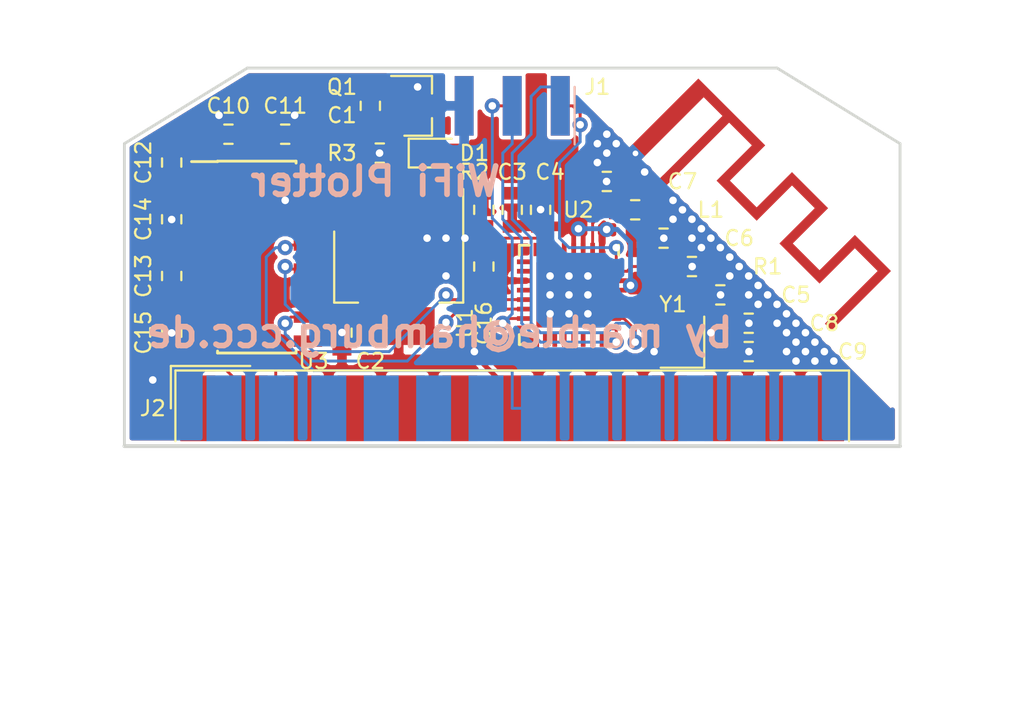
<source format=kicad_pcb>
(kicad_pcb (version 20171130) (host pcbnew "(5.0.0-rc2-dev-231-ge0e0687cd)")

  (general
    (thickness 1.6)
    (drawings 9)
    (tracks 302)
    (zones 0)
    (modules 29)
    (nets 64)
  )

  (page A4)
  (layers
    (0 F.Cu signal)
    (31 B.Cu signal)
    (32 B.Adhes user)
    (33 F.Adhes user)
    (34 B.Paste user)
    (35 F.Paste user)
    (36 B.SilkS user)
    (37 F.SilkS user)
    (38 B.Mask user)
    (39 F.Mask user)
    (40 Dwgs.User user)
    (41 Cmts.User user)
    (42 Eco1.User user)
    (43 Eco2.User user)
    (44 Edge.Cuts user)
    (45 Margin user)
    (46 B.CrtYd user)
    (47 F.CrtYd user)
    (48 B.Fab user hide)
    (49 F.Fab user hide)
  )

  (setup
    (last_trace_width 0.1524)
    (trace_clearance 0.1524)
    (zone_clearance 0.2)
    (zone_45_only no)
    (trace_min 0.1524)
    (segment_width 0.2)
    (edge_width 0.15)
    (via_size 0.8)
    (via_drill 0.4)
    (via_min_size 0.4)
    (via_min_drill 0.3)
    (uvia_size 0.3)
    (uvia_drill 0.1)
    (uvias_allowed no)
    (uvia_min_size 0.2)
    (uvia_min_drill 0.1)
    (pcb_text_width 0.3)
    (pcb_text_size 1.5 1.5)
    (mod_edge_width 0.15)
    (mod_text_size 0.8 0.8)
    (mod_text_width 0.12)
    (pad_size 1.524 1.524)
    (pad_drill 0.762)
    (pad_to_mask_clearance 0.1)
    (aux_axis_origin 0 0)
    (visible_elements FFFFFF7F)
    (pcbplotparams
      (layerselection 0x00008_7ffffffe)
      (usegerberextensions false)
      (usegerberattributes false)
      (usegerberadvancedattributes false)
      (creategerberjobfile false)
      (excludeedgelayer true)
      (linewidth 0.100000)
      (plotframeref false)
      (viasonmask false)
      (mode 1)
      (useauxorigin false)
      (hpglpennumber 1)
      (hpglpenspeed 20)
      (hpglpendiameter 15)
      (psnegative false)
      (psa4output false)
      (plotreference true)
      (plotvalue true)
      (plotinvisibletext false)
      (padsonsilk false)
      (subtractmaskfromsilk false)
      (outputformat 5)
      (mirror false)
      (drillshape 0)
      (scaleselection 1)
      (outputdirectory svg))
  )

  (net 0 "")
  (net 1 +3V3)
  (net 2 GND)
  (net 3 UART1_TXD)
  (net 4 MODE)
  (net 5 UART0_RXD)
  (net 6 UART0_TXD)
  (net 7 DSR)
  (net 8 UART1_RXD)
  (net 9 "Net-(U2-Pad12)")
  (net 10 "Net-(C8-Pad2)")
  (net 11 RX)
  (net 12 TX)
  (net 13 "Net-(U3-Pad14)")
  (net 14 "Net-(R1-Pad1)")
  (net 15 RTS)
  (net 16 CTS)
  (net 17 DTR)
  (net 18 "Net-(AE1-Pad1)")
  (net 19 +VDC)
  (net 20 READY)
  (net 21 RESET)
  (net 22 "Net-(C12-Pad1)")
  (net 23 "Net-(C14-Pad2)")
  (net 24 "Net-(C12-Pad2)")
  (net 25 "Net-(C13-Pad1)")
  (net 26 "Net-(C13-Pad2)")
  (net 27 "Net-(C15-Pad2)")
  (net 28 "Net-(U3-Pad11)")
  (net 29 "Net-(C7-Pad1)")
  (net 30 "Net-(U2-Pad5)")
  (net 31 "Net-(U2-Pad6)")
  (net 32 "Net-(U2-Pad8)")
  (net 33 "Net-(U2-Pad9)")
  (net 34 "Net-(U2-Pad10)")
  (net 35 "Net-(U2-Pad16)")
  (net 36 "Net-(U2-Pad18)")
  (net 37 "Net-(U2-Pad19)")
  (net 38 "Net-(U2-Pad20)")
  (net 39 "Net-(U2-Pad21)")
  (net 40 "Net-(U2-Pad22)")
  (net 41 "Net-(U2-Pad23)")
  (net 42 "Net-(U2-Pad24)")
  (net 43 "Net-(J2-Pad8)")
  (net 44 "Net-(J2-Pad9)")
  (net 45 "Net-(J2-Pad10)")
  (net 46 "Net-(J2-Pad11)")
  (net 47 "Net-(J2-Pad12)")
  (net 48 "Net-(J2-Pad13)")
  (net 49 "Net-(J2-Pad14)")
  (net 50 "Net-(J2-Pad15)")
  (net 51 "Net-(J2-Pad16)")
  (net 52 "Net-(J2-Pad17)")
  (net 53 "Net-(J2-Pad18)")
  (net 54 "Net-(J2-Pad19)")
  (net 55 "Net-(J2-Pad21)")
  (net 56 "Net-(J2-Pad22)")
  (net 57 "Net-(J2-Pad23)")
  (net 58 "Net-(J2-Pad24)")
  (net 59 "Net-(J2-Pad25)")
  (net 60 "Net-(C9-Pad2)")
  (net 61 "Net-(C16-Pad2)")
  (net 62 "Net-(D1-Pad1)")
  (net 63 "Net-(J1-Pad6)")

  (net_class Default "This is the default net class."
    (clearance 0.1524)
    (trace_width 0.1524)
    (via_dia 0.8)
    (via_drill 0.4)
    (uvia_dia 0.3)
    (uvia_drill 0.1)
    (add_net CTS)
    (add_net DSR)
    (add_net DTR)
    (add_net MODE)
    (add_net "Net-(AE1-Pad1)")
    (add_net "Net-(C12-Pad1)")
    (add_net "Net-(C12-Pad2)")
    (add_net "Net-(C13-Pad1)")
    (add_net "Net-(C13-Pad2)")
    (add_net "Net-(C14-Pad2)")
    (add_net "Net-(C15-Pad2)")
    (add_net "Net-(C16-Pad2)")
    (add_net "Net-(C7-Pad1)")
    (add_net "Net-(C8-Pad2)")
    (add_net "Net-(C9-Pad2)")
    (add_net "Net-(D1-Pad1)")
    (add_net "Net-(J1-Pad6)")
    (add_net "Net-(J2-Pad10)")
    (add_net "Net-(J2-Pad11)")
    (add_net "Net-(J2-Pad12)")
    (add_net "Net-(J2-Pad13)")
    (add_net "Net-(J2-Pad14)")
    (add_net "Net-(J2-Pad15)")
    (add_net "Net-(J2-Pad16)")
    (add_net "Net-(J2-Pad17)")
    (add_net "Net-(J2-Pad18)")
    (add_net "Net-(J2-Pad19)")
    (add_net "Net-(J2-Pad21)")
    (add_net "Net-(J2-Pad22)")
    (add_net "Net-(J2-Pad23)")
    (add_net "Net-(J2-Pad24)")
    (add_net "Net-(J2-Pad25)")
    (add_net "Net-(J2-Pad8)")
    (add_net "Net-(J2-Pad9)")
    (add_net "Net-(R1-Pad1)")
    (add_net "Net-(U2-Pad10)")
    (add_net "Net-(U2-Pad12)")
    (add_net "Net-(U2-Pad16)")
    (add_net "Net-(U2-Pad18)")
    (add_net "Net-(U2-Pad19)")
    (add_net "Net-(U2-Pad20)")
    (add_net "Net-(U2-Pad21)")
    (add_net "Net-(U2-Pad22)")
    (add_net "Net-(U2-Pad23)")
    (add_net "Net-(U2-Pad24)")
    (add_net "Net-(U2-Pad5)")
    (add_net "Net-(U2-Pad6)")
    (add_net "Net-(U2-Pad8)")
    (add_net "Net-(U2-Pad9)")
    (add_net "Net-(U3-Pad11)")
    (add_net "Net-(U3-Pad14)")
    (add_net READY)
    (add_net RESET)
    (add_net RTS)
    (add_net RX)
    (add_net TX)
    (add_net UART0_RXD)
    (add_net UART0_TXD)
    (add_net UART1_RXD)
    (add_net UART1_TXD)
  )

  (net_class Power ""
    (clearance 0.1524)
    (trace_width 0.254)
    (via_dia 0.8)
    (via_drill 0.4)
    (uvia_dia 0.3)
    (uvia_drill 0.1)
    (add_net +3V3)
    (add_net +VDC)
    (add_net GND)
  )

  (module Package_TO_SOT_SMD:SOT-23 (layer F.Cu) (tedit 5A02FF57) (tstamp 5B477E51)
    (at 85 122)
    (descr "SOT-23, Standard")
    (tags SOT-23)
    (path /5B4771D5)
    (attr smd)
    (fp_text reference Q1 (at -4 -1) (layer F.SilkS)
      (effects (font (size 0.8 0.8) (thickness 0.12)))
    )
    (fp_text value AO3401 (at 0 2.5) (layer F.Fab)
      (effects (font (size 1 1) (thickness 0.15)))
    )
    (fp_line (start 0.76 1.58) (end -0.7 1.58) (layer F.SilkS) (width 0.12))
    (fp_line (start 0.76 -1.58) (end -1.4 -1.58) (layer F.SilkS) (width 0.12))
    (fp_line (start -1.7 1.75) (end -1.7 -1.75) (layer F.CrtYd) (width 0.05))
    (fp_line (start 1.7 1.75) (end -1.7 1.75) (layer F.CrtYd) (width 0.05))
    (fp_line (start 1.7 -1.75) (end 1.7 1.75) (layer F.CrtYd) (width 0.05))
    (fp_line (start -1.7 -1.75) (end 1.7 -1.75) (layer F.CrtYd) (width 0.05))
    (fp_line (start 0.76 -1.58) (end 0.76 -0.65) (layer F.SilkS) (width 0.12))
    (fp_line (start 0.76 1.58) (end 0.76 0.65) (layer F.SilkS) (width 0.12))
    (fp_line (start -0.7 1.52) (end 0.7 1.52) (layer F.Fab) (width 0.1))
    (fp_line (start 0.7 -1.52) (end 0.7 1.52) (layer F.Fab) (width 0.1))
    (fp_line (start -0.7 -0.95) (end -0.15 -1.52) (layer F.Fab) (width 0.1))
    (fp_line (start -0.15 -1.52) (end 0.7 -1.52) (layer F.Fab) (width 0.1))
    (fp_line (start -0.7 -0.95) (end -0.7 1.5) (layer F.Fab) (width 0.1))
    (fp_text user %R (at 0 0 90) (layer F.Fab)
      (effects (font (size 0.5 0.5) (thickness 0.075)))
    )
    (pad 3 smd rect (at 1 0) (size 0.9 0.8) (layers F.Cu F.Paste F.Mask)
      (net 63 "Net-(J1-Pad6)"))
    (pad 2 smd rect (at -1 0.95) (size 0.9 0.8) (layers F.Cu F.Paste F.Mask)
      (net 19 +VDC))
    (pad 1 smd rect (at -1 -0.95) (size 0.9 0.8) (layers F.Cu F.Paste F.Mask)
      (net 2 GND))
    (model ${KISYS3DMOD}/Package_TO_SOT_SMD.3dshapes/SOT-23.wrl
      (at (xyz 0 0 0))
      (scale (xyz 1 1 1))
      (rotate (xyz 0 0 0))
    )
  )

  (module Connector_PinHeader_2.54mm:PinHeader_2x03_P2.54mm_EdgeMount_SMD (layer B.Cu) (tedit 5B4540B8) (tstamp 5B46324E)
    (at 90 120 90)
    (descr "surface-mounted straight pin header, 2x03, 2.54mm pitch, double rows")
    (tags "Edge mounted pin header SMD 2x03 2.54mm double row")
    (path /5B4C11D6)
    (attr smd)
    (fp_text reference J1 (at -1 4.5) (layer F.SilkS)
      (effects (font (size 0.8 0.8) (thickness 0.12)))
    )
    (fp_text value Conn_02x03_Odd_Even (at 0 -4.87 90) (layer B.Fab)
      (effects (font (size 1 1) (thickness 0.15)) (justify mirror))
    )
    (fp_line (start 0 3.81) (end 0 -3.81) (layer B.Fab) (width 0.1))
    (fp_line (start -2.54 2.86) (end -3.6 2.86) (layer B.Fab) (width 0.1))
    (fp_line (start -3.6 2.86) (end -3.6 2.22) (layer B.Fab) (width 0.1))
    (fp_line (start -3.6 2.22) (end -2.54 2.22) (layer B.Fab) (width 0.1))
    (fp_line (start -2.54 0.32) (end -3.6 0.32) (layer B.Fab) (width 0.1))
    (fp_line (start -3.6 0.32) (end -3.6 -0.32) (layer B.Fab) (width 0.1))
    (fp_line (start -3.6 -0.32) (end -2.54 -0.32) (layer B.Fab) (width 0.1))
    (fp_line (start -2.54 -2.22) (end -3.6 -2.22) (layer B.Fab) (width 0.1))
    (fp_line (start -3.6 -2.22) (end -3.6 -2.86) (layer B.Fab) (width 0.1))
    (fp_line (start -3.6 -2.86) (end -2.54 -2.86) (layer B.Fab) (width 0.1))
    (fp_line (start -4.04 3.3) (end -1 3.3) (layer B.SilkS) (width 0.12))
    (fp_line (start -4.5 4.35) (end -4.5 -4.35) (layer B.CrtYd) (width 0.05))
    (fp_line (start -4.5 -4.35) (end 0 -4.35) (layer B.CrtYd) (width 0.05))
    (fp_line (start 0 -4.35) (end 0 4.35) (layer B.CrtYd) (width 0.05))
    (fp_line (start 0 4.35) (end -4.5 4.35) (layer B.CrtYd) (width 0.05))
    (fp_text user %R (at 2.75 0) (layer B.Fab)
      (effects (font (size 1 1) (thickness 0.15)) (justify mirror))
    )
    (fp_text user "PCB edge" (at 1 0 -180) (layer Dwgs.User)
      (effects (font (size 1 1) (thickness 0.15)))
    )
    (pad 1 smd rect (at -2 2.54 90) (size 3.15 1) (layers B.Cu B.Paste B.Mask)
      (net 6 UART0_TXD))
    (pad 2 smd rect (at -2 2.54 90) (size 3.15 1) (layers F.Cu F.Paste F.Mask)
      (net 21 RESET))
    (pad 3 smd rect (at -2 0 90) (size 3.15 1) (layers B.Cu B.Paste B.Mask)
      (net 5 UART0_RXD))
    (pad 4 smd rect (at -2 0 90) (size 3.15 1) (layers F.Cu F.Paste F.Mask)
      (net 4 MODE))
    (pad 5 smd rect (at -2 -2.54 90) (size 3.15 1) (layers B.Cu B.Paste B.Mask)
      (net 2 GND))
    (pad 6 smd rect (at -2 -2.54 90) (size 3.15 1) (layers F.Cu F.Paste F.Mask)
      (net 63 "Net-(J1-Pad6)"))
    (model ${KISYS3DMOD}/Connector_PinHeader_2.54mm.3dshapes/PinHeader_2x03_P2.54mm_Vertical_SMD.wrl
      (at (xyz 0 0 0))
      (scale (xyz 1 1 1))
      (rotate (xyz 0 0 0))
    )
  )

  (module LED_SMD:LED_0603_1608Metric (layer F.Cu) (tedit 5A00A67C) (tstamp 5B4631FF)
    (at 86 124.5)
    (descr "LED SMD 0603 (1608 Metric), square (rectangular) end terminal, IPC_7351 nominal, (Body size source: http://www.tortai-tech.com/upload/download/2011102023233369053.pdf), generated with kicad-footprint-generator")
    (tags diode)
    (path /5B46617D)
    (attr smd)
    (fp_text reference D1 (at 2 0 -180) (layer F.SilkS)
      (effects (font (size 0.8 0.8) (thickness 0.12)))
    )
    (fp_text value LED (at 0 1.65) (layer F.Fab)
      (effects (font (size 1 1) (thickness 0.15)))
    )
    (fp_text user %R (at 0 0) (layer F.Fab)
      (effects (font (size 0.5 0.5) (thickness 0.08)))
    )
    (fp_line (start 1.46 0.75) (end -1.46 0.75) (layer F.CrtYd) (width 0.05))
    (fp_line (start 1.46 -0.75) (end 1.46 0.75) (layer F.CrtYd) (width 0.05))
    (fp_line (start -1.46 -0.75) (end 1.46 -0.75) (layer F.CrtYd) (width 0.05))
    (fp_line (start -1.46 0.75) (end -1.46 -0.75) (layer F.CrtYd) (width 0.05))
    (fp_line (start -1.47 0.76) (end 0.8 0.76) (layer F.SilkS) (width 0.12))
    (fp_line (start -1.47 -0.76) (end -1.47 0.76) (layer F.SilkS) (width 0.12))
    (fp_line (start 0.8 -0.76) (end -1.47 -0.76) (layer F.SilkS) (width 0.12))
    (fp_line (start 0.8 0.4) (end 0.8 -0.4) (layer F.Fab) (width 0.1))
    (fp_line (start -0.8 0.4) (end 0.8 0.4) (layer F.Fab) (width 0.1))
    (fp_line (start -0.8 -0.1) (end -0.8 0.4) (layer F.Fab) (width 0.1))
    (fp_line (start -0.5 -0.4) (end -0.8 -0.1) (layer F.Fab) (width 0.1))
    (fp_line (start 0.8 -0.4) (end -0.5 -0.4) (layer F.Fab) (width 0.1))
    (pad 2 smd rect (at 0.875 0) (size 0.67 1) (layers F.Cu F.Paste F.Mask)
      (net 1 +3V3))
    (pad 1 smd rect (at -0.875 0) (size 0.67 1) (layers F.Cu F.Paste F.Mask)
      (net 62 "Net-(D1-Pad1)"))
    (model ${KISYS3DMOD}/LED_SMD.3dshapes/LED_0603_1608Metric.wrl
      (at (xyz 0 0 0))
      (scale (xyz 1 1 1))
      (rotate (xyz 0 0 0))
    )
  )

  (module Resistor_SMD:R_0603_1608Metric (layer F.Cu) (tedit 59FE48B8) (tstamp 5B477F66)
    (at 83 124.5)
    (descr "Resistor SMD 0603 (1608 Metric), square (rectangular) end terminal, IPC_7351 nominal, (Body size source: http://www.tortai-tech.com/upload/download/2011102023233369053.pdf), generated with kicad-footprint-generator")
    (tags resistor)
    (path /5B4663CD)
    (attr smd)
    (fp_text reference R3 (at -2 0) (layer F.SilkS)
      (effects (font (size 0.8 0.8) (thickness 0.12)))
    )
    (fp_text value 12k (at 0 1.65) (layer F.Fab)
      (effects (font (size 1 1) (thickness 0.15)))
    )
    (fp_text user %R (at 0 0) (layer F.Fab)
      (effects (font (size 0.5 0.5) (thickness 0.08)))
    )
    (fp_line (start 1.46 0.75) (end -1.46 0.75) (layer F.CrtYd) (width 0.05))
    (fp_line (start 1.46 -0.75) (end 1.46 0.75) (layer F.CrtYd) (width 0.05))
    (fp_line (start -1.46 -0.75) (end 1.46 -0.75) (layer F.CrtYd) (width 0.05))
    (fp_line (start -1.46 0.75) (end -1.46 -0.75) (layer F.CrtYd) (width 0.05))
    (fp_line (start -0.22 0.51) (end 0.22 0.51) (layer F.SilkS) (width 0.12))
    (fp_line (start -0.22 -0.51) (end 0.22 -0.51) (layer F.SilkS) (width 0.12))
    (fp_line (start 0.8 0.4) (end -0.8 0.4) (layer F.Fab) (width 0.1))
    (fp_line (start 0.8 -0.4) (end 0.8 0.4) (layer F.Fab) (width 0.1))
    (fp_line (start -0.8 -0.4) (end 0.8 -0.4) (layer F.Fab) (width 0.1))
    (fp_line (start -0.8 0.4) (end -0.8 -0.4) (layer F.Fab) (width 0.1))
    (pad 2 smd rect (at 0.875 0) (size 0.67 1) (layers F.Cu F.Paste F.Mask)
      (net 62 "Net-(D1-Pad1)"))
    (pad 1 smd rect (at -0.875 0) (size 0.67 1) (layers F.Cu F.Paste F.Mask)
      (net 2 GND))
    (model ${KISYS3DMOD}/Resistor_SMD.3dshapes/R_0603_1608Metric.wrl
      (at (xyz 0 0 0))
      (scale (xyz 1 1 1))
      (rotate (xyz 0 0 0))
    )
  )

  (module RF_Antenna:Texas_SWRA117D_2.4GHz_Right (layer F.Cu) (tedit 5B451517) (tstamp 5B464BA2)
    (at 98 126 315)
    (descr http://www.ti.com/lit/an/swra117d/swra117d.pdf)
    (tags "PCB antenna")
    (path /5B4BF721)
    (attr virtual)
    (fp_text reference AE1 (at 4.55 -6.41 315) (layer F.SilkS) hide
      (effects (font (size 0.8 0.8) (thickness 0.12)))
    )
    (fp_text value Antenna_Shield (at 4.55 1.21 315) (layer F.Fab)
      (effects (font (size 1 1) (thickness 0.15)))
    )
    (fp_poly (pts (xy 2.45 -2.51) (xy 4.45 -2.51) (xy 4.45 -5.15) (xy 7.15 -5.15)
      (xy 7.15 -2.51) (xy 9.15 -2.51) (xy 9.15 -5.15) (xy 11.85 -5.15)
      (xy 11.85 -0.71) (xy 11.35 -0.71) (xy 11.35 -4.65) (xy 9.65 -4.65)
      (xy 9.65 -2.01) (xy 6.65 -2.01) (xy 6.65 -4.65) (xy 4.95 -4.65)
      (xy 4.95 -2.01) (xy 1.95 -2.01) (xy 1.95 -4.65) (xy 0.25 -4.65)
      (xy 0.25 0.25) (xy -0.25 0.25) (xy -0.25 -4.65) (xy -1.65 -4.65)
      (xy -1.65 0.25) (xy -2.55 0.25) (xy -2.55 0.006785) (xy -2.247583 0.006785)
      (xy -2.237742 0.054395) (xy -2.213674 0.096797) (xy -2.175731 0.129581) (xy -2.167819 0.133935)
      (xy -2.125156 0.146043) (xy -2.076637 0.1453) (xy -2.031122 0.1324) (xy -2.012511 0.121787)
      (xy -1.978868 0.086553) (xy -1.958309 0.041368) (xy -1.951778 -0.008158) (xy -1.960218 -0.056417)
      (xy -1.977112 -0.088643) (xy -2.012372 -0.121313) (xy -2.057682 -0.141408) (xy -2.107267 -0.147982)
      (xy -2.155353 -0.140092) (xy -2.188245 -0.123186) (xy -2.223185 -0.086416) (xy -2.242847 -0.041622)
      (xy -2.247583 0.006785) (xy -2.55 0.006785) (xy -2.55 -5.15) (xy 2.45 -5.15)
      (xy 2.45 -2.51)) (layer F.Cu) (width 0))
    (fp_line (start -3.05 -5.45) (end 12.149999 -5.45) (layer Dwgs.User) (width 0.15))
    (fp_line (start -3.05 -0.25) (end 12.15 -0.25) (layer Dwgs.User) (width 0.15))
    (fp_line (start -3.05 -0.25) (end -3.05 -5.45) (layer Dwgs.User) (width 0.15))
    (fp_line (start 12.15 -0.25) (end 12.149999 -5.45) (layer Dwgs.User) (width 0.15))
    (fp_line (start -3.05 -5.45) (end 12.15 -0.25) (layer Dwgs.User) (width 0.15))
    (fp_line (start -3.05 -0.25) (end 12.149999 -5.45) (layer Dwgs.User) (width 0.15))
    (fp_line (start -3.2 -5.6) (end 12.299999 -5.6) (layer F.CrtYd) (width 0.05))
    (fp_line (start 12.299999 -5.6) (end 12.3 0.35) (layer F.CrtYd) (width 0.05))
    (fp_line (start 12.3 0.35) (end -3.2 0.35) (layer F.CrtYd) (width 0.05))
    (fp_line (start -3.2 0.35) (end -3.2 -5.6) (layer F.CrtYd) (width 0.05))
    (fp_text user %R (at 4.549999 -6.4 315) (layer F.Fab)
      (effects (font (size 1 1) (thickness 0.15)))
    )
    (fp_line (start 12.299999 -5.6) (end 12.3 0.35) (layer F.Fab) (width 0.15))
    (fp_line (start -3.2 0.35) (end -3.2 -5.6) (layer F.Fab) (width 0.15))
    (fp_line (start 12.3 0.35) (end -3.2 0.35) (layer F.Fab) (width 0.15))
    (fp_line (start -3.2 -5.6) (end 12.299999 -5.6) (layer F.Fab) (width 0.15))
    (pad 2 thru_hole rect (at -2.1 0 315) (size 0.9 0.5) (drill 0.3) (layers *.Cu)
      (net 2 GND) (zone_connect 2))
    (pad 1 connect rect (at 0 0 315) (size 0.5 0.5) (layers F.Cu)
      (net 18 "Net-(AE1-Pad1)"))
  )

  (module Capacitor_SMD:C_0603_1608Metric (layer F.Cu) (tedit 59FE48B8) (tstamp 5B7EAEE1)
    (at 102.5 135 180)
    (descr "Capacitor SMD 0603 (1608 Metric), square (rectangular) end terminal, IPC_7351 nominal, (Body size source: http://www.tortai-tech.com/upload/download/2011102023233369053.pdf), generated with kicad-footprint-generator")
    (tags capacitor)
    (path /5B47A937)
    (attr smd)
    (fp_text reference C9 (at -5.5 0 180) (layer F.SilkS)
      (effects (font (size 0.8 0.8) (thickness 0.12)))
    )
    (fp_text value 6.8p (at 0 1.65 180) (layer F.Fab)
      (effects (font (size 1 1) (thickness 0.15)))
    )
    (fp_text user %R (at 0 0 180) (layer F.Fab)
      (effects (font (size 0.5 0.5) (thickness 0.08)))
    )
    (fp_line (start 1.46 0.75) (end -1.46 0.75) (layer F.CrtYd) (width 0.05))
    (fp_line (start 1.46 -0.75) (end 1.46 0.75) (layer F.CrtYd) (width 0.05))
    (fp_line (start -1.46 -0.75) (end 1.46 -0.75) (layer F.CrtYd) (width 0.05))
    (fp_line (start -1.46 0.75) (end -1.46 -0.75) (layer F.CrtYd) (width 0.05))
    (fp_line (start -0.22 0.51) (end 0.22 0.51) (layer F.SilkS) (width 0.12))
    (fp_line (start -0.22 -0.51) (end 0.22 -0.51) (layer F.SilkS) (width 0.12))
    (fp_line (start 0.8 0.4) (end -0.8 0.4) (layer F.Fab) (width 0.1))
    (fp_line (start 0.8 -0.4) (end 0.8 0.4) (layer F.Fab) (width 0.1))
    (fp_line (start -0.8 -0.4) (end 0.8 -0.4) (layer F.Fab) (width 0.1))
    (fp_line (start -0.8 0.4) (end -0.8 -0.4) (layer F.Fab) (width 0.1))
    (pad 2 smd rect (at 0.875 0 180) (size 0.67 1) (layers F.Cu F.Paste F.Mask)
      (net 60 "Net-(C9-Pad2)"))
    (pad 1 smd rect (at -0.875 0 180) (size 0.67 1) (layers F.Cu F.Paste F.Mask)
      (net 2 GND))
    (model ${KISYS3DMOD}/Capacitor_SMD.3dshapes/C_0603_1608Metric.wrl
      (at (xyz 0 0 0))
      (scale (xyz 1 1 1))
      (rotate (xyz 0 0 0))
    )
  )

  (module Package_DFN_QFN:QFN-32-1EP_5x5mm_P0.5mm_EP3.45x3.45mm (layer F.Cu) (tedit 5A651CE1) (tstamp 5B72BF00)
    (at 93 132 270)
    (descr "UH Package; 32-Lead Plastic QFN (5mm x 5mm); (see Linear Technology QFN_32_05-08-1693.pdf)")
    (tags "QFN 0.5")
    (path /5B43B58C)
    (attr smd)
    (fp_text reference U2 (at -4.5 -0.5) (layer F.SilkS)
      (effects (font (size 0.8 0.8) (thickness 0.12)))
    )
    (fp_text value ESP8266EX (at 0 3.75 270) (layer F.Fab)
      (effects (font (size 1 1) (thickness 0.15)))
    )
    (fp_line (start 2.625 -2.625) (end 2.1 -2.625) (layer F.SilkS) (width 0.15))
    (fp_line (start 2.625 2.625) (end 2.1 2.625) (layer F.SilkS) (width 0.15))
    (fp_line (start -2.625 2.625) (end -2.1 2.625) (layer F.SilkS) (width 0.15))
    (fp_line (start -2.625 -2.625) (end -2.1 -2.625) (layer F.SilkS) (width 0.15))
    (fp_line (start 2.625 2.625) (end 2.625 2.1) (layer F.SilkS) (width 0.15))
    (fp_line (start -2.625 2.625) (end -2.625 2.1) (layer F.SilkS) (width 0.15))
    (fp_line (start 2.625 -2.625) (end 2.625 -2.1) (layer F.SilkS) (width 0.15))
    (fp_line (start -3 3) (end 3 3) (layer F.CrtYd) (width 0.05))
    (fp_line (start -3 -3) (end 3 -3) (layer F.CrtYd) (width 0.05))
    (fp_line (start 3 -3) (end 3 3) (layer F.CrtYd) (width 0.05))
    (fp_line (start -3 -3) (end -3 3) (layer F.CrtYd) (width 0.05))
    (fp_line (start -2.5 -1.5) (end -1.5 -2.5) (layer F.Fab) (width 0.15))
    (fp_line (start -2.5 2.5) (end -2.5 -1.5) (layer F.Fab) (width 0.15))
    (fp_line (start 2.5 2.5) (end -2.5 2.5) (layer F.Fab) (width 0.15))
    (fp_line (start 2.5 -2.5) (end 2.5 2.5) (layer F.Fab) (width 0.15))
    (fp_line (start -1.5 -2.5) (end 2.5 -2.5) (layer F.Fab) (width 0.15))
    (fp_text user %R (at 0 0 270) (layer F.Fab)
      (effects (font (size 1 1) (thickness 0.15)))
    )
    (pad "" smd rect (at 1.15 -1.15 270) (size 0.92 0.92) (layers F.Paste))
    (pad "" smd rect (at 0 -1.15 270) (size 0.92 0.92) (layers F.Paste))
    (pad "" smd rect (at -1.15 -1.15 270) (size 0.92 0.92) (layers F.Paste))
    (pad "" smd rect (at 1.15 0 270) (size 0.92 0.92) (layers F.Paste))
    (pad "" smd rect (at 0 0 270) (size 0.92 0.92) (layers F.Paste))
    (pad "" smd rect (at -1.15 0 270) (size 0.92 0.92) (layers F.Paste))
    (pad "" smd rect (at -1.15 1.15 270) (size 0.92 0.92) (layers F.Paste))
    (pad "" smd rect (at 0 1.15 270) (size 0.92 0.92) (layers F.Paste))
    (pad 33 smd rect (at 0 0 270) (size 3.45 3.45) (layers F.Cu F.Mask)
      (net 2 GND))
    (pad "" smd rect (at 1.15 1.15 270) (size 0.92 0.92) (layers F.Paste))
    (pad 32 smd rect (at -1.75 -2.4) (size 0.7 0.25) (layers F.Cu F.Paste F.Mask)
      (net 21 RESET))
    (pad 31 smd rect (at -1.25 -2.4) (size 0.7 0.25) (layers F.Cu F.Paste F.Mask)
      (net 14 "Net-(R1-Pad1)"))
    (pad 30 smd rect (at -0.75 -2.4) (size 0.7 0.25) (layers F.Cu F.Paste F.Mask)
      (net 1 +3V3))
    (pad 29 smd rect (at -0.25 -2.4) (size 0.7 0.25) (layers F.Cu F.Paste F.Mask)
      (net 1 +3V3))
    (pad 28 smd rect (at 0.25 -2.4) (size 0.7 0.25) (layers F.Cu F.Paste F.Mask)
      (net 10 "Net-(C8-Pad2)"))
    (pad 27 smd rect (at 0.75 -2.4) (size 0.7 0.25) (layers F.Cu F.Paste F.Mask)
      (net 60 "Net-(C9-Pad2)"))
    (pad 26 smd rect (at 1.25 -2.4) (size 0.7 0.25) (layers F.Cu F.Paste F.Mask)
      (net 6 UART0_TXD))
    (pad 25 smd rect (at 1.75 -2.4) (size 0.7 0.25) (layers F.Cu F.Paste F.Mask)
      (net 5 UART0_RXD))
    (pad 24 smd rect (at 2.4 -1.75 270) (size 0.7 0.25) (layers F.Cu F.Paste F.Mask)
      (net 42 "Net-(U2-Pad24)"))
    (pad 23 smd rect (at 2.4 -1.25 270) (size 0.7 0.25) (layers F.Cu F.Paste F.Mask)
      (net 41 "Net-(U2-Pad23)"))
    (pad 22 smd rect (at 2.4 -0.75 270) (size 0.7 0.25) (layers F.Cu F.Paste F.Mask)
      (net 40 "Net-(U2-Pad22)"))
    (pad 21 smd rect (at 2.4 -0.25 270) (size 0.7 0.25) (layers F.Cu F.Paste F.Mask)
      (net 39 "Net-(U2-Pad21)"))
    (pad 20 smd rect (at 2.4 0.25 270) (size 0.7 0.25) (layers F.Cu F.Paste F.Mask)
      (net 38 "Net-(U2-Pad20)"))
    (pad 19 smd rect (at 2.4 0.75 270) (size 0.7 0.25) (layers F.Cu F.Paste F.Mask)
      (net 37 "Net-(U2-Pad19)"))
    (pad 18 smd rect (at 2.4 1.25 270) (size 0.7 0.25) (layers F.Cu F.Paste F.Mask)
      (net 36 "Net-(U2-Pad18)"))
    (pad 17 smd rect (at 2.4 1.75 270) (size 0.7 0.25) (layers F.Cu F.Paste F.Mask)
      (net 1 +3V3))
    (pad 16 smd rect (at 1.75 2.4) (size 0.7 0.25) (layers F.Cu F.Paste F.Mask)
      (net 35 "Net-(U2-Pad16)"))
    (pad 15 smd rect (at 1.25 2.4) (size 0.7 0.25) (layers F.Cu F.Paste F.Mask)
      (net 4 MODE))
    (pad 14 smd rect (at 0.75 2.4) (size 0.7 0.25) (layers F.Cu F.Paste F.Mask)
      (net 3 UART1_TXD))
    (pad 13 smd rect (at 0.25 2.4) (size 0.7 0.25) (layers F.Cu F.Paste F.Mask)
      (net 20 READY))
    (pad 12 smd rect (at -0.25 2.4) (size 0.7 0.25) (layers F.Cu F.Paste F.Mask)
      (net 9 "Net-(U2-Pad12)"))
    (pad 11 smd rect (at -0.75 2.4) (size 0.7 0.25) (layers F.Cu F.Paste F.Mask)
      (net 1 +3V3))
    (pad 10 smd rect (at -1.25 2.4) (size 0.7 0.25) (layers F.Cu F.Paste F.Mask)
      (net 34 "Net-(U2-Pad10)"))
    (pad 9 smd rect (at -1.75 2.4) (size 0.7 0.25) (layers F.Cu F.Paste F.Mask)
      (net 33 "Net-(U2-Pad9)"))
    (pad 8 smd rect (at -2.4 1.75 270) (size 0.7 0.25) (layers F.Cu F.Paste F.Mask)
      (net 32 "Net-(U2-Pad8)"))
    (pad 7 smd rect (at -2.4 1.25 270) (size 0.7 0.25) (layers F.Cu F.Paste F.Mask)
      (net 61 "Net-(C16-Pad2)"))
    (pad 6 smd rect (at -2.4 0.75 270) (size 0.7 0.25) (layers F.Cu F.Paste F.Mask)
      (net 31 "Net-(U2-Pad6)"))
    (pad 5 smd rect (at -2.4 0.25 270) (size 0.7 0.25) (layers F.Cu F.Paste F.Mask)
      (net 30 "Net-(U2-Pad5)"))
    (pad 4 smd rect (at -2.4 -0.25 270) (size 0.7 0.25) (layers F.Cu F.Paste F.Mask)
      (net 1 +3V3))
    (pad 3 smd rect (at -2.4 -0.75 270) (size 0.7 0.25) (layers F.Cu F.Paste F.Mask)
      (net 1 +3V3))
    (pad 2 smd rect (at -2.4 -1.25 270) (size 0.7 0.25) (layers F.Cu F.Paste F.Mask)
      (net 29 "Net-(C7-Pad1)"))
    (pad 1 smd rect (at -2.4 -1.75 270) (size 0.7 0.25) (layers F.Cu F.Paste F.Mask)
      (net 1 +3V3))
    (model ${KISYS3DMOD}/Package_DFN_QFN.3dshapes/QFN-32-1EP_5x5mm_P0.5mm_EP3.45x3.45mm.wrl
      (at (xyz 0 0 0))
      (scale (xyz 1 1 1))
      (rotate (xyz 0 0 0))
    )
  )

  (module Inductor_SMD:L_0603_1608Metric_Pad0.84x1.00mm_HandSolder (layer F.Cu) (tedit 59FE48B8) (tstamp 5B453F60)
    (at 96.5 127.5 180)
    (descr "Capacitor SMD 0603 (1608 Metric), square (rectangular) end terminal, IPC_7351 nominal with elongated pad for handsoldering. (Body size source: http://www.tortai-tech.com/upload/download/2011102023233369053.pdf), generated with kicad-footprint-generator")
    (tags "inductor handsolder")
    (path /5B49D09A)
    (attr smd)
    (fp_text reference L1 (at -4 0 180) (layer F.SilkS)
      (effects (font (size 0.8 0.8) (thickness 0.12)))
    )
    (fp_text value 2.2n (at 0 1.65 180) (layer F.Fab)
      (effects (font (size 1 1) (thickness 0.15)))
    )
    (fp_line (start -0.8 0.4) (end -0.8 -0.4) (layer F.Fab) (width 0.1))
    (fp_line (start -0.8 -0.4) (end 0.8 -0.4) (layer F.Fab) (width 0.1))
    (fp_line (start 0.8 -0.4) (end 0.8 0.4) (layer F.Fab) (width 0.1))
    (fp_line (start 0.8 0.4) (end -0.8 0.4) (layer F.Fab) (width 0.1))
    (fp_line (start -0.22 -0.51) (end 0.22 -0.51) (layer F.SilkS) (width 0.12))
    (fp_line (start -0.22 0.51) (end 0.22 0.51) (layer F.SilkS) (width 0.12))
    (fp_line (start -1.64 0.75) (end -1.64 -0.75) (layer F.CrtYd) (width 0.05))
    (fp_line (start -1.64 -0.75) (end 1.64 -0.75) (layer F.CrtYd) (width 0.05))
    (fp_line (start 1.64 -0.75) (end 1.64 0.75) (layer F.CrtYd) (width 0.05))
    (fp_line (start 1.64 0.75) (end -1.64 0.75) (layer F.CrtYd) (width 0.05))
    (fp_text user %R (at 0 0 180) (layer F.Fab)
      (effects (font (size 0.5 0.5) (thickness 0.08)))
    )
    (pad 1 smd rect (at -0.9625 0 180) (size 0.845 1) (layers F.Cu F.Paste F.Mask)
      (net 18 "Net-(AE1-Pad1)"))
    (pad 2 smd rect (at 0.9625 0 180) (size 0.845 1) (layers F.Cu F.Paste F.Mask)
      (net 29 "Net-(C7-Pad1)"))
    (model ${KISYS3DMOD}/Inductor_SMD.3dshapes/L_0603_1608Metric.wrl
      (at (xyz 0 0 0))
      (scale (xyz 1 1 1))
      (rotate (xyz 0 0 0))
    )
  )

  (module Capacitor_SMD:C_0603_1608Metric (layer F.Cu) (tedit 59FE48B8) (tstamp 5B47354E)
    (at 88.5 130.5 90)
    (descr "Capacitor SMD 0603 (1608 Metric), square (rectangular) end terminal, IPC_7351 nominal, (Body size source: http://www.tortai-tech.com/upload/download/2011102023233369053.pdf), generated with kicad-footprint-generator")
    (tags capacitor)
    (path /5B5143FB)
    (attr smd)
    (fp_text reference C16 (at -3 0 90) (layer F.SilkS)
      (effects (font (size 0.8 0.8) (thickness 0.12)))
    )
    (fp_text value 100n (at 0 1.65 90) (layer F.Fab)
      (effects (font (size 1 1) (thickness 0.15)))
    )
    (fp_line (start -0.8 0.4) (end -0.8 -0.4) (layer F.Fab) (width 0.1))
    (fp_line (start -0.8 -0.4) (end 0.8 -0.4) (layer F.Fab) (width 0.1))
    (fp_line (start 0.8 -0.4) (end 0.8 0.4) (layer F.Fab) (width 0.1))
    (fp_line (start 0.8 0.4) (end -0.8 0.4) (layer F.Fab) (width 0.1))
    (fp_line (start -0.22 -0.51) (end 0.22 -0.51) (layer F.SilkS) (width 0.12))
    (fp_line (start -0.22 0.51) (end 0.22 0.51) (layer F.SilkS) (width 0.12))
    (fp_line (start -1.46 0.75) (end -1.46 -0.75) (layer F.CrtYd) (width 0.05))
    (fp_line (start -1.46 -0.75) (end 1.46 -0.75) (layer F.CrtYd) (width 0.05))
    (fp_line (start 1.46 -0.75) (end 1.46 0.75) (layer F.CrtYd) (width 0.05))
    (fp_line (start 1.46 0.75) (end -1.46 0.75) (layer F.CrtYd) (width 0.05))
    (fp_text user %R (at 0 0 90) (layer F.Fab)
      (effects (font (size 0.5 0.5) (thickness 0.08)))
    )
    (pad 1 smd rect (at -0.875 0 90) (size 0.67 1) (layers F.Cu F.Paste F.Mask)
      (net 2 GND))
    (pad 2 smd rect (at 0.875 0 90) (size 0.67 1) (layers F.Cu F.Paste F.Mask)
      (net 61 "Net-(C16-Pad2)"))
    (model ${KISYS3DMOD}/Capacitor_SMD.3dshapes/C_0603_1608Metric.wrl
      (at (xyz 0 0 0))
      (scale (xyz 1 1 1))
      (rotate (xyz 0 0 0))
    )
  )

  (module Crystal:Crystal_SMD_2016-4Pin_2.0x1.6mm (layer F.Cu) (tedit 5A0FD1B2) (tstamp 5B4555D9)
    (at 99 134.5 90)
    (descr "SMD Crystal SERIES SMD2016/4 http://www.q-crystal.com/upload/5/2015552223166229.pdf, 2.0x1.6mm^2 package")
    (tags "SMD SMT crystal")
    (path /5B46E16D)
    (attr smd)
    (fp_text reference Y1 (at 2 -0.5) (layer F.SilkS)
      (effects (font (size 0.8 0.8) (thickness 0.12)))
    )
    (fp_text value 40MHz (at 0 2 90) (layer F.Fab)
      (effects (font (size 1 1) (thickness 0.15)))
    )
    (fp_text user %R (at 0 0 90) (layer F.Fab)
      (effects (font (size 0.5 0.5) (thickness 0.075)))
    )
    (fp_line (start -0.9 -0.8) (end 0.9 -0.8) (layer F.Fab) (width 0.1))
    (fp_line (start 0.9 -0.8) (end 1 -0.7) (layer F.Fab) (width 0.1))
    (fp_line (start 1 -0.7) (end 1 0.7) (layer F.Fab) (width 0.1))
    (fp_line (start 1 0.7) (end 0.9 0.8) (layer F.Fab) (width 0.1))
    (fp_line (start 0.9 0.8) (end -0.9 0.8) (layer F.Fab) (width 0.1))
    (fp_line (start -0.9 0.8) (end -1 0.7) (layer F.Fab) (width 0.1))
    (fp_line (start -1 0.7) (end -1 -0.7) (layer F.Fab) (width 0.1))
    (fp_line (start -1 -0.7) (end -0.9 -0.8) (layer F.Fab) (width 0.1))
    (fp_line (start -1 0.3) (end -0.5 0.8) (layer F.Fab) (width 0.1))
    (fp_line (start -1.35 -1.15) (end -1.35 1.15) (layer F.SilkS) (width 0.12))
    (fp_line (start -1.35 1.15) (end 1.35 1.15) (layer F.SilkS) (width 0.12))
    (fp_line (start -1.4 -1.3) (end -1.4 1.3) (layer F.CrtYd) (width 0.05))
    (fp_line (start -1.4 1.3) (end 1.4 1.3) (layer F.CrtYd) (width 0.05))
    (fp_line (start 1.4 1.3) (end 1.4 -1.3) (layer F.CrtYd) (width 0.05))
    (fp_line (start 1.4 -1.3) (end -1.4 -1.3) (layer F.CrtYd) (width 0.05))
    (pad 1 smd rect (at -0.7 0.55 90) (size 0.9 0.8) (layers F.Cu F.Paste F.Mask)
      (net 60 "Net-(C9-Pad2)"))
    (pad 2 smd rect (at 0.7 0.55 90) (size 0.9 0.8) (layers F.Cu F.Paste F.Mask)
      (net 2 GND))
    (pad 3 smd rect (at 0.7 -0.55 90) (size 0.9 0.8) (layers F.Cu F.Paste F.Mask)
      (net 10 "Net-(C8-Pad2)"))
    (pad 4 smd rect (at -0.7 -0.55 90) (size 0.9 0.8) (layers F.Cu F.Paste F.Mask)
      (net 2 GND))
    (model ${KISYS3DMOD}/Crystal.3dshapes/Crystal_SMD_2016-4Pin_2.0x1.6mm.wrl
      (at (xyz 0 0 0))
      (scale (xyz 1 1 1))
      (rotate (xyz 0 0 0))
    )
  )

  (module Resistor_SMD:R_0603_1608Metric (layer F.Cu) (tedit 59FE48B8) (tstamp 5B4557F1)
    (at 88.5 127.5 90)
    (descr "Resistor SMD 0603 (1608 Metric), square (rectangular) end terminal, IPC_7351 nominal, (Body size source: http://www.tortai-tech.com/upload/download/2011102023233369053.pdf), generated with kicad-footprint-generator")
    (tags resistor)
    (path /5B507214)
    (attr smd)
    (fp_text reference R2 (at 2 -0.5 180) (layer F.SilkS)
      (effects (font (size 0.8 0.8) (thickness 0.12)))
    )
    (fp_text value 12k (at 0 1.65 90) (layer F.Fab)
      (effects (font (size 1 1) (thickness 0.15)))
    )
    (fp_line (start -0.8 0.4) (end -0.8 -0.4) (layer F.Fab) (width 0.1))
    (fp_line (start -0.8 -0.4) (end 0.8 -0.4) (layer F.Fab) (width 0.1))
    (fp_line (start 0.8 -0.4) (end 0.8 0.4) (layer F.Fab) (width 0.1))
    (fp_line (start 0.8 0.4) (end -0.8 0.4) (layer F.Fab) (width 0.1))
    (fp_line (start -0.22 -0.51) (end 0.22 -0.51) (layer F.SilkS) (width 0.12))
    (fp_line (start -0.22 0.51) (end 0.22 0.51) (layer F.SilkS) (width 0.12))
    (fp_line (start -1.46 0.75) (end -1.46 -0.75) (layer F.CrtYd) (width 0.05))
    (fp_line (start -1.46 -0.75) (end 1.46 -0.75) (layer F.CrtYd) (width 0.05))
    (fp_line (start 1.46 -0.75) (end 1.46 0.75) (layer F.CrtYd) (width 0.05))
    (fp_line (start 1.46 0.75) (end -1.46 0.75) (layer F.CrtYd) (width 0.05))
    (fp_text user %R (at 0 0 90) (layer F.Fab)
      (effects (font (size 0.5 0.5) (thickness 0.08)))
    )
    (pad 1 smd rect (at -0.875 0 90) (size 0.67 1) (layers F.Cu F.Paste F.Mask)
      (net 61 "Net-(C16-Pad2)"))
    (pad 2 smd rect (at 0.875 0 90) (size 0.67 1) (layers F.Cu F.Paste F.Mask)
      (net 1 +3V3))
    (model ${KISYS3DMOD}/Resistor_SMD.3dshapes/R_0603_1608Metric.wrl
      (at (xyz 0 0 0))
      (scale (xyz 1 1 1))
      (rotate (xyz 0 0 0))
    )
  )

  (module Package_TO_SOT_SMD:SOT-223-3_TabPin2 (layer F.Cu) (tedit 5A02FF57) (tstamp 5B456EF8)
    (at 84 130.5 270)
    (descr "module CMS SOT223 4 pins")
    (tags "CMS SOT")
    (path /5B4A3541)
    (attr smd)
    (fp_text reference U1 (at 3 -3.5 90) (layer F.SilkS)
      (effects (font (size 0.8 0.8) (thickness 0.12)))
    )
    (fp_text value AZ1117-3.3 (at 0 4.5 270) (layer F.Fab)
      (effects (font (size 1 1) (thickness 0.15)))
    )
    (fp_text user %R (at 0 0) (layer F.Fab)
      (effects (font (size 0.8 0.8) (thickness 0.12)))
    )
    (fp_line (start 1.91 3.41) (end 1.91 2.15) (layer F.SilkS) (width 0.12))
    (fp_line (start 1.91 -3.41) (end 1.91 -2.15) (layer F.SilkS) (width 0.12))
    (fp_line (start 4.4 -3.6) (end -4.4 -3.6) (layer F.CrtYd) (width 0.05))
    (fp_line (start 4.4 3.6) (end 4.4 -3.6) (layer F.CrtYd) (width 0.05))
    (fp_line (start -4.4 3.6) (end 4.4 3.6) (layer F.CrtYd) (width 0.05))
    (fp_line (start -4.4 -3.6) (end -4.4 3.6) (layer F.CrtYd) (width 0.05))
    (fp_line (start -1.85 -2.35) (end -0.85 -3.35) (layer F.Fab) (width 0.1))
    (fp_line (start -1.85 -2.35) (end -1.85 3.35) (layer F.Fab) (width 0.1))
    (fp_line (start -1.85 3.41) (end 1.91 3.41) (layer F.SilkS) (width 0.12))
    (fp_line (start -0.85 -3.35) (end 1.85 -3.35) (layer F.Fab) (width 0.1))
    (fp_line (start -4.1 -3.41) (end 1.91 -3.41) (layer F.SilkS) (width 0.12))
    (fp_line (start -1.85 3.35) (end 1.85 3.35) (layer F.Fab) (width 0.1))
    (fp_line (start 1.85 -3.35) (end 1.85 3.35) (layer F.Fab) (width 0.1))
    (pad 2 smd rect (at 3.15 0 270) (size 2 3.8) (layers F.Cu F.Paste F.Mask)
      (net 1 +3V3))
    (pad 2 smd rect (at -3.15 0 270) (size 2 1.5) (layers F.Cu F.Paste F.Mask)
      (net 1 +3V3))
    (pad 3 smd rect (at -3.15 2.3 270) (size 2 1.5) (layers F.Cu F.Paste F.Mask)
      (net 19 +VDC))
    (pad 1 smd rect (at -3.15 -2.3 270) (size 2 1.5) (layers F.Cu F.Paste F.Mask)
      (net 2 GND))
    (model ${KISYS3DMOD}/Package_TO_SOT_SMD.3dshapes/SOT-223.wrl
      (at (xyz 0 0 0))
      (scale (xyz 1 1 1))
      (rotate (xyz 0 0 0))
    )
  )

  (module Capacitor_SMD:C_0603_1608Metric (layer F.Cu) (tedit 59FE48B8) (tstamp 5B4571BA)
    (at 82.5 121.999999 90)
    (descr "Capacitor SMD 0603 (1608 Metric), square (rectangular) end terminal, IPC_7351 nominal, (Body size source: http://www.tortai-tech.com/upload/download/2011102023233369053.pdf), generated with kicad-footprint-generator")
    (tags capacitor)
    (path /5B4A367B)
    (attr smd)
    (fp_text reference C1 (at -0.500001 -1.5 -180) (layer F.SilkS)
      (effects (font (size 0.8 0.8) (thickness 0.12)))
    )
    (fp_text value 10u (at 0 1.65 90) (layer F.Fab)
      (effects (font (size 1 1) (thickness 0.15)))
    )
    (fp_text user %R (at 0 0 90) (layer F.Fab)
      (effects (font (size 0.5 0.5) (thickness 0.08)))
    )
    (fp_line (start 1.46 0.75) (end -1.46 0.75) (layer F.CrtYd) (width 0.05))
    (fp_line (start 1.46 -0.75) (end 1.46 0.75) (layer F.CrtYd) (width 0.05))
    (fp_line (start -1.46 -0.75) (end 1.46 -0.75) (layer F.CrtYd) (width 0.05))
    (fp_line (start -1.46 0.75) (end -1.46 -0.75) (layer F.CrtYd) (width 0.05))
    (fp_line (start -0.22 0.51) (end 0.22 0.51) (layer F.SilkS) (width 0.12))
    (fp_line (start -0.22 -0.51) (end 0.22 -0.51) (layer F.SilkS) (width 0.12))
    (fp_line (start 0.8 0.4) (end -0.8 0.4) (layer F.Fab) (width 0.1))
    (fp_line (start 0.8 -0.4) (end 0.8 0.4) (layer F.Fab) (width 0.1))
    (fp_line (start -0.8 -0.4) (end 0.8 -0.4) (layer F.Fab) (width 0.1))
    (fp_line (start -0.8 0.4) (end -0.8 -0.4) (layer F.Fab) (width 0.1))
    (pad 2 smd rect (at 0.875 0 90) (size 0.67 1) (layers F.Cu F.Paste F.Mask)
      (net 2 GND))
    (pad 1 smd rect (at -0.875 0 90) (size 0.67 1) (layers F.Cu F.Paste F.Mask)
      (net 19 +VDC))
    (model ${KISYS3DMOD}/Capacitor_SMD.3dshapes/C_0603_1608Metric.wrl
      (at (xyz 0 0 0))
      (scale (xyz 1 1 1))
      (rotate (xyz 0 0 0))
    )
  )

  (module Capacitor_SMD:C_0603_1608Metric (layer F.Cu) (tedit 59FE48B8) (tstamp 5B72DA7D)
    (at 72 134 90)
    (descr "Capacitor SMD 0603 (1608 Metric), square (rectangular) end terminal, IPC_7351 nominal, (Body size source: http://www.tortai-tech.com/upload/download/2011102023233369053.pdf), generated with kicad-footprint-generator")
    (tags capacitor)
    (path /5B421255)
    (attr smd)
    (fp_text reference C15 (at 0 -1.5 90) (layer F.SilkS)
      (effects (font (size 0.8 0.8) (thickness 0.12)))
    )
    (fp_text value 100n (at 0 1.65 90) (layer F.Fab)
      (effects (font (size 1 1) (thickness 0.15)))
    )
    (fp_text user %R (at 0 0 90) (layer F.Fab)
      (effects (font (size 0.5 0.5) (thickness 0.08)))
    )
    (fp_line (start 1.46 0.75) (end -1.46 0.75) (layer F.CrtYd) (width 0.05))
    (fp_line (start 1.46 -0.75) (end 1.46 0.75) (layer F.CrtYd) (width 0.05))
    (fp_line (start -1.46 -0.75) (end 1.46 -0.75) (layer F.CrtYd) (width 0.05))
    (fp_line (start -1.46 0.75) (end -1.46 -0.75) (layer F.CrtYd) (width 0.05))
    (fp_line (start -0.22 0.51) (end 0.22 0.51) (layer F.SilkS) (width 0.12))
    (fp_line (start -0.22 -0.51) (end 0.22 -0.51) (layer F.SilkS) (width 0.12))
    (fp_line (start 0.8 0.4) (end -0.8 0.4) (layer F.Fab) (width 0.1))
    (fp_line (start 0.8 -0.4) (end 0.8 0.4) (layer F.Fab) (width 0.1))
    (fp_line (start -0.8 -0.4) (end 0.8 -0.4) (layer F.Fab) (width 0.1))
    (fp_line (start -0.8 0.4) (end -0.8 -0.4) (layer F.Fab) (width 0.1))
    (pad 2 smd rect (at 0.875 0 90) (size 0.67 1) (layers F.Cu F.Paste F.Mask)
      (net 27 "Net-(C15-Pad2)"))
    (pad 1 smd rect (at -0.875 0 90) (size 0.67 1) (layers F.Cu F.Paste F.Mask)
      (net 2 GND))
    (model ${KISYS3DMOD}/Capacitor_SMD.3dshapes/C_0603_1608Metric.wrl
      (at (xyz 0 0 0))
      (scale (xyz 1 1 1))
      (rotate (xyz 0 0 0))
    )
  )

  (module Capacitor_SMD:C_0603_1608Metric (layer F.Cu) (tedit 59FE48B8) (tstamp 5B72C0C7)
    (at 72 128 90)
    (descr "Capacitor SMD 0603 (1608 Metric), square (rectangular) end terminal, IPC_7351 nominal, (Body size source: http://www.tortai-tech.com/upload/download/2011102023233369053.pdf), generated with kicad-footprint-generator")
    (tags capacitor)
    (path /5B421193)
    (attr smd)
    (fp_text reference C14 (at 0 -1.5 270) (layer F.SilkS)
      (effects (font (size 0.8 0.8) (thickness 0.12)))
    )
    (fp_text value 100n (at 0 1.65 90) (layer F.Fab)
      (effects (font (size 1 1) (thickness 0.15)))
    )
    (fp_line (start -0.8 0.4) (end -0.8 -0.4) (layer F.Fab) (width 0.1))
    (fp_line (start -0.8 -0.4) (end 0.8 -0.4) (layer F.Fab) (width 0.1))
    (fp_line (start 0.8 -0.4) (end 0.8 0.4) (layer F.Fab) (width 0.1))
    (fp_line (start 0.8 0.4) (end -0.8 0.4) (layer F.Fab) (width 0.1))
    (fp_line (start -0.22 -0.51) (end 0.22 -0.51) (layer F.SilkS) (width 0.12))
    (fp_line (start -0.22 0.51) (end 0.22 0.51) (layer F.SilkS) (width 0.12))
    (fp_line (start -1.46 0.75) (end -1.46 -0.75) (layer F.CrtYd) (width 0.05))
    (fp_line (start -1.46 -0.75) (end 1.46 -0.75) (layer F.CrtYd) (width 0.05))
    (fp_line (start 1.46 -0.75) (end 1.46 0.75) (layer F.CrtYd) (width 0.05))
    (fp_line (start 1.46 0.75) (end -1.46 0.75) (layer F.CrtYd) (width 0.05))
    (fp_text user %R (at 0 0 90) (layer F.Fab)
      (effects (font (size 0.5 0.5) (thickness 0.08)))
    )
    (pad 1 smd rect (at -0.875 0 90) (size 0.67 1) (layers F.Cu F.Paste F.Mask)
      (net 2 GND))
    (pad 2 smd rect (at 0.875 0 90) (size 0.67 1) (layers F.Cu F.Paste F.Mask)
      (net 23 "Net-(C14-Pad2)"))
    (model ${KISYS3DMOD}/Capacitor_SMD.3dshapes/C_0603_1608Metric.wrl
      (at (xyz 0 0 0))
      (scale (xyz 1 1 1))
      (rotate (xyz 0 0 0))
    )
  )

  (module Capacitor_SMD:C_0603_1608Metric (layer F.Cu) (tedit 59FE48B8) (tstamp 5B72C0B6)
    (at 72 125 270)
    (descr "Capacitor SMD 0603 (1608 Metric), square (rectangular) end terminal, IPC_7351 nominal, (Body size source: http://www.tortai-tech.com/upload/download/2011102023233369053.pdf), generated with kicad-footprint-generator")
    (tags capacitor)
    (path /5B41DFA6)
    (attr smd)
    (fp_text reference C12 (at 0 1.5 270) (layer F.SilkS)
      (effects (font (size 0.8 0.8) (thickness 0.12)))
    )
    (fp_text value 100n (at 0 1.65 270) (layer F.Fab)
      (effects (font (size 1 1) (thickness 0.15)))
    )
    (fp_text user %R (at 0 0 270) (layer F.Fab)
      (effects (font (size 0.5 0.5) (thickness 0.08)))
    )
    (fp_line (start 1.46 0.75) (end -1.46 0.75) (layer F.CrtYd) (width 0.05))
    (fp_line (start 1.46 -0.75) (end 1.46 0.75) (layer F.CrtYd) (width 0.05))
    (fp_line (start -1.46 -0.75) (end 1.46 -0.75) (layer F.CrtYd) (width 0.05))
    (fp_line (start -1.46 0.75) (end -1.46 -0.75) (layer F.CrtYd) (width 0.05))
    (fp_line (start -0.22 0.51) (end 0.22 0.51) (layer F.SilkS) (width 0.12))
    (fp_line (start -0.22 -0.51) (end 0.22 -0.51) (layer F.SilkS) (width 0.12))
    (fp_line (start 0.8 0.4) (end -0.8 0.4) (layer F.Fab) (width 0.1))
    (fp_line (start 0.8 -0.4) (end 0.8 0.4) (layer F.Fab) (width 0.1))
    (fp_line (start -0.8 -0.4) (end 0.8 -0.4) (layer F.Fab) (width 0.1))
    (fp_line (start -0.8 0.4) (end -0.8 -0.4) (layer F.Fab) (width 0.1))
    (pad 2 smd rect (at 0.875 0 270) (size 0.67 1) (layers F.Cu F.Paste F.Mask)
      (net 24 "Net-(C12-Pad2)"))
    (pad 1 smd rect (at -0.875 0 270) (size 0.67 1) (layers F.Cu F.Paste F.Mask)
      (net 22 "Net-(C12-Pad1)"))
    (model ${KISYS3DMOD}/Capacitor_SMD.3dshapes/C_0603_1608Metric.wrl
      (at (xyz 0 0 0))
      (scale (xyz 1 1 1))
      (rotate (xyz 0 0 0))
    )
  )

  (module Capacitor_SMD:C_0603_1608Metric (layer F.Cu) (tedit 59FE48B8) (tstamp 5B72C5DD)
    (at 78 123.5)
    (descr "Capacitor SMD 0603 (1608 Metric), square (rectangular) end terminal, IPC_7351 nominal, (Body size source: http://www.tortai-tech.com/upload/download/2011102023233369053.pdf), generated with kicad-footprint-generator")
    (tags capacitor)
    (path /5B417DA6)
    (attr smd)
    (fp_text reference C11 (at 0 -1.5) (layer F.SilkS)
      (effects (font (size 0.8 0.8) (thickness 0.12)))
    )
    (fp_text value 1n (at 0 1.65) (layer F.Fab)
      (effects (font (size 1 1) (thickness 0.15)))
    )
    (fp_line (start -0.8 0.4) (end -0.8 -0.4) (layer F.Fab) (width 0.1))
    (fp_line (start -0.8 -0.4) (end 0.8 -0.4) (layer F.Fab) (width 0.1))
    (fp_line (start 0.8 -0.4) (end 0.8 0.4) (layer F.Fab) (width 0.1))
    (fp_line (start 0.8 0.4) (end -0.8 0.4) (layer F.Fab) (width 0.1))
    (fp_line (start -0.22 -0.51) (end 0.22 -0.51) (layer F.SilkS) (width 0.12))
    (fp_line (start -0.22 0.51) (end 0.22 0.51) (layer F.SilkS) (width 0.12))
    (fp_line (start -1.46 0.75) (end -1.46 -0.75) (layer F.CrtYd) (width 0.05))
    (fp_line (start -1.46 -0.75) (end 1.46 -0.75) (layer F.CrtYd) (width 0.05))
    (fp_line (start 1.46 -0.75) (end 1.46 0.75) (layer F.CrtYd) (width 0.05))
    (fp_line (start 1.46 0.75) (end -1.46 0.75) (layer F.CrtYd) (width 0.05))
    (fp_text user %R (at 0 0) (layer F.Fab)
      (effects (font (size 0.5 0.5) (thickness 0.08)))
    )
    (pad 1 smd rect (at -0.875 0) (size 0.67 1) (layers F.Cu F.Paste F.Mask)
      (net 1 +3V3))
    (pad 2 smd rect (at 0.875 0) (size 0.67 1) (layers F.Cu F.Paste F.Mask)
      (net 2 GND))
    (model ${KISYS3DMOD}/Capacitor_SMD.3dshapes/C_0603_1608Metric.wrl
      (at (xyz 0 0 0))
      (scale (xyz 1 1 1))
      (rotate (xyz 0 0 0))
    )
  )

  (module Capacitor_SMD:C_0603_1608Metric (layer F.Cu) (tedit 59FE48B8) (tstamp 5B72E0C5)
    (at 75 123.5 180)
    (descr "Capacitor SMD 0603 (1608 Metric), square (rectangular) end terminal, IPC_7351 nominal, (Body size source: http://www.tortai-tech.com/upload/download/2011102023233369053.pdf), generated with kicad-footprint-generator")
    (tags capacitor)
    (path /5B417D91)
    (attr smd)
    (fp_text reference C10 (at 0 1.5 180) (layer F.SilkS)
      (effects (font (size 0.8 0.8) (thickness 0.12)))
    )
    (fp_text value 100n (at 0 1.65 180) (layer F.Fab)
      (effects (font (size 1 1) (thickness 0.15)))
    )
    (fp_text user %R (at 0 0 180) (layer F.Fab)
      (effects (font (size 0.5 0.5) (thickness 0.08)))
    )
    (fp_line (start 1.46 0.75) (end -1.46 0.75) (layer F.CrtYd) (width 0.05))
    (fp_line (start 1.46 -0.75) (end 1.46 0.75) (layer F.CrtYd) (width 0.05))
    (fp_line (start -1.46 -0.75) (end 1.46 -0.75) (layer F.CrtYd) (width 0.05))
    (fp_line (start -1.46 0.75) (end -1.46 -0.75) (layer F.CrtYd) (width 0.05))
    (fp_line (start -0.22 0.51) (end 0.22 0.51) (layer F.SilkS) (width 0.12))
    (fp_line (start -0.22 -0.51) (end 0.22 -0.51) (layer F.SilkS) (width 0.12))
    (fp_line (start 0.8 0.4) (end -0.8 0.4) (layer F.Fab) (width 0.1))
    (fp_line (start 0.8 -0.4) (end 0.8 0.4) (layer F.Fab) (width 0.1))
    (fp_line (start -0.8 -0.4) (end 0.8 -0.4) (layer F.Fab) (width 0.1))
    (fp_line (start -0.8 0.4) (end -0.8 -0.4) (layer F.Fab) (width 0.1))
    (pad 2 smd rect (at 0.875 0 180) (size 0.67 1) (layers F.Cu F.Paste F.Mask)
      (net 2 GND))
    (pad 1 smd rect (at -0.875 0 180) (size 0.67 1) (layers F.Cu F.Paste F.Mask)
      (net 1 +3V3))
    (model ${KISYS3DMOD}/Capacitor_SMD.3dshapes/C_0603_1608Metric.wrl
      (at (xyz 0 0 0))
      (scale (xyz 1 1 1))
      (rotate (xyz 0 0 0))
    )
  )

  (module Capacitor_SMD:C_0603_1608Metric (layer F.Cu) (tedit 59FE48B8) (tstamp 5B7EB03F)
    (at 102.5 133.5 180)
    (descr "Capacitor SMD 0603 (1608 Metric), square (rectangular) end terminal, IPC_7351 nominal, (Body size source: http://www.tortai-tech.com/upload/download/2011102023233369053.pdf), generated with kicad-footprint-generator")
    (tags capacitor)
    (path /5B48398E)
    (attr smd)
    (fp_text reference C8 (at -4 0 180) (layer F.SilkS)
      (effects (font (size 0.8 0.8) (thickness 0.12)))
    )
    (fp_text value 6.8p (at 0 1.65 180) (layer F.Fab)
      (effects (font (size 1 1) (thickness 0.15)))
    )
    (fp_line (start -0.8 0.4) (end -0.8 -0.4) (layer F.Fab) (width 0.1))
    (fp_line (start -0.8 -0.4) (end 0.8 -0.4) (layer F.Fab) (width 0.1))
    (fp_line (start 0.8 -0.4) (end 0.8 0.4) (layer F.Fab) (width 0.1))
    (fp_line (start 0.8 0.4) (end -0.8 0.4) (layer F.Fab) (width 0.1))
    (fp_line (start -0.22 -0.51) (end 0.22 -0.51) (layer F.SilkS) (width 0.12))
    (fp_line (start -0.22 0.51) (end 0.22 0.51) (layer F.SilkS) (width 0.12))
    (fp_line (start -1.46 0.75) (end -1.46 -0.75) (layer F.CrtYd) (width 0.05))
    (fp_line (start -1.46 -0.75) (end 1.46 -0.75) (layer F.CrtYd) (width 0.05))
    (fp_line (start 1.46 -0.75) (end 1.46 0.75) (layer F.CrtYd) (width 0.05))
    (fp_line (start 1.46 0.75) (end -1.46 0.75) (layer F.CrtYd) (width 0.05))
    (fp_text user %R (at 0 0 180) (layer F.Fab)
      (effects (font (size 0.5 0.5) (thickness 0.08)))
    )
    (pad 1 smd rect (at -0.875 0 180) (size 0.67 1) (layers F.Cu F.Paste F.Mask)
      (net 2 GND))
    (pad 2 smd rect (at 0.875 0 180) (size 0.67 1) (layers F.Cu F.Paste F.Mask)
      (net 10 "Net-(C8-Pad2)"))
    (model ${KISYS3DMOD}/Capacitor_SMD.3dshapes/C_0603_1608Metric.wrl
      (at (xyz 0 0 0))
      (scale (xyz 1 1 1))
      (rotate (xyz 0 0 0))
    )
  )

  (module Capacitor_SMD:C_0603_1608Metric (layer F.Cu) (tedit 59FE48B8) (tstamp 5B7EC803)
    (at 95 126 180)
    (descr "Capacitor SMD 0603 (1608 Metric), square (rectangular) end terminal, IPC_7351 nominal, (Body size source: http://www.tortai-tech.com/upload/download/2011102023233369053.pdf), generated with kicad-footprint-generator")
    (tags capacitor)
    (path /5B49D242)
    (attr smd)
    (fp_text reference C7 (at -4 0 180) (layer F.SilkS)
      (effects (font (size 0.8 0.8) (thickness 0.12)))
    )
    (fp_text value 3.0p (at 0 1.65 180) (layer F.Fab)
      (effects (font (size 1 1) (thickness 0.15)))
    )
    (fp_line (start -0.8 0.4) (end -0.8 -0.4) (layer F.Fab) (width 0.1))
    (fp_line (start -0.8 -0.4) (end 0.8 -0.4) (layer F.Fab) (width 0.1))
    (fp_line (start 0.8 -0.4) (end 0.8 0.4) (layer F.Fab) (width 0.1))
    (fp_line (start 0.8 0.4) (end -0.8 0.4) (layer F.Fab) (width 0.1))
    (fp_line (start -0.22 -0.51) (end 0.22 -0.51) (layer F.SilkS) (width 0.12))
    (fp_line (start -0.22 0.51) (end 0.22 0.51) (layer F.SilkS) (width 0.12))
    (fp_line (start -1.46 0.75) (end -1.46 -0.75) (layer F.CrtYd) (width 0.05))
    (fp_line (start -1.46 -0.75) (end 1.46 -0.75) (layer F.CrtYd) (width 0.05))
    (fp_line (start 1.46 -0.75) (end 1.46 0.75) (layer F.CrtYd) (width 0.05))
    (fp_line (start 1.46 0.75) (end -1.46 0.75) (layer F.CrtYd) (width 0.05))
    (fp_text user %R (at 0 0 180) (layer F.Fab)
      (effects (font (size 0.5 0.5) (thickness 0.08)))
    )
    (pad 1 smd rect (at -0.875 0 180) (size 0.67 1) (layers F.Cu F.Paste F.Mask)
      (net 29 "Net-(C7-Pad1)"))
    (pad 2 smd rect (at 0.875 0 180) (size 0.67 1) (layers F.Cu F.Paste F.Mask)
      (net 2 GND))
    (model ${KISYS3DMOD}/Capacitor_SMD.3dshapes/C_0603_1608Metric.wrl
      (at (xyz 0 0 0))
      (scale (xyz 1 1 1))
      (rotate (xyz 0 0 0))
    )
  )

  (module Capacitor_SMD:C_0603_1608Metric (layer F.Cu) (tedit 59FE48B8) (tstamp 5B4512CD)
    (at 98 129)
    (descr "Capacitor SMD 0603 (1608 Metric), square (rectangular) end terminal, IPC_7351 nominal, (Body size source: http://www.tortai-tech.com/upload/download/2011102023233369053.pdf), generated with kicad-footprint-generator")
    (tags capacitor)
    (path /5B48E6D3)
    (attr smd)
    (fp_text reference C6 (at 4 0) (layer F.SilkS)
      (effects (font (size 0.8 0.8) (thickness 0.12)))
    )
    (fp_text value 2.4p (at 0 1.65) (layer F.Fab)
      (effects (font (size 1 1) (thickness 0.15)))
    )
    (fp_text user %R (at 0 0) (layer F.Fab)
      (effects (font (size 0.5 0.5) (thickness 0.08)))
    )
    (fp_line (start 1.46 0.75) (end -1.46 0.75) (layer F.CrtYd) (width 0.05))
    (fp_line (start 1.46 -0.75) (end 1.46 0.75) (layer F.CrtYd) (width 0.05))
    (fp_line (start -1.46 -0.75) (end 1.46 -0.75) (layer F.CrtYd) (width 0.05))
    (fp_line (start -1.46 0.75) (end -1.46 -0.75) (layer F.CrtYd) (width 0.05))
    (fp_line (start -0.22 0.51) (end 0.22 0.51) (layer F.SilkS) (width 0.12))
    (fp_line (start -0.22 -0.51) (end 0.22 -0.51) (layer F.SilkS) (width 0.12))
    (fp_line (start 0.8 0.4) (end -0.8 0.4) (layer F.Fab) (width 0.1))
    (fp_line (start 0.8 -0.4) (end 0.8 0.4) (layer F.Fab) (width 0.1))
    (fp_line (start -0.8 -0.4) (end 0.8 -0.4) (layer F.Fab) (width 0.1))
    (fp_line (start -0.8 0.4) (end -0.8 -0.4) (layer F.Fab) (width 0.1))
    (pad 2 smd rect (at 0.875 0) (size 0.67 1) (layers F.Cu F.Paste F.Mask)
      (net 2 GND))
    (pad 1 smd rect (at -0.875 0) (size 0.67 1) (layers F.Cu F.Paste F.Mask)
      (net 18 "Net-(AE1-Pad1)"))
    (model ${KISYS3DMOD}/Capacitor_SMD.3dshapes/C_0603_1608Metric.wrl
      (at (xyz 0 0 0))
      (scale (xyz 1 1 1))
      (rotate (xyz 0 0 0))
    )
  )

  (module Capacitor_SMD:C_0603_1608Metric (layer F.Cu) (tedit 59FE48B8) (tstamp 5B72C03F)
    (at 101 132)
    (descr "Capacitor SMD 0603 (1608 Metric), square (rectangular) end terminal, IPC_7351 nominal, (Body size source: http://www.tortai-tech.com/upload/download/2011102023233369053.pdf), generated with kicad-footprint-generator")
    (tags capacitor)
    (path /5B44A5B1)
    (attr smd)
    (fp_text reference C5 (at 4 0) (layer F.SilkS)
      (effects (font (size 0.8 0.8) (thickness 0.12)))
    )
    (fp_text value 1u (at 0 1.65) (layer F.Fab)
      (effects (font (size 1 1) (thickness 0.15)))
    )
    (fp_line (start -0.8 0.4) (end -0.8 -0.4) (layer F.Fab) (width 0.1))
    (fp_line (start -0.8 -0.4) (end 0.8 -0.4) (layer F.Fab) (width 0.1))
    (fp_line (start 0.8 -0.4) (end 0.8 0.4) (layer F.Fab) (width 0.1))
    (fp_line (start 0.8 0.4) (end -0.8 0.4) (layer F.Fab) (width 0.1))
    (fp_line (start -0.22 -0.51) (end 0.22 -0.51) (layer F.SilkS) (width 0.12))
    (fp_line (start -0.22 0.51) (end 0.22 0.51) (layer F.SilkS) (width 0.12))
    (fp_line (start -1.46 0.75) (end -1.46 -0.75) (layer F.CrtYd) (width 0.05))
    (fp_line (start -1.46 -0.75) (end 1.46 -0.75) (layer F.CrtYd) (width 0.05))
    (fp_line (start 1.46 -0.75) (end 1.46 0.75) (layer F.CrtYd) (width 0.05))
    (fp_line (start 1.46 0.75) (end -1.46 0.75) (layer F.CrtYd) (width 0.05))
    (fp_text user %R (at 0 0) (layer F.Fab)
      (effects (font (size 0.5 0.5) (thickness 0.08)))
    )
    (pad 1 smd rect (at -0.875 0) (size 0.67 1) (layers F.Cu F.Paste F.Mask)
      (net 1 +3V3))
    (pad 2 smd rect (at 0.875 0) (size 0.67 1) (layers F.Cu F.Paste F.Mask)
      (net 2 GND))
    (model ${KISYS3DMOD}/Capacitor_SMD.3dshapes/C_0603_1608Metric.wrl
      (at (xyz 0 0 0))
      (scale (xyz 1 1 1))
      (rotate (xyz 0 0 0))
    )
  )

  (module Capacitor_SMD:C_0603_1608Metric (layer F.Cu) (tedit 59FE48B8) (tstamp 5B72DB8F)
    (at 72 131 270)
    (descr "Capacitor SMD 0603 (1608 Metric), square (rectangular) end terminal, IPC_7351 nominal, (Body size source: http://www.tortai-tech.com/upload/download/2011102023233369053.pdf), generated with kicad-footprint-generator")
    (tags capacitor)
    (path /5B41F55B)
    (attr smd)
    (fp_text reference C13 (at 0 1.5 90) (layer F.SilkS)
      (effects (font (size 0.8 0.8) (thickness 0.12)))
    )
    (fp_text value 100n (at 0 1.65 270) (layer F.Fab)
      (effects (font (size 1 1) (thickness 0.15)))
    )
    (fp_text user %R (at 0 0 270) (layer F.Fab)
      (effects (font (size 0.5 0.5) (thickness 0.08)))
    )
    (fp_line (start 1.46 0.75) (end -1.46 0.75) (layer F.CrtYd) (width 0.05))
    (fp_line (start 1.46 -0.75) (end 1.46 0.75) (layer F.CrtYd) (width 0.05))
    (fp_line (start -1.46 -0.75) (end 1.46 -0.75) (layer F.CrtYd) (width 0.05))
    (fp_line (start -1.46 0.75) (end -1.46 -0.75) (layer F.CrtYd) (width 0.05))
    (fp_line (start -0.22 0.51) (end 0.22 0.51) (layer F.SilkS) (width 0.12))
    (fp_line (start -0.22 -0.51) (end 0.22 -0.51) (layer F.SilkS) (width 0.12))
    (fp_line (start 0.8 0.4) (end -0.8 0.4) (layer F.Fab) (width 0.1))
    (fp_line (start 0.8 -0.4) (end 0.8 0.4) (layer F.Fab) (width 0.1))
    (fp_line (start -0.8 -0.4) (end 0.8 -0.4) (layer F.Fab) (width 0.1))
    (fp_line (start -0.8 0.4) (end -0.8 -0.4) (layer F.Fab) (width 0.1))
    (pad 2 smd rect (at 0.875 0 270) (size 0.67 1) (layers F.Cu F.Paste F.Mask)
      (net 26 "Net-(C13-Pad2)"))
    (pad 1 smd rect (at -0.875 0 270) (size 0.67 1) (layers F.Cu F.Paste F.Mask)
      (net 25 "Net-(C13-Pad1)"))
    (model ${KISYS3DMOD}/Capacitor_SMD.3dshapes/C_0603_1608Metric.wrl
      (at (xyz 0 0 0))
      (scale (xyz 1 1 1))
      (rotate (xyz 0 0 0))
    )
  )

  (module Capacitor_SMD:C_0603_1608Metric (layer F.Cu) (tedit 59FE48B8) (tstamp 5B455821)
    (at 91.5 127.5 90)
    (descr "Capacitor SMD 0603 (1608 Metric), square (rectangular) end terminal, IPC_7351 nominal, (Body size source: http://www.tortai-tech.com/upload/download/2011102023233369053.pdf), generated with kicad-footprint-generator")
    (tags capacitor)
    (path /5B45AC32)
    (attr smd)
    (fp_text reference C4 (at 2 0.5 180) (layer F.SilkS)
      (effects (font (size 0.8 0.8) (thickness 0.12)))
    )
    (fp_text value 100n (at 0 1.65 90) (layer F.Fab)
      (effects (font (size 1 1) (thickness 0.15)))
    )
    (fp_line (start -0.8 0.4) (end -0.8 -0.4) (layer F.Fab) (width 0.1))
    (fp_line (start -0.8 -0.4) (end 0.8 -0.4) (layer F.Fab) (width 0.1))
    (fp_line (start 0.8 -0.4) (end 0.8 0.4) (layer F.Fab) (width 0.1))
    (fp_line (start 0.8 0.4) (end -0.8 0.4) (layer F.Fab) (width 0.1))
    (fp_line (start -0.22 -0.51) (end 0.22 -0.51) (layer F.SilkS) (width 0.12))
    (fp_line (start -0.22 0.51) (end 0.22 0.51) (layer F.SilkS) (width 0.12))
    (fp_line (start -1.46 0.75) (end -1.46 -0.75) (layer F.CrtYd) (width 0.05))
    (fp_line (start -1.46 -0.75) (end 1.46 -0.75) (layer F.CrtYd) (width 0.05))
    (fp_line (start 1.46 -0.75) (end 1.46 0.75) (layer F.CrtYd) (width 0.05))
    (fp_line (start 1.46 0.75) (end -1.46 0.75) (layer F.CrtYd) (width 0.05))
    (fp_text user %R (at 0 0 90) (layer F.Fab)
      (effects (font (size 0.5 0.5) (thickness 0.08)))
    )
    (pad 1 smd rect (at -0.875 0 90) (size 0.67 1) (layers F.Cu F.Paste F.Mask)
      (net 1 +3V3))
    (pad 2 smd rect (at 0.875 0 90) (size 0.67 1) (layers F.Cu F.Paste F.Mask)
      (net 2 GND))
    (model ${KISYS3DMOD}/Capacitor_SMD.3dshapes/C_0603_1608Metric.wrl
      (at (xyz 0 0 0))
      (scale (xyz 1 1 1))
      (rotate (xyz 0 0 0))
    )
  )

  (module Capacitor_SMD:C_0603_1608Metric (layer F.Cu) (tedit 5B4541F5) (tstamp 5B460C2E)
    (at 90 127.5 90)
    (descr "Capacitor SMD 0603 (1608 Metric), square (rectangular) end terminal, IPC_7351 nominal, (Body size source: http://www.tortai-tech.com/upload/download/2011102023233369053.pdf), generated with kicad-footprint-generator")
    (tags capacitor)
    (path /5B45AD14)
    (attr smd)
    (fp_text reference C3 (at 2 0 180) (layer F.SilkS)
      (effects (font (size 0.8 0.8) (thickness 0.12)))
    )
    (fp_text value 10u (at 0 1.65 90) (layer F.Fab)
      (effects (font (size 1 1) (thickness 0.15)))
    )
    (fp_text user %R (at 0 0 90) (layer F.Fab)
      (effects (font (size 0.5 0.5) (thickness 0.08)))
    )
    (fp_line (start 1.46 0.75) (end -1.46 0.75) (layer F.CrtYd) (width 0.05))
    (fp_line (start 1.46 -0.75) (end 1.46 0.75) (layer F.CrtYd) (width 0.05))
    (fp_line (start -1.46 -0.75) (end 1.46 -0.75) (layer F.CrtYd) (width 0.05))
    (fp_line (start -1.46 0.75) (end -1.46 -0.75) (layer F.CrtYd) (width 0.05))
    (fp_line (start -0.22 0.51) (end 0.22 0.51) (layer F.SilkS) (width 0.12))
    (fp_line (start -0.22 -0.51) (end 0.22 -0.51) (layer F.SilkS) (width 0.12))
    (fp_line (start 0.8 0.4) (end -0.8 0.4) (layer F.Fab) (width 0.1))
    (fp_line (start 0.8 -0.4) (end 0.8 0.4) (layer F.Fab) (width 0.1))
    (fp_line (start -0.8 -0.4) (end 0.8 -0.4) (layer F.Fab) (width 0.1))
    (fp_line (start -0.8 0.4) (end -0.8 -0.4) (layer F.Fab) (width 0.1))
    (pad 2 smd rect (at 0.875 0 90) (size 0.67 1) (layers F.Cu F.Paste F.Mask)
      (net 2 GND))
    (pad 1 smd rect (at -0.875 0 90) (size 0.67 1) (layers F.Cu F.Paste F.Mask)
      (net 1 +3V3))
    (model ${KISYS3DMOD}/Capacitor_SMD.3dshapes/C_0603_1608Metric.wrl
      (at (xyz 0 0 0))
      (scale (xyz 1 1 1))
      (rotate (xyz 0 0 0))
    )
  )

  (module Capacitor_SMD:C_0603_1608Metric (layer F.Cu) (tedit 59FE48B8) (tstamp 5B73B0D4)
    (at 81 134 90)
    (descr "Capacitor SMD 0603 (1608 Metric), square (rectangular) end terminal, IPC_7351 nominal, (Body size source: http://www.tortai-tech.com/upload/download/2011102023233369053.pdf), generated with kicad-footprint-generator")
    (tags capacitor)
    (path /5B4A3750)
    (attr smd)
    (fp_text reference C2 (at -1.5 1.5 -180) (layer F.SilkS)
      (effects (font (size 0.8 0.8) (thickness 0.12)))
    )
    (fp_text value 10u (at 0 1.65 90) (layer F.Fab)
      (effects (font (size 1 1) (thickness 0.15)))
    )
    (fp_line (start -0.8 0.4) (end -0.8 -0.4) (layer F.Fab) (width 0.1))
    (fp_line (start -0.8 -0.4) (end 0.8 -0.4) (layer F.Fab) (width 0.1))
    (fp_line (start 0.8 -0.4) (end 0.8 0.4) (layer F.Fab) (width 0.1))
    (fp_line (start 0.8 0.4) (end -0.8 0.4) (layer F.Fab) (width 0.1))
    (fp_line (start -0.22 -0.51) (end 0.22 -0.51) (layer F.SilkS) (width 0.12))
    (fp_line (start -0.22 0.51) (end 0.22 0.51) (layer F.SilkS) (width 0.12))
    (fp_line (start -1.46 0.75) (end -1.46 -0.75) (layer F.CrtYd) (width 0.05))
    (fp_line (start -1.46 -0.75) (end 1.46 -0.75) (layer F.CrtYd) (width 0.05))
    (fp_line (start 1.46 -0.75) (end 1.46 0.75) (layer F.CrtYd) (width 0.05))
    (fp_line (start 1.46 0.75) (end -1.46 0.75) (layer F.CrtYd) (width 0.05))
    (fp_text user %R (at 0 0 90) (layer F.Fab)
      (effects (font (size 0.5 0.5) (thickness 0.08)))
    )
    (pad 1 smd rect (at -0.875 0 90) (size 0.67 1) (layers F.Cu F.Paste F.Mask)
      (net 1 +3V3))
    (pad 2 smd rect (at 0.875 0 90) (size 0.67 1) (layers F.Cu F.Paste F.Mask)
      (net 2 GND))
    (model ${KISYS3DMOD}/Capacitor_SMD.3dshapes/C_0603_1608Metric.wrl
      (at (xyz 0 0 0))
      (scale (xyz 1 1 1))
      (rotate (xyz 0 0 0))
    )
  )

  (module Connector_Dsub:DSUB-25_Male_EdgeMount_P2.77mm (layer F.Cu) (tedit 59FEDEE2) (tstamp 5B72BFEA)
    (at 90 138)
    (descr "25-pin D-Sub connector, solder-cups edge-mounted, male, x-pin-pitch 2.77mm, distance of mounting holes 47.1mm, see https://disti-assets.s3.amazonaws.com/tonar/files/datasheets/16730.pdf")
    (tags "25-pin D-Sub connector edge mount solder cup male x-pin-pitch 2.77mm mounting holes distance 47.1mm")
    (path /5B44A2F8)
    (attr smd)
    (fp_text reference J2 (at -19 0 180) (layer F.SilkS)
      (effects (font (size 0.8 0.8) (thickness 0.12)))
    )
    (fp_text value DB25_Male (at 0 16.69) (layer F.Fab)
      (effects (font (size 1 1) (thickness 0.15)))
    )
    (fp_line (start -17.22 -0.91) (end -17.22 1.99) (layer F.Fab) (width 0.1))
    (fp_line (start -17.22 1.99) (end -16.02 1.99) (layer F.Fab) (width 0.1))
    (fp_line (start -16.02 1.99) (end -16.02 -0.91) (layer F.Fab) (width 0.1))
    (fp_line (start -16.02 -0.91) (end -17.22 -0.91) (layer F.Fab) (width 0.1))
    (fp_line (start -14.45 -0.91) (end -14.45 1.99) (layer F.Fab) (width 0.1))
    (fp_line (start -14.45 1.99) (end -13.25 1.99) (layer F.Fab) (width 0.1))
    (fp_line (start -13.25 1.99) (end -13.25 -0.91) (layer F.Fab) (width 0.1))
    (fp_line (start -13.25 -0.91) (end -14.45 -0.91) (layer F.Fab) (width 0.1))
    (fp_line (start -11.68 -0.91) (end -11.68 1.99) (layer F.Fab) (width 0.1))
    (fp_line (start -11.68 1.99) (end -10.48 1.99) (layer F.Fab) (width 0.1))
    (fp_line (start -10.48 1.99) (end -10.48 -0.91) (layer F.Fab) (width 0.1))
    (fp_line (start -10.48 -0.91) (end -11.68 -0.91) (layer F.Fab) (width 0.1))
    (fp_line (start -8.91 -0.91) (end -8.91 1.99) (layer F.Fab) (width 0.1))
    (fp_line (start -8.91 1.99) (end -7.71 1.99) (layer F.Fab) (width 0.1))
    (fp_line (start -7.71 1.99) (end -7.71 -0.91) (layer F.Fab) (width 0.1))
    (fp_line (start -7.71 -0.91) (end -8.91 -0.91) (layer F.Fab) (width 0.1))
    (fp_line (start -6.14 -0.91) (end -6.14 1.99) (layer F.Fab) (width 0.1))
    (fp_line (start -6.14 1.99) (end -4.94 1.99) (layer F.Fab) (width 0.1))
    (fp_line (start -4.94 1.99) (end -4.94 -0.91) (layer F.Fab) (width 0.1))
    (fp_line (start -4.94 -0.91) (end -6.14 -0.91) (layer F.Fab) (width 0.1))
    (fp_line (start -3.37 -0.91) (end -3.37 1.99) (layer F.Fab) (width 0.1))
    (fp_line (start -3.37 1.99) (end -2.17 1.99) (layer F.Fab) (width 0.1))
    (fp_line (start -2.17 1.99) (end -2.17 -0.91) (layer F.Fab) (width 0.1))
    (fp_line (start -2.17 -0.91) (end -3.37 -0.91) (layer F.Fab) (width 0.1))
    (fp_line (start -0.6 -0.91) (end -0.6 1.99) (layer F.Fab) (width 0.1))
    (fp_line (start -0.6 1.99) (end 0.6 1.99) (layer F.Fab) (width 0.1))
    (fp_line (start 0.6 1.99) (end 0.6 -0.91) (layer F.Fab) (width 0.1))
    (fp_line (start 0.6 -0.91) (end -0.6 -0.91) (layer F.Fab) (width 0.1))
    (fp_line (start 2.17 -0.91) (end 2.17 1.99) (layer F.Fab) (width 0.1))
    (fp_line (start 2.17 1.99) (end 3.37 1.99) (layer F.Fab) (width 0.1))
    (fp_line (start 3.37 1.99) (end 3.37 -0.91) (layer F.Fab) (width 0.1))
    (fp_line (start 3.37 -0.91) (end 2.17 -0.91) (layer F.Fab) (width 0.1))
    (fp_line (start 4.94 -0.91) (end 4.94 1.99) (layer F.Fab) (width 0.1))
    (fp_line (start 4.94 1.99) (end 6.14 1.99) (layer F.Fab) (width 0.1))
    (fp_line (start 6.14 1.99) (end 6.14 -0.91) (layer F.Fab) (width 0.1))
    (fp_line (start 6.14 -0.91) (end 4.94 -0.91) (layer F.Fab) (width 0.1))
    (fp_line (start 7.71 -0.91) (end 7.71 1.99) (layer F.Fab) (width 0.1))
    (fp_line (start 7.71 1.99) (end 8.91 1.99) (layer F.Fab) (width 0.1))
    (fp_line (start 8.91 1.99) (end 8.91 -0.91) (layer F.Fab) (width 0.1))
    (fp_line (start 8.91 -0.91) (end 7.71 -0.91) (layer F.Fab) (width 0.1))
    (fp_line (start 10.48 -0.91) (end 10.48 1.99) (layer F.Fab) (width 0.1))
    (fp_line (start 10.48 1.99) (end 11.68 1.99) (layer F.Fab) (width 0.1))
    (fp_line (start 11.68 1.99) (end 11.68 -0.91) (layer F.Fab) (width 0.1))
    (fp_line (start 11.68 -0.91) (end 10.48 -0.91) (layer F.Fab) (width 0.1))
    (fp_line (start 13.25 -0.91) (end 13.25 1.99) (layer F.Fab) (width 0.1))
    (fp_line (start 13.25 1.99) (end 14.45 1.99) (layer F.Fab) (width 0.1))
    (fp_line (start 14.45 1.99) (end 14.45 -0.91) (layer F.Fab) (width 0.1))
    (fp_line (start 14.45 -0.91) (end 13.25 -0.91) (layer F.Fab) (width 0.1))
    (fp_line (start 16.02 -0.91) (end 16.02 1.99) (layer F.Fab) (width 0.1))
    (fp_line (start 16.02 1.99) (end 17.22 1.99) (layer F.Fab) (width 0.1))
    (fp_line (start 17.22 1.99) (end 17.22 -0.91) (layer F.Fab) (width 0.1))
    (fp_line (start 17.22 -0.91) (end 16.02 -0.91) (layer F.Fab) (width 0.1))
    (fp_line (start -15.835 -0.91) (end -15.835 1.99) (layer B.Fab) (width 0.1))
    (fp_line (start -15.835 1.99) (end -14.635 1.99) (layer B.Fab) (width 0.1))
    (fp_line (start -14.635 1.99) (end -14.635 -0.91) (layer B.Fab) (width 0.1))
    (fp_line (start -14.635 -0.91) (end -15.835 -0.91) (layer B.Fab) (width 0.1))
    (fp_line (start -13.065 -0.91) (end -13.065 1.99) (layer B.Fab) (width 0.1))
    (fp_line (start -13.065 1.99) (end -11.865 1.99) (layer B.Fab) (width 0.1))
    (fp_line (start -11.865 1.99) (end -11.865 -0.91) (layer B.Fab) (width 0.1))
    (fp_line (start -11.865 -0.91) (end -13.065 -0.91) (layer B.Fab) (width 0.1))
    (fp_line (start -10.295 -0.91) (end -10.295 1.99) (layer B.Fab) (width 0.1))
    (fp_line (start -10.295 1.99) (end -9.095 1.99) (layer B.Fab) (width 0.1))
    (fp_line (start -9.095 1.99) (end -9.095 -0.91) (layer B.Fab) (width 0.1))
    (fp_line (start -9.095 -0.91) (end -10.295 -0.91) (layer B.Fab) (width 0.1))
    (fp_line (start -7.525 -0.91) (end -7.525 1.99) (layer B.Fab) (width 0.1))
    (fp_line (start -7.525 1.99) (end -6.325 1.99) (layer B.Fab) (width 0.1))
    (fp_line (start -6.325 1.99) (end -6.325 -0.91) (layer B.Fab) (width 0.1))
    (fp_line (start -6.325 -0.91) (end -7.525 -0.91) (layer B.Fab) (width 0.1))
    (fp_line (start -4.755 -0.91) (end -4.755 1.99) (layer B.Fab) (width 0.1))
    (fp_line (start -4.755 1.99) (end -3.555 1.99) (layer B.Fab) (width 0.1))
    (fp_line (start -3.555 1.99) (end -3.555 -0.91) (layer B.Fab) (width 0.1))
    (fp_line (start -3.555 -0.91) (end -4.755 -0.91) (layer B.Fab) (width 0.1))
    (fp_line (start -1.985 -0.91) (end -1.985 1.99) (layer B.Fab) (width 0.1))
    (fp_line (start -1.985 1.99) (end -0.785 1.99) (layer B.Fab) (width 0.1))
    (fp_line (start -0.785 1.99) (end -0.785 -0.91) (layer B.Fab) (width 0.1))
    (fp_line (start -0.785 -0.91) (end -1.985 -0.91) (layer B.Fab) (width 0.1))
    (fp_line (start 0.785 -0.91) (end 0.785 1.99) (layer B.Fab) (width 0.1))
    (fp_line (start 0.785 1.99) (end 1.985 1.99) (layer B.Fab) (width 0.1))
    (fp_line (start 1.985 1.99) (end 1.985 -0.91) (layer B.Fab) (width 0.1))
    (fp_line (start 1.985 -0.91) (end 0.785 -0.91) (layer B.Fab) (width 0.1))
    (fp_line (start 3.555 -0.91) (end 3.555 1.99) (layer B.Fab) (width 0.1))
    (fp_line (start 3.555 1.99) (end 4.755 1.99) (layer B.Fab) (width 0.1))
    (fp_line (start 4.755 1.99) (end 4.755 -0.91) (layer B.Fab) (width 0.1))
    (fp_line (start 4.755 -0.91) (end 3.555 -0.91) (layer B.Fab) (width 0.1))
    (fp_line (start 6.325 -0.91) (end 6.325 1.99) (layer B.Fab) (width 0.1))
    (fp_line (start 6.325 1.99) (end 7.525 1.99) (layer B.Fab) (width 0.1))
    (fp_line (start 7.525 1.99) (end 7.525 -0.91) (layer B.Fab) (width 0.1))
    (fp_line (start 7.525 -0.91) (end 6.325 -0.91) (layer B.Fab) (width 0.1))
    (fp_line (start 9.095 -0.91) (end 9.095 1.99) (layer B.Fab) (width 0.1))
    (fp_line (start 9.095 1.99) (end 10.295 1.99) (layer B.Fab) (width 0.1))
    (fp_line (start 10.295 1.99) (end 10.295 -0.91) (layer B.Fab) (width 0.1))
    (fp_line (start 10.295 -0.91) (end 9.095 -0.91) (layer B.Fab) (width 0.1))
    (fp_line (start 11.865 -0.91) (end 11.865 1.99) (layer B.Fab) (width 0.1))
    (fp_line (start 11.865 1.99) (end 13.065 1.99) (layer B.Fab) (width 0.1))
    (fp_line (start 13.065 1.99) (end 13.065 -0.91) (layer B.Fab) (width 0.1))
    (fp_line (start 13.065 -0.91) (end 11.865 -0.91) (layer B.Fab) (width 0.1))
    (fp_line (start 14.635 -0.91) (end 14.635 1.99) (layer B.Fab) (width 0.1))
    (fp_line (start 14.635 1.99) (end 15.835 1.99) (layer B.Fab) (width 0.1))
    (fp_line (start 15.835 1.99) (end 15.835 -0.91) (layer B.Fab) (width 0.1))
    (fp_line (start 15.835 -0.91) (end 14.635 -0.91) (layer B.Fab) (width 0.1))
    (fp_line (start -18.55 1.99) (end -18.55 4.79) (layer F.Fab) (width 0.1))
    (fp_line (start -18.55 4.79) (end 18.55 4.79) (layer F.Fab) (width 0.1))
    (fp_line (start 18.55 4.79) (end 18.55 1.99) (layer F.Fab) (width 0.1))
    (fp_line (start 18.55 1.99) (end -18.55 1.99) (layer F.Fab) (width 0.1))
    (fp_line (start -19.55 4.79) (end -19.55 9.29) (layer F.Fab) (width 0.1))
    (fp_line (start -19.55 9.29) (end 19.55 9.29) (layer F.Fab) (width 0.1))
    (fp_line (start 19.55 9.29) (end 19.55 4.79) (layer F.Fab) (width 0.1))
    (fp_line (start 19.55 4.79) (end -19.55 4.79) (layer F.Fab) (width 0.1))
    (fp_line (start -26.55 9.29) (end -26.55 9.69) (layer F.Fab) (width 0.1))
    (fp_line (start -26.55 9.69) (end 26.55 9.69) (layer F.Fab) (width 0.1))
    (fp_line (start 26.55 9.69) (end 26.55 9.29) (layer F.Fab) (width 0.1))
    (fp_line (start 26.55 9.29) (end -26.55 9.29) (layer F.Fab) (width 0.1))
    (fp_line (start -19.15 9.69) (end -19.15 15.69) (layer F.Fab) (width 0.1))
    (fp_line (start -19.15 15.69) (end 19.15 15.69) (layer F.Fab) (width 0.1))
    (fp_line (start 19.15 15.69) (end 19.15 9.69) (layer F.Fab) (width 0.1))
    (fp_line (start 19.15 9.69) (end -19.15 9.69) (layer F.Fab) (width 0.1))
    (fp_line (start -18.05 -2.25) (end 18.05 -2.25) (layer F.CrtYd) (width 0.05))
    (fp_line (start 18.05 -2.25) (end 18.05 1.5) (layer F.CrtYd) (width 0.05))
    (fp_line (start 18.05 1.5) (end 19.05 1.5) (layer F.CrtYd) (width 0.05))
    (fp_line (start 19.05 1.5) (end 19.05 4.3) (layer F.CrtYd) (width 0.05))
    (fp_line (start 19.05 4.3) (end 20.05 4.3) (layer F.CrtYd) (width 0.05))
    (fp_line (start 20.05 4.3) (end 20.05 8.8) (layer F.CrtYd) (width 0.05))
    (fp_line (start 20.05 8.8) (end 27.05 8.8) (layer F.CrtYd) (width 0.05))
    (fp_line (start 27.05 8.8) (end 27.05 10.2) (layer F.CrtYd) (width 0.05))
    (fp_line (start 27.05 10.2) (end 19.65 10.2) (layer F.CrtYd) (width 0.05))
    (fp_line (start 19.65 10.2) (end 19.65 16.2) (layer F.CrtYd) (width 0.05))
    (fp_line (start 19.65 16.2) (end -19.65 16.2) (layer F.CrtYd) (width 0.05))
    (fp_line (start -19.65 16.2) (end -19.65 10.2) (layer F.CrtYd) (width 0.05))
    (fp_line (start -19.65 10.2) (end -27.05 10.2) (layer F.CrtYd) (width 0.05))
    (fp_line (start -27.05 10.2) (end -27.05 8.8) (layer F.CrtYd) (width 0.05))
    (fp_line (start -27.05 8.8) (end -20.05 8.8) (layer F.CrtYd) (width 0.05))
    (fp_line (start -20.05 8.8) (end -20.05 4.3) (layer F.CrtYd) (width 0.05))
    (fp_line (start -20.05 4.3) (end -19.05 4.3) (layer F.CrtYd) (width 0.05))
    (fp_line (start -19.05 4.3) (end -19.05 1.5) (layer F.CrtYd) (width 0.05))
    (fp_line (start -19.05 1.5) (end -18.05 1.5) (layer F.CrtYd) (width 0.05))
    (fp_line (start -18.05 1.5) (end -18.05 -2.25) (layer F.CrtYd) (width 0.05))
    (fp_line (start 17.803333 1.74) (end 17.803333 -2) (layer F.SilkS) (width 0.12))
    (fp_line (start 17.803333 -2) (end -17.803333 -2) (layer F.SilkS) (width 0.12))
    (fp_line (start -17.803333 -2) (end -17.803333 1.74) (layer F.SilkS) (width 0.12))
    (fp_line (start -18.043333 0) (end -18.043333 -2.24) (layer F.SilkS) (width 0.12))
    (fp_line (start -18.043333 -2.24) (end -13.85 -2.24) (layer F.SilkS) (width 0.12))
    (fp_line (start -26.55 1.99) (end 26.55 1.99) (layer Dwgs.User) (width 0.05))
    (fp_text user %R (at 0 3.39) (layer F.Fab)
      (effects (font (size 1 1) (thickness 0.15)))
    )
    (fp_text user "PCB edge" (at -21.55 1.323333) (layer Dwgs.User)
      (effects (font (size 0.5 0.5) (thickness 0.075)))
    )
    (pad 1 smd rect (at -16.62 0) (size 1.846667 3.48) (layers F.Cu F.Paste F.Mask)
      (net 2 GND))
    (pad 2 smd rect (at -13.85 0) (size 1.846667 3.48) (layers F.Cu F.Paste F.Mask)
      (net 12 TX))
    (pad 3 smd rect (at -11.08 0) (size 1.846667 3.48) (layers F.Cu F.Paste F.Mask)
      (net 11 RX))
    (pad 4 smd rect (at -8.31 0) (size 1.846667 3.48) (layers F.Cu F.Paste F.Mask)
      (net 15 RTS))
    (pad 5 smd rect (at -5.54 0) (size 1.846667 3.48) (layers F.Cu F.Paste F.Mask)
      (net 16 CTS))
    (pad 6 smd rect (at -2.77 0) (size 1.846667 3.48) (layers F.Cu F.Paste F.Mask)
      (net 7 DSR))
    (pad 7 smd rect (at 0 0) (size 1.846667 3.48) (layers F.Cu F.Paste F.Mask)
      (net 2 GND))
    (pad 8 smd rect (at 2.77 0) (size 1.846667 3.48) (layers F.Cu F.Paste F.Mask)
      (net 43 "Net-(J2-Pad8)"))
    (pad 9 smd rect (at 5.54 0) (size 1.846667 3.48) (layers F.Cu F.Paste F.Mask)
      (net 44 "Net-(J2-Pad9)"))
    (pad 10 smd rect (at 8.31 0) (size 1.846667 3.48) (layers F.Cu F.Paste F.Mask)
      (net 45 "Net-(J2-Pad10)"))
    (pad 11 smd rect (at 11.08 0) (size 1.846667 3.48) (layers F.Cu F.Paste F.Mask)
      (net 46 "Net-(J2-Pad11)"))
    (pad 12 smd rect (at 13.85 0) (size 1.846667 3.48) (layers F.Cu F.Paste F.Mask)
      (net 47 "Net-(J2-Pad12)"))
    (pad 13 smd rect (at 16.62 0) (size 1.846667 3.48) (layers F.Cu F.Paste F.Mask)
      (net 48 "Net-(J2-Pad13)"))
    (pad 14 smd rect (at -15.235 0) (size 1.846667 3.48) (layers B.Cu B.Paste B.Mask)
      (net 49 "Net-(J2-Pad14)"))
    (pad 15 smd rect (at -12.465 0) (size 1.846667 3.48) (layers B.Cu B.Paste B.Mask)
      (net 50 "Net-(J2-Pad15)"))
    (pad 16 smd rect (at -9.695 0) (size 1.846667 3.48) (layers B.Cu B.Paste B.Mask)
      (net 51 "Net-(J2-Pad16)"))
    (pad 17 smd rect (at -6.925 0) (size 1.846667 3.48) (layers B.Cu B.Paste B.Mask)
      (net 52 "Net-(J2-Pad17)"))
    (pad 18 smd rect (at -4.155 0) (size 1.846667 3.48) (layers B.Cu B.Paste B.Mask)
      (net 53 "Net-(J2-Pad18)"))
    (pad 19 smd rect (at -1.385 0) (size 1.846667 3.48) (layers B.Cu B.Paste B.Mask)
      (net 54 "Net-(J2-Pad19)"))
    (pad 20 smd rect (at 1.385 0) (size 1.846667 3.48) (layers B.Cu B.Paste B.Mask)
      (net 17 DTR))
    (pad 21 smd rect (at 4.155 0) (size 1.846667 3.48) (layers B.Cu B.Paste B.Mask)
      (net 55 "Net-(J2-Pad21)"))
    (pad 22 smd rect (at 6.925 0) (size 1.846667 3.48) (layers B.Cu B.Paste B.Mask)
      (net 56 "Net-(J2-Pad22)"))
    (pad 23 smd rect (at 9.695 0) (size 1.846667 3.48) (layers B.Cu B.Paste B.Mask)
      (net 57 "Net-(J2-Pad23)"))
    (pad 24 smd rect (at 12.465 0) (size 1.846667 3.48) (layers B.Cu B.Paste B.Mask)
      (net 58 "Net-(J2-Pad24)"))
    (pad 25 smd rect (at 15.235 0) (size 1.846667 3.48) (layers B.Cu B.Paste B.Mask)
      (net 59 "Net-(J2-Pad25)"))
    (model ${KISYS3DMOD}/Connector_Dsub.3dshapes/DSUB-25_Male_EdgeMount_P2.77mm.wrl
      (at (xyz 0 0 0))
      (scale (xyz 1 1 1))
      (rotate (xyz 0 0 0))
    )
  )

  (module Package_SO:SOIC-16_3.9x9.9mm_P1.27mm (layer F.Cu) (tedit 5A02F2D3) (tstamp 5B45459A)
    (at 76.5 130)
    (descr "16-Lead Plastic Small Outline (SL) - Narrow, 3.90 mm Body [SOIC] (see Microchip Packaging Specification 00000049BS.pdf)")
    (tags "SOIC 1.27")
    (path /5B412DBA)
    (attr smd)
    (fp_text reference U3 (at 3 5.5 180) (layer F.SilkS)
      (effects (font (size 0.8 0.8) (thickness 0.12)))
    )
    (fp_text value MAX3232 (at 0 6) (layer F.Fab)
      (effects (font (size 1 1) (thickness 0.15)))
    )
    (fp_text user %R (at 0 0) (layer F.Fab)
      (effects (font (size 0.9 0.9) (thickness 0.135)))
    )
    (fp_line (start -0.95 -4.95) (end 1.95 -4.95) (layer F.Fab) (width 0.15))
    (fp_line (start 1.95 -4.95) (end 1.95 4.95) (layer F.Fab) (width 0.15))
    (fp_line (start 1.95 4.95) (end -1.95 4.95) (layer F.Fab) (width 0.15))
    (fp_line (start -1.95 4.95) (end -1.95 -3.95) (layer F.Fab) (width 0.15))
    (fp_line (start -1.95 -3.95) (end -0.95 -4.95) (layer F.Fab) (width 0.15))
    (fp_line (start -3.7 -5.25) (end -3.7 5.25) (layer F.CrtYd) (width 0.05))
    (fp_line (start 3.7 -5.25) (end 3.7 5.25) (layer F.CrtYd) (width 0.05))
    (fp_line (start -3.7 -5.25) (end 3.7 -5.25) (layer F.CrtYd) (width 0.05))
    (fp_line (start -3.7 5.25) (end 3.7 5.25) (layer F.CrtYd) (width 0.05))
    (fp_line (start -2.075 -5.075) (end -2.075 -5.05) (layer F.SilkS) (width 0.15))
    (fp_line (start 2.075 -5.075) (end 2.075 -4.97) (layer F.SilkS) (width 0.15))
    (fp_line (start 2.075 5.075) (end 2.075 4.97) (layer F.SilkS) (width 0.15))
    (fp_line (start -2.075 5.075) (end -2.075 4.97) (layer F.SilkS) (width 0.15))
    (fp_line (start -2.075 -5.075) (end 2.075 -5.075) (layer F.SilkS) (width 0.15))
    (fp_line (start -2.075 5.075) (end 2.075 5.075) (layer F.SilkS) (width 0.15))
    (fp_line (start -2.075 -5.05) (end -3.45 -5.05) (layer F.SilkS) (width 0.15))
    (pad 1 smd rect (at -2.7 -4.445) (size 1.5 0.6) (layers F.Cu F.Paste F.Mask)
      (net 22 "Net-(C12-Pad1)"))
    (pad 2 smd rect (at -2.7 -3.175) (size 1.5 0.6) (layers F.Cu F.Paste F.Mask)
      (net 23 "Net-(C14-Pad2)"))
    (pad 3 smd rect (at -2.7 -1.905) (size 1.5 0.6) (layers F.Cu F.Paste F.Mask)
      (net 24 "Net-(C12-Pad2)"))
    (pad 4 smd rect (at -2.7 -0.635) (size 1.5 0.6) (layers F.Cu F.Paste F.Mask)
      (net 25 "Net-(C13-Pad1)"))
    (pad 5 smd rect (at -2.7 0.635) (size 1.5 0.6) (layers F.Cu F.Paste F.Mask)
      (net 26 "Net-(C13-Pad2)"))
    (pad 6 smd rect (at -2.7 1.905) (size 1.5 0.6) (layers F.Cu F.Paste F.Mask)
      (net 27 "Net-(C15-Pad2)"))
    (pad 7 smd rect (at -2.7 3.175) (size 1.5 0.6) (layers F.Cu F.Paste F.Mask)
      (net 11 RX))
    (pad 8 smd rect (at -2.7 4.445) (size 1.5 0.6) (layers F.Cu F.Paste F.Mask)
      (net 12 TX))
    (pad 9 smd rect (at 2.7 4.445) (size 1.5 0.6) (layers F.Cu F.Paste F.Mask)
      (net 8 UART1_RXD))
    (pad 10 smd rect (at 2.7 3.175) (size 1.5 0.6) (layers F.Cu F.Paste F.Mask)
      (net 3 UART1_TXD))
    (pad 11 smd rect (at 2.7 1.905) (size 1.5 0.6) (layers F.Cu F.Paste F.Mask)
      (net 28 "Net-(U3-Pad11)"))
    (pad 12 smd rect (at 2.7 0.635) (size 1.5 0.6) (layers F.Cu F.Paste F.Mask)
      (net 20 READY))
    (pad 13 smd rect (at 2.7 -0.635) (size 1.5 0.6) (layers F.Cu F.Paste F.Mask)
      (net 17 DTR))
    (pad 14 smd rect (at 2.7 -1.905) (size 1.5 0.6) (layers F.Cu F.Paste F.Mask)
      (net 13 "Net-(U3-Pad14)"))
    (pad 15 smd rect (at 2.7 -3.175) (size 1.5 0.6) (layers F.Cu F.Paste F.Mask)
      (net 2 GND))
    (pad 16 smd rect (at 2.7 -4.445) (size 1.5 0.6) (layers F.Cu F.Paste F.Mask)
      (net 1 +3V3))
    (model ${KISYS3DMOD}/Package_SO.3dshapes/SOIC-16_3.9x9.9mm_P1.27mm.wrl
      (at (xyz 0 0 0))
      (scale (xyz 1 1 1))
      (rotate (xyz 0 0 0))
    )
  )

  (module Resistor_SMD:R_0603_1608Metric (layer F.Cu) (tedit 59FE48B8) (tstamp 5B7EA39D)
    (at 99.5 130.5)
    (descr "Resistor SMD 0603 (1608 Metric), square (rectangular) end terminal, IPC_7351 nominal, (Body size source: http://www.tortai-tech.com/upload/download/2011102023233369053.pdf), generated with kicad-footprint-generator")
    (tags resistor)
    (path /5B46A070)
    (attr smd)
    (fp_text reference R1 (at 4 0) (layer F.SilkS)
      (effects (font (size 0.8 0.8) (thickness 0.12)))
    )
    (fp_text value 12k (at 0 1.65) (layer F.Fab)
      (effects (font (size 1 1) (thickness 0.15)))
    )
    (fp_line (start -0.8 0.4) (end -0.8 -0.4) (layer F.Fab) (width 0.1))
    (fp_line (start -0.8 -0.4) (end 0.8 -0.4) (layer F.Fab) (width 0.1))
    (fp_line (start 0.8 -0.4) (end 0.8 0.4) (layer F.Fab) (width 0.1))
    (fp_line (start 0.8 0.4) (end -0.8 0.4) (layer F.Fab) (width 0.1))
    (fp_line (start -0.22 -0.51) (end 0.22 -0.51) (layer F.SilkS) (width 0.12))
    (fp_line (start -0.22 0.51) (end 0.22 0.51) (layer F.SilkS) (width 0.12))
    (fp_line (start -1.46 0.75) (end -1.46 -0.75) (layer F.CrtYd) (width 0.05))
    (fp_line (start -1.46 -0.75) (end 1.46 -0.75) (layer F.CrtYd) (width 0.05))
    (fp_line (start 1.46 -0.75) (end 1.46 0.75) (layer F.CrtYd) (width 0.05))
    (fp_line (start 1.46 0.75) (end -1.46 0.75) (layer F.CrtYd) (width 0.05))
    (fp_text user %R (at 0 0) (layer F.Fab)
      (effects (font (size 0.5 0.5) (thickness 0.08)))
    )
    (pad 1 smd rect (at -0.875 0) (size 0.67 1) (layers F.Cu F.Paste F.Mask)
      (net 14 "Net-(R1-Pad1)"))
    (pad 2 smd rect (at 0.875 0) (size 0.67 1) (layers F.Cu F.Paste F.Mask)
      (net 2 GND))
    (model ${KISYS3DMOD}/Resistor_SMD.3dshapes/R_0603_1608Metric.wrl
      (at (xyz 0 0 0))
      (scale (xyz 1 1 1))
      (rotate (xyz 0 0 0))
    )
  )

  (gr_text "by marble@hamburg.ccc.de" (at 70.5 134) (layer B.SilkS)
    (effects (font (size 1.5 1.5) (thickness 0.3)) (justify right mirror))
  )
  (gr_text v1.0 (at 70.5 126) (layer B.Mask)
    (effects (font (size 1.5 1.5) (thickness 0.3)) (justify right mirror))
  )
  (gr_text "WiFi Plotter" (at 76 126) (layer B.SilkS)
    (effects (font (size 1.5 1.5) (thickness 0.3)) (justify right mirror))
  )
  (gr_line (start 69.5 124) (end 76 120) (layer Edge.Cuts) (width 0.15))
  (gr_line (start 104 120) (end 110.5 124) (layer Edge.Cuts) (width 0.15))
  (gr_line (start 76 120) (end 104 120) (layer Edge.Cuts) (width 0.15))
  (gr_line (start 110.5 140) (end 110.5 124) (layer Edge.Cuts) (width 0.15))
  (gr_line (start 69.5 140) (end 69.5 124) (layer Edge.Cuts) (width 0.15))
  (gr_line (start 69.5 140) (end 110.5 140) (layer Edge.Cuts) (width 0.2))

  (segment (start 96.254 131.5) (end 96.254 129.23548) (width 0.254) (layer B.Cu) (net 1))
  (segment (start 96.254 129.23548) (end 95.556866 128.538346) (width 0.254) (layer B.Cu) (net 1))
  (segment (start 95.556866 128.538346) (end 94.991181 128.538346) (width 0.254) (layer B.Cu) (net 1))
  (via (at 94.991181 128.538346) (size 0.8) (drill 0.4) (layers F.Cu B.Cu) (net 1))
  (via (at 96.254 131.5) (size 0.8) (drill 0.4) (layers F.Cu B.Cu) (net 1))
  (segment (start 95 128.5) (end 95 128.529527) (width 0.254) (layer B.Cu) (net 1))
  (segment (start 95 128.5) (end 93.5 128.5) (width 0.254) (layer B.Cu) (net 1))
  (segment (start 95 128.529527) (end 94.991181 128.538346) (width 0.254) (layer B.Cu) (net 1))
  (via (at 93.5 128.5) (size 0.8) (drill 0.4) (layers F.Cu B.Cu) (net 1))
  (segment (start 95.4 131.25) (end 96.004 131.25) (width 0.254) (layer F.Cu) (net 1))
  (segment (start 96.004 131.25) (end 96.254 131.5) (width 0.254) (layer F.Cu) (net 1))
  (segment (start 95.4 131.75) (end 96.004 131.75) (width 0.254) (layer F.Cu) (net 1))
  (segment (start 96.004 131.75) (end 96.254 131.5) (width 0.254) (layer F.Cu) (net 1))
  (segment (start 93.5 128.5) (end 93.75 128.75) (width 0.254) (layer F.Cu) (net 1))
  (segment (start 93.75 128.75) (end 93.75 129.6) (width 0.254) (layer F.Cu) (net 1))
  (segment (start 93.25 128.75) (end 93.5 128.5) (width 0.254) (layer F.Cu) (net 1))
  (segment (start 93.25 129.6) (end 93.25 128.75) (width 0.254) (layer F.Cu) (net 1))
  (via (at 82.987598 124.5) (size 0.8) (drill 0.4) (layers F.Cu B.Cu) (net 2))
  (segment (start 82.125 124.5) (end 82.987598 124.5) (width 0.254) (layer F.Cu) (net 2))
  (segment (start 86.3 127.8) (end 87.5 129) (width 0.254) (layer F.Cu) (net 2))
  (segment (start 86.3 127.35) (end 86.3 127.8) (width 0.254) (layer F.Cu) (net 2))
  (via (at 87.5 129) (size 0.8) (drill 0.4) (layers F.Cu B.Cu) (net 2))
  (segment (start 86.3 128.8) (end 86.5 129) (width 0.254) (layer F.Cu) (net 2))
  (segment (start 86.3 127.35) (end 86.3 128.8) (width 0.254) (layer F.Cu) (net 2))
  (via (at 86.5 129) (size 0.8) (drill 0.4) (layers F.Cu B.Cu) (net 2))
  (segment (start 86.3 128.2) (end 85.5 129) (width 0.254) (layer F.Cu) (net 2))
  (segment (start 86.3 127.35) (end 86.3 128.2) (width 0.254) (layer F.Cu) (net 2))
  (via (at 85.5 129) (size 0.8) (drill 0.4) (layers F.Cu B.Cu) (net 2))
  (segment (start 84.95 121.05) (end 85 121) (width 0.254) (layer F.Cu) (net 2))
  (segment (start 84 121.05) (end 84.95 121.05) (width 0.254) (layer F.Cu) (net 2))
  (via (at 85 121) (size 0.8) (drill 0.4) (layers F.Cu B.Cu) (net 2))
  (segment (start 84 121.05) (end 82.574999 121.05) (width 0.254) (layer F.Cu) (net 2))
  (segment (start 82.574999 121.05) (end 82.5 121.124999) (width 0.254) (layer F.Cu) (net 2))
  (segment (start 91.5 126.625) (end 91.5 127.487598) (width 0.254) (layer F.Cu) (net 2))
  (via (at 91.5 127.487598) (size 0.8) (drill 0.4) (layers F.Cu B.Cu) (net 2) (tstamp 5B475775))
  (segment (start 90 126.625) (end 91.5 126.625) (width 0.254) (layer F.Cu) (net 2))
  (segment (start 86.875 131.375) (end 86.5 131) (width 0.254) (layer F.Cu) (net 2))
  (segment (start 88 131.375) (end 86.875 131.375) (width 0.254) (layer F.Cu) (net 2))
  (via (at 86.5 131) (size 0.8) (drill 0.4) (layers F.Cu B.Cu) (net 2))
  (segment (start 81 133.125) (end 81 133.987598) (width 0.254) (layer F.Cu) (net 2))
  (via (at 81 133.987598) (size 0.8) (drill 0.4) (layers F.Cu B.Cu) (net 2))
  (segment (start 96.515076 124.515076) (end 96.015076 124.515076) (width 0.254) (layer F.Cu) (net 2))
  (segment (start 96.015076 124.515076) (end 95.5 124) (width 0.254) (layer F.Cu) (net 2))
  (segment (start 96.515076 125.015076) (end 97 125.5) (width 0.254) (layer F.Cu) (net 2))
  (segment (start 96.515076 124.515076) (end 96.515076 125.015076) (width 0.254) (layer F.Cu) (net 2))
  (segment (start 96.515076 124.515076) (end 96.030152 125) (width 0.254) (layer F.Cu) (net 2))
  (via (at 101.5 131) (size 0.8) (drill 0.4) (layers F.Cu B.Cu) (net 2) (tstamp 5B4616FB))
  (via (at 98.5 128) (size 0.8) (drill 0.4) (layers F.Cu B.Cu) (net 2) (tstamp 5B4616DD))
  (via (at 103 132.5) (size 0.8) (drill 0.4) (layers F.Cu B.Cu) (net 2) (tstamp 5B461462))
  (via (at 102.5 132) (size 0.8) (drill 0.4) (layers F.Cu B.Cu) (net 2) (tstamp 5B461460))
  (via (at 95 124.5) (size 0.8) (drill 0.4) (layers F.Cu B.Cu) (net 2) (tstamp 5B46141E))
  (via (at 94.5 125) (size 0.8) (drill 0.4) (layers F.Cu B.Cu) (net 2) (tstamp 5B46141C))
  (via (at 94.5 124) (size 0.8) (drill 0.4) (layers F.Cu B.Cu) (net 2) (tstamp 5B46141A))
  (via (at 95 123.5) (size 0.8) (drill 0.4) (layers F.Cu B.Cu) (net 2) (tstamp 5B461416))
  (via (at 95.5 124) (size 0.8) (drill 0.4) (layers F.Cu B.Cu) (net 2) (tstamp 5B461414))
  (via (at 97 125.5) (size 0.8) (drill 0.4) (layers F.Cu B.Cu) (net 2) (tstamp 5B461412))
  (via (at 98.5 127) (size 0.8) (drill 0.4) (layers F.Cu B.Cu) (net 2) (tstamp 5B461410))
  (via (at 99 127.5) (size 0.8) (drill 0.4) (layers F.Cu B.Cu) (net 2) (tstamp 5B46140E))
  (via (at 99.5 128) (size 0.8) (drill 0.4) (layers F.Cu B.Cu) (net 2) (tstamp 5B4613DE))
  (via (at 104 133.5) (size 0.8) (drill 0.4) (layers F.Cu B.Cu) (net 2) (tstamp 5B4613DC))
  (via (at 104.5 134) (size 0.8) (drill 0.4) (layers F.Cu B.Cu) (net 2) (tstamp 5B4613DA))
  (via (at 105 133.5) (size 0.8) (drill 0.4) (layers F.Cu B.Cu) (net 2) (tstamp 5B4613D8))
  (via (at 104.5 133) (size 0.8) (drill 0.4) (layers F.Cu B.Cu) (net 2) (tstamp 5B4613A8))
  (via (at 104 132.5) (size 0.8) (drill 0.4) (layers F.Cu B.Cu) (net 2) (tstamp 5B4613A6))
  (via (at 103.5 132) (size 0.8) (drill 0.4) (layers F.Cu B.Cu) (net 2) (tstamp 5B4613A4))
  (via (at 103 131.5) (size 0.8) (drill 0.4) (layers F.Cu B.Cu) (net 2) (tstamp 5B4613A2))
  (via (at 102.5 131) (size 0.8) (drill 0.4) (layers F.Cu B.Cu) (net 2) (tstamp 5B4613A0))
  (via (at 102 130.5) (size 0.8) (drill 0.4) (layers F.Cu B.Cu) (net 2) (tstamp 5B46139E))
  (via (at 101.5 130) (size 0.8) (drill 0.4) (layers F.Cu B.Cu) (net 2) (tstamp 5B46139C))
  (via (at 101 129.5) (size 0.8) (drill 0.4) (layers F.Cu B.Cu) (net 2) (tstamp 5B46139A))
  (via (at 100 128.5) (size 0.8) (drill 0.4) (layers F.Cu B.Cu) (net 2) (tstamp 5B461398))
  (via (at 100 129.5) (size 0.8) (drill 0.4) (layers F.Cu B.Cu) (net 2) (tstamp 5B461396))
  (via (at 100.5 129) (size 0.8) (drill 0.4) (layers F.Cu B.Cu) (net 2) (tstamp 5B461394))
  (via (at 99.5 129) (size 0.8) (drill 0.4) (layers F.Cu B.Cu) (net 2) (tstamp 5B461392))
  (via (at 105.5 134) (size 0.8) (drill 0.4) (layers F.Cu B.Cu) (net 2) (tstamp 5B461250))
  (via (at 106 134.5) (size 0.8) (drill 0.4) (layers F.Cu B.Cu) (net 2) (tstamp 5B46124E))
  (via (at 107 135.5) (size 0.8) (drill 0.4) (layers F.Cu B.Cu) (net 2) (tstamp 5B46124C))
  (via (at 106.5 135) (size 0.8) (drill 0.4) (layers F.Cu B.Cu) (net 2) (tstamp 5B46124A))
  (via (at 105 135.5) (size 0.8) (drill 0.4) (layers F.Cu B.Cu) (net 2) (tstamp 5B461248))
  (via (at 106 135.5) (size 0.8) (drill 0.4) (layers F.Cu B.Cu) (net 2) (tstamp 5B461246))
  (via (at 105 134.5) (size 0.8) (drill 0.4) (layers F.Cu B.Cu) (net 2) (tstamp 5B461244))
  (via (at 105.5 135) (size 0.8) (drill 0.4) (layers F.Cu B.Cu) (net 2) (tstamp 5B461242))
  (via (at 104.5 135) (size 0.8) (drill 0.4) (layers F.Cu B.Cu) (net 2) (tstamp 5B46123E))
  (segment (start 90 138) (end 90 137.183334) (width 0.254) (layer F.Cu) (net 2))
  (segment (start 90 137.183334) (end 88 135.183334) (width 0.254) (layer F.Cu) (net 2))
  (segment (start 88 135.183334) (end 88 135) (width 0.254) (layer F.Cu) (net 2))
  (via (at 88 135) (size 0.8) (drill 0.4) (layers F.Cu B.Cu) (net 2))
  (via (at 92 133) (size 0.8) (drill 0.4) (layers F.Cu B.Cu) (net 2) (tstamp 5B45699C))
  (via (at 93 133) (size 0.8) (drill 0.4) (layers F.Cu B.Cu) (net 2) (tstamp 5B45699A))
  (via (at 94 133) (size 0.8) (drill 0.4) (layers F.Cu B.Cu) (net 2) (tstamp 5B456998))
  (via (at 94 132) (size 0.8) (drill 0.4) (layers F.Cu B.Cu) (net 2) (tstamp 5B456890))
  (via (at 94 131) (size 0.8) (drill 0.4) (layers F.Cu B.Cu) (net 2) (tstamp 5B45688E))
  (via (at 93 131) (size 0.8) (drill 0.4) (layers F.Cu B.Cu) (net 2) (tstamp 5B45688C))
  (via (at 92 131) (size 0.8) (drill 0.4) (layers F.Cu B.Cu) (net 2) (tstamp 5B45688A))
  (via (at 92 132) (size 0.8) (drill 0.4) (layers F.Cu B.Cu) (net 2) (tstamp 5B456888))
  (via (at 93 132) (size 0.8) (drill 0.4) (layers F.Cu B.Cu) (net 2))
  (segment (start 97.7 135.2) (end 97.5 135) (width 0.254) (layer F.Cu) (net 2))
  (segment (start 98.45 135.2) (end 97.7 135.2) (width 0.254) (layer F.Cu) (net 2))
  (via (at 97.5 135) (size 0.8) (drill 0.4) (layers F.Cu B.Cu) (net 2))
  (segment (start 100.3 133.8) (end 100.5 134) (width 0.254) (layer F.Cu) (net 2))
  (segment (start 99.55 133.8) (end 100.3 133.8) (width 0.254) (layer F.Cu) (net 2))
  (via (at 100.5 134) (size 0.8) (drill 0.4) (layers F.Cu B.Cu) (net 2))
  (segment (start 101.875 132) (end 101.012402 132) (width 0.254) (layer F.Cu) (net 2))
  (via (at 101.012402 132) (size 0.8) (drill 0.4) (layers F.Cu B.Cu) (net 2) (tstamp 5B45505E))
  (segment (start 100.375 130.5) (end 99.512402 130.5) (width 0.254) (layer F.Cu) (net 2))
  (via (at 99.512402 130.5) (size 0.8) (drill 0.4) (layers F.Cu B.Cu) (net 2))
  (segment (start 98.875 129) (end 98.012402 129) (width 0.254) (layer F.Cu) (net 2))
  (via (at 98.012402 129) (size 0.8) (drill 0.4) (layers F.Cu B.Cu) (net 2))
  (segment (start 94.125 126) (end 94.987598 126) (width 0.254) (layer F.Cu) (net 2))
  (via (at 94.987598 126) (size 0.8) (drill 0.4) (layers F.Cu B.Cu) (net 2))
  (segment (start 103.375 135) (end 102.512402 135) (width 0.254) (layer F.Cu) (net 2))
  (via (at 102.512402 135) (size 0.8) (drill 0.4) (layers F.Cu B.Cu) (net 2))
  (segment (start 103.375 133.5) (end 102.512402 133.5) (width 0.254) (layer F.Cu) (net 2))
  (via (at 102.512402 133.5) (size 0.8) (drill 0.4) (layers F.Cu B.Cu) (net 2))
  (segment (start 71.5 138) (end 71 137.5) (width 0.254) (layer F.Cu) (net 2))
  (segment (start 73.38 138) (end 71.5 138) (width 0.254) (layer F.Cu) (net 2))
  (segment (start 71 137.5) (end 71 136.5) (width 0.254) (layer F.Cu) (net 2))
  (via (at 71 136.5) (size 0.8) (drill 0.4) (layers F.Cu B.Cu) (net 2))
  (segment (start 78.175 126.825) (end 78 127) (width 0.254) (layer F.Cu) (net 2))
  (segment (start 79.2 126.825) (end 78.175 126.825) (width 0.254) (layer F.Cu) (net 2))
  (via (at 78 127) (size 0.8) (drill 0.4) (layers F.Cu B.Cu) (net 2))
  (segment (start 78.875 122.746) (end 78.629 122.5) (width 0.254) (layer F.Cu) (net 2))
  (segment (start 78.629 122.5) (end 78.5 122.5) (width 0.254) (layer F.Cu) (net 2))
  (segment (start 78.875 123.5) (end 78.875 122.746) (width 0.254) (layer F.Cu) (net 2))
  (via (at 78.5 122.5) (size 0.8) (drill 0.4) (layers F.Cu B.Cu) (net 2))
  (segment (start 74.125 122.746) (end 74.370976 122.500024) (width 0.254) (layer F.Cu) (net 2))
  (segment (start 74.370976 122.500024) (end 74.5 122.500024) (width 0.254) (layer F.Cu) (net 2))
  (segment (start 74.125 123.5) (end 74.125 122.746) (width 0.254) (layer F.Cu) (net 2))
  (via (at 74.5 122.500024) (size 0.8) (drill 0.4) (layers F.Cu B.Cu) (net 2))
  (segment (start 72 128.875) (end 72 128.012402) (width 0.254) (layer F.Cu) (net 2))
  (segment (start 72 128) (end 72 128.012402) (width 0.254) (layer F.Cu) (net 2))
  (via (at 72 128.012402) (size 0.8) (drill 0.4) (layers F.Cu B.Cu) (net 2))
  (segment (start 72 134.875) (end 72 134.012402) (width 0.254) (layer F.Cu) (net 2))
  (via (at 72 134.012402) (size 0.8) (drill 0.4) (layers F.Cu B.Cu) (net 2))
  (segment (start 79.2 133.175) (end 78.2976 133.175) (width 0.1524) (layer F.Cu) (net 3))
  (segment (start 78 133.4726) (end 78 133.5) (width 0.1524) (layer F.Cu) (net 3))
  (segment (start 86.5 133.452413) (end 84.452413 135.5) (width 0.1524) (layer B.Cu) (net 3))
  (segment (start 84.452413 135.5) (end 79.434315 135.5) (width 0.1524) (layer B.Cu) (net 3))
  (segment (start 78 134.065685) (end 78 133.5) (width 0.1524) (layer B.Cu) (net 3))
  (segment (start 79.434315 135.5) (end 78 134.065685) (width 0.1524) (layer B.Cu) (net 3))
  (segment (start 78.2976 133.175) (end 78 133.4726) (width 0.1524) (layer F.Cu) (net 3))
  (via (at 78 133.5) (size 0.8) (drill 0.4) (layers F.Cu B.Cu) (net 3))
  (segment (start 86.899999 133.052414) (end 86.5 133.452413) (width 0.1524) (layer F.Cu) (net 3))
  (segment (start 87.202413 132.75) (end 86.899999 133.052414) (width 0.1524) (layer F.Cu) (net 3) (tstamp 5B48A29F))
  (via (at 86.5 133.452413) (size 0.8) (drill 0.4) (layers F.Cu B.Cu) (net 3) (tstamp 5B48A285))
  (segment (start 90.6 132.75) (end 87.202413 132.75) (width 0.1524) (layer F.Cu) (net 3))
  (segment (start 88.947598 127.947598) (end 90 129) (width 0.1524) (layer B.Cu) (net 4) (tstamp 5B460B58))
  (segment (start 88.947598 122) (end 88.947598 127.947598) (width 0.1524) (layer B.Cu) (net 4))
  (segment (start 90 129) (end 90 133) (width 0.1524) (layer B.Cu) (net 4))
  (segment (start 90 133) (end 89.5 133.5) (width 0.1524) (layer B.Cu) (net 4))
  (segment (start 88.947598 122) (end 90 122) (width 0.1524) (layer F.Cu) (net 4))
  (via (at 88.947598 122) (size 0.8) (drill 0.4) (layers F.Cu B.Cu) (net 4))
  (segment (start 89.75 133.25) (end 89.5 133.5) (width 0.1524) (layer F.Cu) (net 4))
  (segment (start 90.6 133.25) (end 89.75 133.25) (width 0.1524) (layer F.Cu) (net 4))
  (via (at 89.5 133.5) (size 0.8) (drill 0.4) (layers F.Cu B.Cu) (net 4))
  (segment (start 89.5 124.5) (end 90 124) (width 0.1524) (layer B.Cu) (net 5))
  (segment (start 90 124) (end 90 122) (width 0.1524) (layer B.Cu) (net 5))
  (segment (start 89.5 128) (end 89.5 124.5) (width 0.1524) (layer B.Cu) (net 5) (tstamp 5B4739F7))
  (segment (start 91.5 134.5) (end 90.5 133.5) (width 0.1524) (layer B.Cu) (net 5))
  (segment (start 95.5 134.5) (end 95.5 133.85) (width 0.1524) (layer F.Cu) (net 5))
  (via (at 95.5 134.5) (size 0.8) (drill 0.4) (layers F.Cu B.Cu) (net 5))
  (segment (start 95.5 133.85) (end 95.4 133.75) (width 0.1524) (layer F.Cu) (net 5))
  (segment (start 90.5 129) (end 89.5 128) (width 0.1524) (layer B.Cu) (net 5))
  (segment (start 90.5 133.5) (end 90.5 129) (width 0.1524) (layer B.Cu) (net 5))
  (segment (start 95.5 134.5) (end 91.5 134.5) (width 0.1524) (layer B.Cu) (net 5))
  (segment (start 95 134) (end 91.5 134) (width 0.1524) (layer B.Cu) (net 6))
  (segment (start 95.5 133.5) (end 95 134) (width 0.1524) (layer B.Cu) (net 6))
  (segment (start 96 133.5) (end 95.5 133.5) (width 0.1524) (layer B.Cu) (net 6))
  (segment (start 96.5 134.5) (end 96.5 134) (width 0.1524) (layer B.Cu) (net 6))
  (segment (start 91.5 134) (end 91 133.5) (width 0.1524) (layer B.Cu) (net 6))
  (segment (start 90 128) (end 90 124.5) (width 0.1524) (layer B.Cu) (net 6) (tstamp 5B5633EA))
  (segment (start 96.5 134) (end 96 133.5) (width 0.1524) (layer B.Cu) (net 6))
  (segment (start 91 133.5) (end 91 129) (width 0.1524) (layer B.Cu) (net 6))
  (segment (start 90 124.5) (end 91 123.5) (width 0.1524) (layer B.Cu) (net 6))
  (segment (start 92.5 121) (end 92.5 121.96) (width 0.1524) (layer B.Cu) (net 6))
  (segment (start 91 129) (end 90 128) (width 0.1524) (layer B.Cu) (net 6))
  (segment (start 91 123.5) (end 91 121.5) (width 0.1524) (layer B.Cu) (net 6))
  (segment (start 92.5 121.96) (end 92.54 122) (width 0.1524) (layer B.Cu) (net 6))
  (segment (start 91 121.5) (end 91.5 121) (width 0.1524) (layer B.Cu) (net 6))
  (segment (start 91.5 121) (end 92.5 121) (width 0.1524) (layer B.Cu) (net 6))
  (via (at 96.5 134.5) (size 0.8) (drill 0.4) (layers F.Cu B.Cu) (net 6))
  (segment (start 95.4 133.25) (end 95.9024 133.25) (width 0.1524) (layer F.Cu) (net 6))
  (segment (start 96.5 133.8476) (end 96.5 133.934315) (width 0.1524) (layer F.Cu) (net 6))
  (segment (start 96.5 133.934315) (end 96.5 134.5) (width 0.1524) (layer F.Cu) (net 6))
  (segment (start 95.9024 133.25) (end 96.5 133.8476) (width 0.1524) (layer F.Cu) (net 6))
  (segment (start 96.75 132.25) (end 97.5 133) (width 0.1524) (layer F.Cu) (net 10))
  (segment (start 95.4 132.25) (end 96.75 132.25) (width 0.1524) (layer F.Cu) (net 10))
  (segment (start 97.5 133) (end 98.5 133) (width 0.1524) (layer F.Cu) (net 10))
  (segment (start 98.5 133) (end 100.6376 133) (width 0.1524) (layer F.Cu) (net 10))
  (segment (start 98.45 133.8) (end 98.45 133.05) (width 0.1524) (layer F.Cu) (net 10))
  (segment (start 98.45 133.05) (end 98.5 133) (width 0.1524) (layer F.Cu) (net 10))
  (segment (start 101.1376 133.5) (end 101.625 133.5) (width 0.1524) (layer F.Cu) (net 10))
  (segment (start 100.6376 133) (end 101.1376 133.5) (width 0.1524) (layer F.Cu) (net 10))
  (segment (start 77.236666 135.5) (end 77.5 135.763334) (width 0.1524) (layer F.Cu) (net 11))
  (segment (start 76 135.5) (end 77.236666 135.5) (width 0.1524) (layer F.Cu) (net 11))
  (segment (start 75.236666 134.736666) (end 76 135.5) (width 0.1524) (layer F.Cu) (net 11))
  (segment (start 75.236666 133.5) (end 75.236666 134.736666) (width 0.1524) (layer F.Cu) (net 11))
  (segment (start 74.911666 133.175) (end 75.236666 133.5) (width 0.1524) (layer F.Cu) (net 11))
  (segment (start 73.8 133.175) (end 74.911666 133.175) (width 0.1524) (layer F.Cu) (net 11))
  (segment (start 77.5 135.763334) (end 77.5 137.655733) (width 0.1524) (layer F.Cu) (net 11))
  (segment (start 77.5 137.655733) (end 77.844267 138) (width 0.1524) (layer F.Cu) (net 11))
  (segment (start 77.844267 138) (end 78.92 138) (width 0.1524) (layer F.Cu) (net 11))
  (segment (start 73.8 134.445) (end 73.8 134.8974) (width 0.1524) (layer F.Cu) (net 12))
  (segment (start 73.8 134.8974) (end 76.15 137.2474) (width 0.1524) (layer F.Cu) (net 12))
  (segment (start 76.15 137.2474) (end 76.15 138) (width 0.1524) (layer F.Cu) (net 12))
  (segment (start 98.625 130.5) (end 96.32367 130.5) (width 0.1524) (layer F.Cu) (net 14))
  (segment (start 96.32367 130.5) (end 96.07367 130.75) (width 0.1524) (layer F.Cu) (net 14))
  (segment (start 96.07367 130.75) (end 95.9024 130.75) (width 0.1524) (layer F.Cu) (net 14))
  (segment (start 95.9024 130.75) (end 95.4 130.75) (width 0.1524) (layer F.Cu) (net 14))
  (segment (start 77 133.5) (end 77 130) (width 0.1524) (layer B.Cu) (net 17))
  (segment (start 79.5 136) (end 77 133.5) (width 0.1524) (layer B.Cu) (net 17))
  (segment (start 90 136) (end 79.5 136) (width 0.1524) (layer B.Cu) (net 17))
  (segment (start 77.5 129.5) (end 78 129.5) (width 0.1524) (layer B.Cu) (net 17))
  (segment (start 77 130) (end 77.5 129.5) (width 0.1524) (layer B.Cu) (net 17))
  (segment (start 91.385 138) (end 90 138) (width 0.1524) (layer B.Cu) (net 17))
  (segment (start 90 138) (end 90 136) (width 0.1524) (layer B.Cu) (net 17))
  (segment (start 78.135 129.365) (end 78 129.5) (width 0.1524) (layer F.Cu) (net 17))
  (segment (start 79.2 129.365) (end 78.135 129.365) (width 0.1524) (layer F.Cu) (net 17))
  (via (at 78 129.5) (size 0.8) (drill 0.4) (layers F.Cu B.Cu) (net 17))
  (segment (start 97.4625 127.5) (end 97.628601 127.333899) (width 0.1524) (layer F.Cu) (net 18))
  (segment (start 97.628601 127.333899) (end 97.628601 126.371399) (width 0.1524) (layer F.Cu) (net 18))
  (segment (start 97.628601 126.371399) (end 97.752514 126.247486) (width 0.1524) (layer F.Cu) (net 18))
  (segment (start 97.752514 126.247486) (end 98 126) (width 0.1524) (layer F.Cu) (net 18))
  (segment (start 97.125 129) (end 97.125 127.8375) (width 0.1524) (layer F.Cu) (net 18))
  (segment (start 97.125 127.8375) (end 97.4625 127.5) (width 0.1524) (layer F.Cu) (net 18))
  (segment (start 81 126.65) (end 81 124.209999) (width 0.254) (layer F.Cu) (net 19))
  (segment (start 81 124.209999) (end 82.335 122.874999) (width 0.254) (layer F.Cu) (net 19))
  (segment (start 82.335 122.874999) (end 82.5 122.874999) (width 0.254) (layer F.Cu) (net 19))
  (segment (start 81.7 127.35) (end 81 126.65) (width 0.254) (layer F.Cu) (net 19))
  (segment (start 84 122.95) (end 82.575001 122.95) (width 0.254) (layer F.Cu) (net 19))
  (segment (start 82.575001 122.95) (end 82.5 122.874999) (width 0.254) (layer F.Cu) (net 19))
  (segment (start 79 133.5) (end 79 134.5) (width 0.1524) (layer B.Cu) (net 20))
  (segment (start 78 132.5) (end 79 133.5) (width 0.1524) (layer B.Cu) (net 20))
  (segment (start 78 130.5) (end 78 132.5) (width 0.1524) (layer B.Cu) (net 20))
  (segment (start 83.500028 135) (end 86.5 132.000028) (width 0.1524) (layer B.Cu) (net 20))
  (segment (start 79 134.5) (end 79.5 135) (width 0.1524) (layer B.Cu) (net 20))
  (segment (start 79.5 135) (end 83.500028 135) (width 0.1524) (layer B.Cu) (net 20))
  (segment (start 90.6 132.25) (end 86.749972 132.25) (width 0.1524) (layer F.Cu) (net 20))
  (via (at 86.5 132.000028) (size 0.8) (drill 0.4) (layers F.Cu B.Cu) (net 20))
  (segment (start 86.749972 132.25) (end 86.5 132.000028) (width 0.1524) (layer F.Cu) (net 20))
  (via (at 78 130.5) (size 0.8) (drill 0.4) (layers F.Cu B.Cu) (net 20))
  (segment (start 78.135 130.635) (end 78 130.5) (width 0.1524) (layer F.Cu) (net 20))
  (segment (start 79.2 130.635) (end 78.135 130.635) (width 0.1524) (layer F.Cu) (net 20))
  (segment (start 93 129.5) (end 92.5 129) (width 0.1524) (layer B.Cu) (net 21))
  (segment (start 93.59244 123.565685) (end 93.59244 123) (width 0.1524) (layer B.Cu) (net 21))
  (segment (start 95.5 129.5) (end 93 129.5) (width 0.1524) (layer B.Cu) (net 21))
  (segment (start 92.5 125) (end 93.59244 123.90756) (width 0.1524) (layer B.Cu) (net 21))
  (segment (start 92.5 129) (end 92.5 125) (width 0.1524) (layer B.Cu) (net 21))
  (segment (start 93.59244 123.90756) (end 93.59244 123.565685) (width 0.1524) (layer B.Cu) (net 21))
  (segment (start 93.1924 122) (end 93.59244 122.40004) (width 0.1524) (layer F.Cu) (net 21))
  (segment (start 93.59244 122.40004) (end 93.59244 122.434315) (width 0.1524) (layer F.Cu) (net 21))
  (segment (start 93.59244 122.434315) (end 93.59244 123) (width 0.1524) (layer F.Cu) (net 21))
  (segment (start 92.54 122) (end 93.1924 122) (width 0.1524) (layer F.Cu) (net 21))
  (via (at 93.59244 123) (size 0.8) (drill 0.4) (layers F.Cu B.Cu) (net 21))
  (segment (start 95.5 129.5) (end 95.5 130.15) (width 0.1524) (layer F.Cu) (net 21))
  (segment (start 95.5 130.15) (end 95.4 130.25) (width 0.1524) (layer F.Cu) (net 21))
  (via (at 95.5 129.5) (size 0.8) (drill 0.4) (layers F.Cu B.Cu) (net 21))
  (segment (start 73.8 125.555) (end 73.35 125.555) (width 0.1524) (layer F.Cu) (net 22))
  (segment (start 73.35 125.555) (end 72 124.205) (width 0.1524) (layer F.Cu) (net 22))
  (segment (start 72 124.205) (end 72 124.125) (width 0.1524) (layer F.Cu) (net 22))
  (segment (start 73.8 126.825) (end 72.3 126.825) (width 0.1524) (layer F.Cu) (net 23))
  (segment (start 72.3 126.825) (end 72 127.125) (width 0.1524) (layer F.Cu) (net 23))
  (segment (start 75 127.5) (end 74.405 128.095) (width 0.1524) (layer F.Cu) (net 24))
  (segment (start 75 126.5) (end 75 127.5) (width 0.1524) (layer F.Cu) (net 24))
  (segment (start 72 125.875) (end 72.6524 125.875) (width 0.1524) (layer F.Cu) (net 24))
  (segment (start 72.861001 126.083601) (end 74.583601 126.083601) (width 0.1524) (layer F.Cu) (net 24))
  (segment (start 74.583601 126.083601) (end 75 126.5) (width 0.1524) (layer F.Cu) (net 24))
  (segment (start 72.6524 125.875) (end 72.861001 126.083601) (width 0.1524) (layer F.Cu) (net 24))
  (segment (start 74.405 128.095) (end 73.8 128.095) (width 0.1524) (layer F.Cu) (net 24))
  (segment (start 72 130.125) (end 72.59 130.125) (width 0.1524) (layer F.Cu) (net 25))
  (segment (start 72.59 130.125) (end 73.35 129.365) (width 0.1524) (layer F.Cu) (net 25))
  (segment (start 73.35 129.365) (end 73.8 129.365) (width 0.1524) (layer F.Cu) (net 25))
  (segment (start 72 131.875) (end 72.165 131.875) (width 0.1524) (layer F.Cu) (net 26))
  (segment (start 72.165 131.875) (end 73.405 130.635) (width 0.1524) (layer F.Cu) (net 26))
  (segment (start 73.405 130.635) (end 73.8 130.635) (width 0.1524) (layer F.Cu) (net 26))
  (segment (start 72 133.125) (end 72.165 133.125) (width 0.1524) (layer F.Cu) (net 27))
  (segment (start 72.165 133.125) (end 73.385 131.905) (width 0.1524) (layer F.Cu) (net 27))
  (segment (start 73.385 131.905) (end 73.8 131.905) (width 0.1524) (layer F.Cu) (net 27))
  (segment (start 95.875 126) (end 95.875 127.1625) (width 0.1524) (layer F.Cu) (net 29))
  (segment (start 95.875 127.1625) (end 95.5375 127.5) (width 0.1524) (layer F.Cu) (net 29))
  (segment (start 94.25 129.6) (end 94.25 128.2126) (width 0.1524) (layer F.Cu) (net 29))
  (segment (start 94.9626 127.5) (end 95.5375 127.5) (width 0.1524) (layer F.Cu) (net 29))
  (segment (start 94.25 128.2126) (end 94.9626 127.5) (width 0.1524) (layer F.Cu) (net 29))
  (segment (start 97.909917 134.521399) (end 99.473799 134.521399) (width 0.1524) (layer F.Cu) (net 60))
  (segment (start 97.5 134.111482) (end 97.909917 134.521399) (width 0.1524) (layer F.Cu) (net 60))
  (segment (start 99.473799 134.521399) (end 99.55 134.5976) (width 0.1524) (layer F.Cu) (net 60))
  (segment (start 96.75 132.75) (end 97.5 133.5) (width 0.1524) (layer F.Cu) (net 60))
  (segment (start 97.5 133.5) (end 97.5 134.111482) (width 0.1524) (layer F.Cu) (net 60))
  (segment (start 95.4 132.75) (end 96.75 132.75) (width 0.1524) (layer F.Cu) (net 60))
  (segment (start 99.55 134.5976) (end 99.55 135.2) (width 0.1524) (layer F.Cu) (net 60))
  (segment (start 99.55 135.2) (end 101.425 135.2) (width 0.1524) (layer F.Cu) (net 60))
  (segment (start 101.425 135.2) (end 101.625 135) (width 0.1524) (layer F.Cu) (net 60))
  (segment (start 91.6524 129) (end 89.5 129) (width 0.1524) (layer F.Cu) (net 61))
  (segment (start 89.5 129) (end 89.29 129) (width 0.1524) (layer F.Cu) (net 61))
  (segment (start 89.29 129) (end 88.665 129.625) (width 0.1524) (layer F.Cu) (net 61))
  (segment (start 88.665 129.625) (end 88.5 129.625) (width 0.1524) (layer F.Cu) (net 61))
  (segment (start 89.29 129) (end 88.665 128.375) (width 0.1524) (layer F.Cu) (net 61))
  (segment (start 88.665 128.375) (end 88.5 128.375) (width 0.1524) (layer F.Cu) (net 61))
  (segment (start 91.75 129.6) (end 91.75 129.0976) (width 0.1524) (layer F.Cu) (net 61))
  (segment (start 91.75 129.0976) (end 91.6524 129) (width 0.1524) (layer F.Cu) (net 61))
  (segment (start 85.125 124.5) (end 83.875 124.5) (width 0.1524) (layer F.Cu) (net 62))
  (segment (start 87.46 122) (end 86 122) (width 0.1524) (layer F.Cu) (net 63))

  (zone (net 1) (net_name +3V3) (layer F.Cu) (tstamp 0) (hatch edge 0.508)
    (connect_pads (clearance 0.2))
    (min_thickness 0.254)
    (fill yes (arc_segments 16) (thermal_gap 0.508) (thermal_bridge_width 0.508))
    (polygon
      (pts
        (xy 69 118) (xy 93.5 118) (xy 93.5 126.5) (xy 95.5 126.5) (xy 95.5 130.5)
        (xy 98 130.5) (xy 98.5 131) (xy 101 131) (xy 101 142) (xy 69 142)
      )
    )
    (filled_polygon
      (pts
        (xy 83.314246 120.414246) (xy 83.241973 120.522411) (xy 83.235654 120.554178) (xy 83.127589 120.481972) (xy 83 120.456593)
        (xy 82 120.456593) (xy 81.872411 120.481972) (xy 81.764246 120.554245) (xy 81.691973 120.66241) (xy 81.666594 120.789999)
        (xy 81.666594 121.459999) (xy 81.691973 121.587588) (xy 81.764246 121.695753) (xy 81.872411 121.768026) (xy 82 121.793405)
        (xy 83 121.793405) (xy 83.127589 121.768026) (xy 83.235754 121.695753) (xy 83.278341 121.632017) (xy 83.314246 121.685754)
        (xy 83.422411 121.758027) (xy 83.55 121.783406) (xy 84.45 121.783406) (xy 84.577589 121.758027) (xy 84.685754 121.685754)
        (xy 84.700941 121.663025) (xy 84.855391 121.727) (xy 85.144609 121.727) (xy 85.216594 121.697183) (xy 85.216594 122.4)
        (xy 85.241973 122.527589) (xy 85.314246 122.635754) (xy 85.422411 122.708027) (xy 85.55 122.733406) (xy 86.45 122.733406)
        (xy 86.577589 122.708027) (xy 86.626594 122.675283) (xy 86.626594 123.402344) (xy 86.58925 123.365) (xy 86.413691 123.365)
        (xy 86.180302 123.461673) (xy 86.001673 123.640301) (xy 85.905 123.87369) (xy 85.905 124.21425) (xy 86.06375 124.373)
        (xy 86.748 124.373) (xy 86.748 124.353) (xy 87.002 124.353) (xy 87.002 124.373) (xy 87.68625 124.373)
        (xy 87.845 124.21425) (xy 87.845 123.908406) (xy 87.96 123.908406) (xy 88.087589 123.883027) (xy 88.195754 123.810754)
        (xy 88.268027 123.702589) (xy 88.293406 123.575) (xy 88.293406 122.320384) (xy 88.331277 122.411813) (xy 88.535785 122.616321)
        (xy 88.802989 122.727) (xy 89.092207 122.727) (xy 89.166594 122.696188) (xy 89.166594 123.575) (xy 89.191973 123.702589)
        (xy 89.264246 123.810754) (xy 89.372411 123.883027) (xy 89.5 123.908406) (xy 90.5 123.908406) (xy 90.627589 123.883027)
        (xy 90.735754 123.810754) (xy 90.808027 123.702589) (xy 90.833406 123.575) (xy 90.833406 120.425) (xy 90.828831 120.402)
        (xy 91.711169 120.402) (xy 91.706594 120.425) (xy 91.706594 123.575) (xy 91.731973 123.702589) (xy 91.804246 123.810754)
        (xy 91.912411 123.883027) (xy 92.04 123.908406) (xy 93.04 123.908406) (xy 93.167589 123.883027) (xy 93.275754 123.810754)
        (xy 93.348027 123.702589) (xy 93.351138 123.686949) (xy 93.373 123.696004) (xy 93.373 126.5) (xy 93.382667 126.548601)
        (xy 93.410197 126.589803) (xy 93.451399 126.617333) (xy 93.481108 126.623242) (xy 93.481973 126.627589) (xy 93.554246 126.735754)
        (xy 93.662411 126.808027) (xy 93.79 126.833406) (xy 94.46 126.833406) (xy 94.587589 126.808027) (xy 94.695754 126.735754)
        (xy 94.732251 126.681131) (xy 94.842989 126.727) (xy 94.934989 126.727) (xy 94.879246 126.764246) (xy 94.806973 126.872411)
        (xy 94.781594 127) (xy 94.781594 127.13602) (xy 94.671909 127.209309) (xy 94.649414 127.242975) (xy 93.992975 127.899414)
        (xy 93.95931 127.921909) (xy 93.936815 127.955575) (xy 93.870194 128.05528) (xy 93.838901 128.2126) (xy 93.846801 128.252316)
        (xy 93.846801 128.739449) (xy 93.8125 128.77375) (xy 93.8125 128.789474) (xy 93.734699 128.711673) (xy 93.548153 128.634403)
        (xy 93.52875 128.615) (xy 93.47125 128.615) (xy 93.451847 128.634403) (xy 93.265301 128.711673) (xy 93.1875 128.789474)
        (xy 93.1875 128.77375) (xy 93.02875 128.615) (xy 92.99869 128.615) (xy 92.765301 128.711673) (xy 92.630994 128.845981)
        (xy 92.635 128.836309) (xy 92.635 128.66075) (xy 92.47625 128.502) (xy 91.627 128.502) (xy 91.627 128.522)
        (xy 91.373 128.522) (xy 91.373 128.502) (xy 90.127 128.502) (xy 90.127 128.522) (xy 89.873 128.522)
        (xy 89.873 128.502) (xy 89.853 128.502) (xy 89.853 128.248) (xy 89.873 128.248) (xy 89.873 127.56375)
        (xy 89.71425 127.405) (xy 89.453025 127.405) (xy 89.538327 127.319698) (xy 89.549218 127.293406) (xy 90.5 127.293406)
        (xy 90.627589 127.268027) (xy 90.735754 127.195754) (xy 90.75 127.174433) (xy 90.764246 127.195754) (xy 90.818869 127.232251)
        (xy 90.773 127.342989) (xy 90.773 127.446707) (xy 90.75 127.456234) (xy 90.62631 127.405) (xy 90.28575 127.405)
        (xy 90.127 127.56375) (xy 90.127 128.248) (xy 91.373 128.248) (xy 91.373 128.228) (xy 91.627 128.228)
        (xy 91.627 128.248) (xy 92.47625 128.248) (xy 92.635 128.08925) (xy 92.635 127.913691) (xy 92.538327 127.680302)
        (xy 92.359699 127.501673) (xy 92.227 127.446707) (xy 92.227 127.342989) (xy 92.181131 127.232251) (xy 92.235754 127.195754)
        (xy 92.308027 127.087589) (xy 92.333406 126.96) (xy 92.333406 126.29) (xy 92.308027 126.162411) (xy 92.235754 126.054246)
        (xy 92.127589 125.981973) (xy 92 125.956594) (xy 91 125.956594) (xy 90.872411 125.981973) (xy 90.764246 126.054246)
        (xy 90.75 126.075567) (xy 90.735754 126.054246) (xy 90.627589 125.981973) (xy 90.5 125.956594) (xy 89.549218 125.956594)
        (xy 89.538327 125.930302) (xy 89.359699 125.751673) (xy 89.12631 125.655) (xy 88.78575 125.655) (xy 88.627 125.81375)
        (xy 88.627 126.498) (xy 88.647 126.498) (xy 88.647 126.752) (xy 88.627 126.752) (xy 88.627 127.43625)
        (xy 88.78575 127.595) (xy 89.046975 127.595) (xy 88.961673 127.680302) (xy 88.950782 127.706594) (xy 88 127.706594)
        (xy 87.872411 127.731973) (xy 87.764246 127.804246) (xy 87.691973 127.912411) (xy 87.666594 128.04) (xy 87.666594 128.282106)
        (xy 87.644609 128.273) (xy 87.415053 128.273) (xy 87.383406 128.241353) (xy 87.383406 127.130745) (xy 87.461673 127.319698)
        (xy 87.640301 127.498327) (xy 87.87369 127.595) (xy 88.21425 127.595) (xy 88.373 127.43625) (xy 88.373 126.752)
        (xy 88.353 126.752) (xy 88.353 126.498) (xy 88.373 126.498) (xy 88.373 125.81375) (xy 88.21425 125.655)
        (xy 87.87369 125.655) (xy 87.640301 125.751673) (xy 87.461673 125.930302) (xy 87.365 126.163691) (xy 87.365 126.257467)
        (xy 87.358027 126.222411) (xy 87.285754 126.114246) (xy 87.177589 126.041973) (xy 87.05 126.016594) (xy 85.55 126.016594)
        (xy 85.422411 126.041973) (xy 85.334156 126.100943) (xy 85.288327 125.990302) (xy 85.109699 125.811673) (xy 84.87631 125.715)
        (xy 84.28575 125.715) (xy 84.127 125.87375) (xy 84.127 127.223) (xy 84.147 127.223) (xy 84.147 127.477)
        (xy 84.127 127.477) (xy 84.127 128.82625) (xy 84.28575 128.985) (xy 84.773 128.985) (xy 84.773 129.144609)
        (xy 84.883679 129.411813) (xy 85.088187 129.616321) (xy 85.355391 129.727) (xy 85.644609 129.727) (xy 85.911813 129.616321)
        (xy 86 129.528134) (xy 86.088187 129.616321) (xy 86.355391 129.727) (xy 86.644609 129.727) (xy 86.911813 129.616321)
        (xy 87 129.528134) (xy 87.088187 129.616321) (xy 87.355391 129.727) (xy 87.644609 129.727) (xy 87.666594 129.717894)
        (xy 87.666594 129.96) (xy 87.691973 130.087589) (xy 87.764246 130.195754) (xy 87.872411 130.268027) (xy 88 130.293406)
        (xy 89 130.293406) (xy 89.127589 130.268027) (xy 89.235754 130.195754) (xy 89.308027 130.087589) (xy 89.333406 129.96)
        (xy 89.333406 129.526805) (xy 89.457011 129.4032) (xy 90.791594 129.4032) (xy 90.791594 129.791594) (xy 90.25 129.791594)
        (xy 90.122411 129.816973) (xy 90.014246 129.889246) (xy 89.941973 129.997411) (xy 89.916594 130.125) (xy 89.916594 130.375)
        (xy 89.941458 130.5) (xy 89.927263 130.571363) (xy 89.890302 130.586673) (xy 89.711673 130.765301) (xy 89.615 130.99869)
        (xy 89.615 131.02875) (xy 89.77375 131.1875) (xy 90.144898 131.1875) (xy 90.25 131.208406) (xy 90.747 131.208406)
        (xy 90.747 131.291594) (xy 90.25 131.291594) (xy 90.144898 131.3125) (xy 89.77375 131.3125) (xy 89.615 131.47125)
        (xy 89.615 131.50131) (xy 89.711673 131.734699) (xy 89.823775 131.8468) (xy 89.301872 131.8468) (xy 89.308027 131.837589)
        (xy 89.333406 131.71) (xy 89.333406 131.04) (xy 89.308027 130.912411) (xy 89.235754 130.804246) (xy 89.127589 130.731973)
        (xy 89 130.706594) (xy 88 130.706594) (xy 87.872411 130.731973) (xy 87.764246 130.804246) (xy 87.691973 130.912411)
        (xy 87.690265 130.921) (xy 87.227 130.921) (xy 87.227 130.855391) (xy 87.116321 130.588187) (xy 86.911813 130.383679)
        (xy 86.644609 130.273) (xy 86.355391 130.273) (xy 86.088187 130.383679) (xy 85.883679 130.588187) (xy 85.773 130.855391)
        (xy 85.773 131.144609) (xy 85.883679 131.411813) (xy 85.97188 131.500014) (xy 85.883679 131.588215) (xy 85.773 131.855419)
        (xy 85.773 132.015) (xy 84.28575 132.015) (xy 84.127 132.17375) (xy 84.127 133.523) (xy 84.147 133.523)
        (xy 84.147 133.777) (xy 84.127 133.777) (xy 84.127 135.12625) (xy 84.28575 135.285) (xy 86.02631 135.285)
        (xy 86.259699 135.188327) (xy 86.438327 135.009698) (xy 86.535 134.776309) (xy 86.535 134.179413) (xy 86.644609 134.179413)
        (xy 86.911813 134.068734) (xy 87.116321 133.864226) (xy 87.227 133.597022) (xy 87.227 133.307804) (xy 87.223432 133.299191)
        (xy 87.369424 133.1532) (xy 88.85675 133.1532) (xy 88.773 133.355391) (xy 88.773 133.644609) (xy 88.883679 133.911813)
        (xy 89.088187 134.116321) (xy 89.355391 134.227) (xy 89.644609 134.227) (xy 89.911813 134.116321) (xy 89.975447 134.052687)
        (xy 90.014246 134.110754) (xy 90.122411 134.183027) (xy 90.25 134.208406) (xy 90.584156 134.208406) (xy 90.64875 134.273)
        (xy 91.1875 134.273) (xy 91.1875 134.253) (xy 91.291594 134.253) (xy 91.291594 134.75) (xy 91.3125 134.855102)
        (xy 91.3125 135.22625) (xy 91.47125 135.385) (xy 91.50131 135.385) (xy 91.734699 135.288327) (xy 91.913327 135.109698)
        (xy 91.928637 135.072737) (xy 92 135.058542) (xy 92.125 135.083406) (xy 92.375 135.083406) (xy 92.5 135.058542)
        (xy 92.625 135.083406) (xy 92.875 135.083406) (xy 93 135.058542) (xy 93.125 135.083406) (xy 93.375 135.083406)
        (xy 93.5 135.058542) (xy 93.625 135.083406) (xy 93.875 135.083406) (xy 94 135.058542) (xy 94.125 135.083406)
        (xy 94.375 135.083406) (xy 94.5 135.058542) (xy 94.625 135.083406) (xy 94.875 135.083406) (xy 95.002589 135.058027)
        (xy 95.018957 135.047091) (xy 95.088187 135.116321) (xy 95.355391 135.227) (xy 95.644609 135.227) (xy 95.911813 135.116321)
        (xy 96 135.028134) (xy 96.088187 135.116321) (xy 96.355391 135.227) (xy 96.644609 135.227) (xy 96.783327 135.169541)
        (xy 96.883679 135.411813) (xy 97.088187 135.616321) (xy 97.355391 135.727) (xy 97.644609 135.727) (xy 97.725265 135.693591)
        (xy 97.741973 135.777589) (xy 97.814246 135.885754) (xy 97.875368 135.926594) (xy 97.386667 135.926594) (xy 97.259078 135.951973)
        (xy 97.150913 136.024246) (xy 97.07864 136.132411) (xy 97.053261 136.26) (xy 97.053261 139.573) (xy 96.796739 139.573)
        (xy 96.796739 136.26) (xy 96.77136 136.132411) (xy 96.699087 136.024246) (xy 96.590922 135.951973) (xy 96.463333 135.926594)
        (xy 94.616667 135.926594) (xy 94.489078 135.951973) (xy 94.380913 136.024246) (xy 94.30864 136.132411) (xy 94.283261 136.26)
        (xy 94.283261 139.573) (xy 94.026739 139.573) (xy 94.026739 136.26) (xy 94.00136 136.132411) (xy 93.929087 136.024246)
        (xy 93.820922 135.951973) (xy 93.693333 135.926594) (xy 91.846667 135.926594) (xy 91.719078 135.951973) (xy 91.610913 136.024246)
        (xy 91.53864 136.132411) (xy 91.513261 136.26) (xy 91.513261 139.573) (xy 91.256739 139.573) (xy 91.256739 136.26)
        (xy 91.23136 136.132411) (xy 91.159087 136.024246) (xy 91.050922 135.951973) (xy 90.923333 135.926594) (xy 89.385313 135.926594)
        (xy 88.690777 135.232059) (xy 88.727 135.144609) (xy 88.727 134.855391) (xy 88.656733 134.68575) (xy 90.49 134.68575)
        (xy 90.49 134.876309) (xy 90.586673 135.109698) (xy 90.765301 135.288327) (xy 90.99869 135.385) (xy 91.02875 135.385)
        (xy 91.1875 135.22625) (xy 91.1875 134.527) (xy 90.64875 134.527) (xy 90.49 134.68575) (xy 88.656733 134.68575)
        (xy 88.616321 134.588187) (xy 88.411813 134.383679) (xy 88.144609 134.273) (xy 87.855391 134.273) (xy 87.588187 134.383679)
        (xy 87.383679 134.588187) (xy 87.273 134.855391) (xy 87.273 135.144609) (xy 87.383679 135.411813) (xy 87.588187 135.616321)
        (xy 87.855391 135.727) (xy 87.901614 135.727) (xy 88.101208 135.926594) (xy 86.306667 135.926594) (xy 86.179078 135.951973)
        (xy 86.070913 136.024246) (xy 85.99864 136.132411) (xy 85.973261 136.26) (xy 85.973261 139.573) (xy 85.716739 139.573)
        (xy 85.716739 136.26) (xy 85.69136 136.132411) (xy 85.619087 136.024246) (xy 85.510922 135.951973) (xy 85.383333 135.926594)
        (xy 83.536667 135.926594) (xy 83.409078 135.951973) (xy 83.300913 136.024246) (xy 83.22864 136.132411) (xy 83.203261 136.26)
        (xy 83.203261 139.573) (xy 82.946739 139.573) (xy 82.946739 136.26) (xy 82.92136 136.132411) (xy 82.849087 136.024246)
        (xy 82.740922 135.951973) (xy 82.613333 135.926594) (xy 80.766667 135.926594) (xy 80.639078 135.951973) (xy 80.530913 136.024246)
        (xy 80.45864 136.132411) (xy 80.433261 136.26) (xy 80.433261 139.573) (xy 80.176739 139.573) (xy 80.176739 136.26)
        (xy 80.15136 136.132411) (xy 80.079087 136.024246) (xy 79.970922 135.951973) (xy 79.843333 135.926594) (xy 77.996667 135.926594)
        (xy 77.9032 135.945186) (xy 77.9032 135.803045) (xy 77.911099 135.763334) (xy 77.879806 135.606013) (xy 77.837973 135.543406)
        (xy 77.790691 135.472643) (xy 77.757025 135.450148) (xy 77.549853 135.242977) (xy 77.527357 135.209309) (xy 77.393987 135.120194)
        (xy 77.276377 135.0968) (xy 77.236666 135.088901) (xy 77.196955 135.0968) (xy 76.167011 135.0968) (xy 75.639866 134.569656)
        (xy 75.639866 133.539705) (xy 75.647764 133.499999) (xy 75.639866 133.460293) (xy 75.639866 133.460289) (xy 75.619001 133.355391)
        (xy 77.273 133.355391) (xy 77.273 133.644609) (xy 77.383679 133.911813) (xy 77.588187 134.116321) (xy 77.855391 134.227)
        (xy 78.116594 134.227) (xy 78.116594 134.745) (xy 78.141973 134.872589) (xy 78.214246 134.980754) (xy 78.322411 135.053027)
        (xy 78.45 135.078406) (xy 79.947344 135.078406) (xy 79.865 135.16075) (xy 79.865 135.336309) (xy 79.961673 135.569698)
        (xy 80.140301 135.748327) (xy 80.37369 135.845) (xy 80.71425 135.845) (xy 80.873 135.68625) (xy 80.873 135.002)
        (xy 80.853 135.002) (xy 80.853 134.748) (xy 80.873 134.748) (xy 80.873 134.728) (xy 81.127 134.728)
        (xy 81.127 134.748) (xy 81.147 134.748) (xy 81.147 135.002) (xy 81.127 135.002) (xy 81.127 135.68625)
        (xy 81.28575 135.845) (xy 81.62631 135.845) (xy 81.859699 135.748327) (xy 82.038327 135.569698) (xy 82.135 135.336309)
        (xy 82.135 135.285) (xy 83.71425 135.285) (xy 83.873 135.12625) (xy 83.873 133.777) (xy 83.853 133.777)
        (xy 83.853 133.523) (xy 83.873 133.523) (xy 83.873 132.17375) (xy 83.71425 132.015) (xy 81.97369 132.015)
        (xy 81.740301 132.111673) (xy 81.561673 132.290302) (xy 81.492793 132.456594) (xy 80.5 132.456594) (xy 80.372411 132.481973)
        (xy 80.264246 132.554246) (xy 80.196603 132.655482) (xy 80.185754 132.639246) (xy 80.077589 132.566973) (xy 79.95 132.541594)
        (xy 78.45 132.541594) (xy 78.322411 132.566973) (xy 78.214246 132.639246) (xy 78.141973 132.747411) (xy 78.136883 132.773)
        (xy 77.855391 132.773) (xy 77.588187 132.883679) (xy 77.383679 133.088187) (xy 77.273 133.355391) (xy 75.619001 133.355391)
        (xy 75.616472 133.342679) (xy 75.527357 133.209309) (xy 75.493691 133.186814) (xy 75.224853 132.917977) (xy 75.202357 132.884309)
        (xy 75.068987 132.795194) (xy 74.951377 132.7718) (xy 74.911666 132.763901) (xy 74.871955 132.7718) (xy 74.862878 132.7718)
        (xy 74.858027 132.747411) (xy 74.785754 132.639246) (xy 74.677589 132.566973) (xy 74.55 132.541594) (xy 73.318617 132.541594)
        (xy 73.321805 132.538406) (xy 74.55 132.538406) (xy 74.677589 132.513027) (xy 74.785754 132.440754) (xy 74.858027 132.332589)
        (xy 74.883406 132.205) (xy 74.883406 131.605) (xy 78.116594 131.605) (xy 78.116594 132.205) (xy 78.141973 132.332589)
        (xy 78.214246 132.440754) (xy 78.322411 132.513027) (xy 78.45 132.538406) (xy 79.95 132.538406) (xy 80.077589 132.513027)
        (xy 80.185754 132.440754) (xy 80.258027 132.332589) (xy 80.283406 132.205) (xy 80.283406 131.605) (xy 80.258027 131.477411)
        (xy 80.185754 131.369246) (xy 80.077589 131.296973) (xy 79.95 131.271594) (xy 78.45 131.271594) (xy 78.322411 131.296973)
        (xy 78.214246 131.369246) (xy 78.141973 131.477411) (xy 78.116594 131.605) (xy 74.883406 131.605) (xy 74.858027 131.477411)
        (xy 74.785754 131.369246) (xy 74.677589 131.296973) (xy 74.55 131.271594) (xy 73.338617 131.271594) (xy 73.341805 131.268406)
        (xy 74.55 131.268406) (xy 74.677589 131.243027) (xy 74.785754 131.170754) (xy 74.858027 131.062589) (xy 74.883406 130.935)
        (xy 74.883406 130.335) (xy 74.858027 130.207411) (xy 74.785754 130.099246) (xy 74.677589 130.026973) (xy 74.55 130.001594)
        (xy 73.283617 130.001594) (xy 73.286805 129.998406) (xy 74.55 129.998406) (xy 74.677589 129.973027) (xy 74.785754 129.900754)
        (xy 74.858027 129.792589) (xy 74.883406 129.665) (xy 74.883406 129.355391) (xy 77.273 129.355391) (xy 77.273 129.644609)
        (xy 77.383679 129.911813) (xy 77.471866 130) (xy 77.383679 130.088187) (xy 77.273 130.355391) (xy 77.273 130.644609)
        (xy 77.383679 130.911813) (xy 77.588187 131.116321) (xy 77.855391 131.227) (xy 78.144609 131.227) (xy 78.239562 131.187669)
        (xy 78.322411 131.243027) (xy 78.45 131.268406) (xy 79.95 131.268406) (xy 80.077589 131.243027) (xy 80.185754 131.170754)
        (xy 80.258027 131.062589) (xy 80.283406 130.935) (xy 80.283406 130.335) (xy 80.258027 130.207411) (xy 80.185754 130.099246)
        (xy 80.077589 130.026973) (xy 79.95 130.001594) (xy 78.529728 130.001594) (xy 78.528134 130) (xy 78.529728 129.998406)
        (xy 79.95 129.998406) (xy 80.077589 129.973027) (xy 80.185754 129.900754) (xy 80.258027 129.792589) (xy 80.283406 129.665)
        (xy 80.283406 129.065) (xy 80.258027 128.937411) (xy 80.185754 128.829246) (xy 80.077589 128.756973) (xy 79.95 128.731594)
        (xy 78.45 128.731594) (xy 78.322411 128.756973) (xy 78.239562 128.812331) (xy 78.144609 128.773) (xy 77.855391 128.773)
        (xy 77.588187 128.883679) (xy 77.383679 129.088187) (xy 77.273 129.355391) (xy 74.883406 129.355391) (xy 74.883406 129.065)
        (xy 74.858027 128.937411) (xy 74.785754 128.829246) (xy 74.677589 128.756973) (xy 74.55 128.731594) (xy 73.05 128.731594)
        (xy 72.922411 128.756973) (xy 72.833406 128.816444) (xy 72.833406 128.643556) (xy 72.922411 128.703027) (xy 73.05 128.728406)
        (xy 74.55 128.728406) (xy 74.677589 128.703027) (xy 74.785754 128.630754) (xy 74.858027 128.522589) (xy 74.883406 128.395)
        (xy 74.883406 128.186804) (xy 75.257026 127.813185) (xy 75.290691 127.790691) (xy 75.379806 127.657321) (xy 75.384097 127.63575)
        (xy 75.411099 127.500001) (xy 75.4032 127.46029) (xy 75.4032 126.855391) (xy 77.273 126.855391) (xy 77.273 127.144609)
        (xy 77.383679 127.411813) (xy 77.588187 127.616321) (xy 77.855391 127.727) (xy 78.13012 127.727) (xy 78.116594 127.795)
        (xy 78.116594 128.395) (xy 78.141973 128.522589) (xy 78.214246 128.630754) (xy 78.322411 128.703027) (xy 78.45 128.728406)
        (xy 79.95 128.728406) (xy 80.077589 128.703027) (xy 80.185754 128.630754) (xy 80.258027 128.522589) (xy 80.283406 128.395)
        (xy 80.283406 127.795) (xy 80.258027 127.667411) (xy 80.185754 127.559246) (xy 80.077589 127.486973) (xy 79.95 127.461594)
        (xy 78.56654 127.461594) (xy 78.569728 127.458406) (xy 79.95 127.458406) (xy 80.077589 127.433027) (xy 80.185754 127.360754)
        (xy 80.258027 127.252589) (xy 80.283406 127.125) (xy 80.283406 126.525) (xy 80.26121 126.413412) (xy 80.309698 126.393327)
        (xy 80.488327 126.214699) (xy 80.546 126.075464) (xy 80.546 126.605291) (xy 80.537107 126.65) (xy 80.546 126.694709)
        (xy 80.546 126.694712) (xy 80.572342 126.827141) (xy 80.616594 126.893369) (xy 80.616594 128.35) (xy 80.641973 128.477589)
        (xy 80.714246 128.585754) (xy 80.822411 128.658027) (xy 80.95 128.683406) (xy 82.45 128.683406) (xy 82.577589 128.658027)
        (xy 82.665844 128.599057) (xy 82.711673 128.709698) (xy 82.890301 128.888327) (xy 83.12369 128.985) (xy 83.71425 128.985)
        (xy 83.873 128.82625) (xy 83.873 127.477) (xy 83.853 127.477) (xy 83.853 127.223) (xy 83.873 127.223)
        (xy 83.873 125.87375) (xy 83.71425 125.715) (xy 83.12369 125.715) (xy 82.890301 125.811673) (xy 82.711673 125.990302)
        (xy 82.665844 126.100943) (xy 82.577589 126.041973) (xy 82.45 126.016594) (xy 81.454 126.016594) (xy 81.454 124.398051)
        (xy 81.456594 124.395457) (xy 81.456594 125) (xy 81.481973 125.127589) (xy 81.554246 125.235754) (xy 81.662411 125.308027)
        (xy 81.79 125.333406) (xy 82.46 125.333406) (xy 82.587589 125.308027) (xy 82.695754 125.235754) (xy 82.732251 125.181131)
        (xy 82.842989 125.227) (xy 83.132207 125.227) (xy 83.262372 125.173084) (xy 83.304246 125.235754) (xy 83.412411 125.308027)
        (xy 83.54 125.333406) (xy 84.21 125.333406) (xy 84.337589 125.308027) (xy 84.445754 125.235754) (xy 84.5 125.154569)
        (xy 84.554246 125.235754) (xy 84.662411 125.308027) (xy 84.79 125.333406) (xy 85.46 125.333406) (xy 85.587589 125.308027)
        (xy 85.695754 125.235754) (xy 85.768027 125.127589) (xy 85.793406 125) (xy 85.793406 124.78575) (xy 85.905 124.78575)
        (xy 85.905 125.12631) (xy 86.001673 125.359699) (xy 86.180302 125.538327) (xy 86.413691 125.635) (xy 86.58925 125.635)
        (xy 86.748 125.47625) (xy 86.748 124.627) (xy 87.002 124.627) (xy 87.002 125.47625) (xy 87.16075 125.635)
        (xy 87.336309 125.635) (xy 87.569698 125.538327) (xy 87.748327 125.359699) (xy 87.845 125.12631) (xy 87.845 124.78575)
        (xy 87.68625 124.627) (xy 87.002 124.627) (xy 86.748 124.627) (xy 86.06375 124.627) (xy 85.905 124.78575)
        (xy 85.793406 124.78575) (xy 85.793406 124) (xy 85.768027 123.872411) (xy 85.695754 123.764246) (xy 85.587589 123.691973)
        (xy 85.46 123.666594) (xy 84.79 123.666594) (xy 84.662411 123.691973) (xy 84.554246 123.764246) (xy 84.5 123.845431)
        (xy 84.445754 123.764246) (xy 84.337589 123.691973) (xy 84.29452 123.683406) (xy 84.45 123.683406) (xy 84.577589 123.658027)
        (xy 84.685754 123.585754) (xy 84.758027 123.477589) (xy 84.783406 123.35) (xy 84.783406 122.55) (xy 84.758027 122.422411)
        (xy 84.685754 122.314246) (xy 84.577589 122.241973) (xy 84.45 122.216594) (xy 83.55 122.216594) (xy 83.422411 122.241973)
        (xy 83.314246 122.314246) (xy 83.278341 122.367982) (xy 83.235754 122.304245) (xy 83.127589 122.231972) (xy 83 122.206593)
        (xy 82 122.206593) (xy 81.872411 122.231972) (xy 81.764246 122.304245) (xy 81.691973 122.41241) (xy 81.666594 122.539999)
        (xy 81.666594 122.901352) (xy 80.710589 123.857358) (xy 80.672686 123.882684) (xy 80.64736 123.920587) (xy 80.647357 123.92059)
        (xy 80.572342 124.032858) (xy 80.537107 124.209999) (xy 80.546001 124.254713) (xy 80.546001 125.034537) (xy 80.488327 124.895301)
        (xy 80.309698 124.716673) (xy 80.076309 124.62) (xy 79.48575 124.62) (xy 79.327 124.77875) (xy 79.327 125.428)
        (xy 79.347 125.428) (xy 79.347 125.682) (xy 79.327 125.682) (xy 79.327 125.702) (xy 79.073 125.702)
        (xy 79.073 125.682) (xy 77.97375 125.682) (xy 77.815 125.84075) (xy 77.815 125.98131) (xy 77.911673 126.214699)
        (xy 77.969974 126.273) (xy 77.855391 126.273) (xy 77.588187 126.383679) (xy 77.383679 126.588187) (xy 77.273 126.855391)
        (xy 75.4032 126.855391) (xy 75.4032 126.53971) (xy 75.411099 126.499999) (xy 75.379806 126.342679) (xy 75.340981 126.284574)
        (xy 75.290691 126.209309) (xy 75.257025 126.186815) (xy 74.896788 125.826578) (xy 74.883406 125.80655) (xy 74.883406 125.255)
        (xy 74.858282 125.12869) (xy 77.815 125.12869) (xy 77.815 125.26925) (xy 77.97375 125.428) (xy 79.073 125.428)
        (xy 79.073 124.77875) (xy 78.91425 124.62) (xy 78.323691 124.62) (xy 78.090302 124.716673) (xy 77.911673 124.895301)
        (xy 77.815 125.12869) (xy 74.858282 125.12869) (xy 74.858027 125.127411) (xy 74.785754 125.019246) (xy 74.677589 124.946973)
        (xy 74.55 124.921594) (xy 73.286805 124.921594) (xy 72.832046 124.466836) (xy 72.833406 124.46) (xy 72.833406 123.79)
        (xy 72.808027 123.662411) (xy 72.735754 123.554246) (xy 72.627589 123.481973) (xy 72.5 123.456594) (xy 71.5 123.456594)
        (xy 71.372411 123.481973) (xy 71.264246 123.554246) (xy 71.191973 123.662411) (xy 71.166594 123.79) (xy 71.166594 124.46)
        (xy 71.191973 124.587589) (xy 71.264246 124.695754) (xy 71.372411 124.768027) (xy 71.5 124.793406) (xy 72.018196 124.793406)
        (xy 72.431383 125.206594) (xy 71.5 125.206594) (xy 71.372411 125.231973) (xy 71.264246 125.304246) (xy 71.191973 125.412411)
        (xy 71.166594 125.54) (xy 71.166594 126.21) (xy 71.191973 126.337589) (xy 71.264246 126.445754) (xy 71.345431 126.5)
        (xy 71.264246 126.554246) (xy 71.191973 126.662411) (xy 71.166594 126.79) (xy 71.166594 127.46) (xy 71.191973 127.587589)
        (xy 71.264246 127.695754) (xy 71.326916 127.737628) (xy 71.273 127.867793) (xy 71.273 128.157011) (xy 71.318869 128.267749)
        (xy 71.264246 128.304246) (xy 71.191973 128.412411) (xy 71.166594 128.54) (xy 71.166594 129.21) (xy 71.191973 129.337589)
        (xy 71.264246 129.445754) (xy 71.345431 129.5) (xy 71.264246 129.554246) (xy 71.191973 129.662411) (xy 71.166594 129.79)
        (xy 71.166594 130.46) (xy 71.191973 130.587589) (xy 71.264246 130.695754) (xy 71.372411 130.768027) (xy 71.5 130.793406)
        (xy 72.5 130.793406) (xy 72.627589 130.768027) (xy 72.716594 130.708556) (xy 72.716594 130.753195) (xy 72.263196 131.206594)
        (xy 71.5 131.206594) (xy 71.372411 131.231973) (xy 71.264246 131.304246) (xy 71.191973 131.412411) (xy 71.166594 131.54)
        (xy 71.166594 132.21) (xy 71.191973 132.337589) (xy 71.264246 132.445754) (xy 71.345431 132.5) (xy 71.264246 132.554246)
        (xy 71.191973 132.662411) (xy 71.166594 132.79) (xy 71.166594 133.46) (xy 71.191973 133.587589) (xy 71.264246 133.695754)
        (xy 71.326916 133.737628) (xy 71.273 133.867793) (xy 71.273 134.157011) (xy 71.318869 134.267749) (xy 71.264246 134.304246)
        (xy 71.191973 134.412411) (xy 71.166594 134.54) (xy 71.166594 135.21) (xy 71.191973 135.337589) (xy 71.264246 135.445754)
        (xy 71.372411 135.518027) (xy 71.5 135.543406) (xy 72.5 135.543406) (xy 72.627589 135.518027) (xy 72.735754 135.445754)
        (xy 72.808027 135.337589) (xy 72.833406 135.21) (xy 72.833406 134.993556) (xy 72.922411 135.053027) (xy 73.05 135.078406)
        (xy 73.436021 135.078406) (xy 73.467989 135.12625) (xy 73.50931 135.188091) (xy 73.542976 135.210586) (xy 74.258984 135.926594)
        (xy 72.456667 135.926594) (xy 72.329078 135.951973) (xy 72.220913 136.024246) (xy 72.14864 136.132411) (xy 72.123261 136.26)
        (xy 72.123261 137.546) (xy 71.688053 137.546) (xy 71.454 137.311948) (xy 71.454 137.074134) (xy 71.616321 136.911813)
        (xy 71.727 136.644609) (xy 71.727 136.355391) (xy 71.616321 136.088187) (xy 71.411813 135.883679) (xy 71.144609 135.773)
        (xy 70.855391 135.773) (xy 70.588187 135.883679) (xy 70.383679 136.088187) (xy 70.273 136.355391) (xy 70.273 136.644609)
        (xy 70.383679 136.911813) (xy 70.546 137.074134) (xy 70.546 137.455291) (xy 70.537107 137.5) (xy 70.546 137.544709)
        (xy 70.546 137.544712) (xy 70.572342 137.677141) (xy 70.672685 137.827315) (xy 70.710591 137.852643) (xy 71.147358 138.289411)
        (xy 71.172685 138.327315) (xy 71.210588 138.352641) (xy 71.21059 138.352643) (xy 71.286254 138.4032) (xy 71.322858 138.427658)
        (xy 71.455287 138.454) (xy 71.455291 138.454) (xy 71.5 138.462893) (xy 71.544709 138.454) (xy 72.123261 138.454)
        (xy 72.123261 139.573) (xy 69.902 139.573) (xy 69.902 124.224635) (xy 71.892032 123) (xy 73.456594 123)
        (xy 73.456594 124) (xy 73.481973 124.127589) (xy 73.554246 124.235754) (xy 73.662411 124.308027) (xy 73.79 124.333406)
        (xy 74.46 124.333406) (xy 74.587589 124.308027) (xy 74.695754 124.235754) (xy 74.768027 124.127589) (xy 74.793406 124)
        (xy 74.793406 123.78575) (xy 74.905 123.78575) (xy 74.905 124.12631) (xy 75.001673 124.359699) (xy 75.180302 124.538327)
        (xy 75.413691 124.635) (xy 75.58925 124.635) (xy 75.748 124.47625) (xy 75.748 123.627) (xy 76.002 123.627)
        (xy 76.002 124.47625) (xy 76.16075 124.635) (xy 76.336309 124.635) (xy 76.5 124.567197) (xy 76.663691 124.635)
        (xy 76.83925 124.635) (xy 76.998 124.47625) (xy 76.998 123.627) (xy 77.252 123.627) (xy 77.252 124.47625)
        (xy 77.41075 124.635) (xy 77.586309 124.635) (xy 77.819698 124.538327) (xy 77.998327 124.359699) (xy 78.095 124.12631)
        (xy 78.095 123.78575) (xy 77.93625 123.627) (xy 77.252 123.627) (xy 76.998 123.627) (xy 76.002 123.627)
        (xy 75.748 123.627) (xy 75.06375 123.627) (xy 74.905 123.78575) (xy 74.793406 123.78575) (xy 74.793406 123.165391)
        (xy 74.905 123.119167) (xy 74.905 123.21425) (xy 75.06375 123.373) (xy 75.748 123.373) (xy 75.748 122.52375)
        (xy 76.002 122.52375) (xy 76.002 123.373) (xy 76.998 123.373) (xy 76.998 122.52375) (xy 77.252 122.52375)
        (xy 77.252 123.373) (xy 77.93625 123.373) (xy 78.095 123.21425) (xy 78.095 123.119143) (xy 78.206594 123.165367)
        (xy 78.206594 124) (xy 78.231973 124.127589) (xy 78.304246 124.235754) (xy 78.412411 124.308027) (xy 78.54 124.333406)
        (xy 79.21 124.333406) (xy 79.337589 124.308027) (xy 79.445754 124.235754) (xy 79.518027 124.127589) (xy 79.543406 124)
        (xy 79.543406 123) (xy 79.518027 122.872411) (xy 79.445754 122.764246) (xy 79.337589 122.691973) (xy 79.326717 122.68981)
        (xy 79.302658 122.568858) (xy 79.227 122.455628) (xy 79.227 122.355391) (xy 79.116321 122.088187) (xy 78.911813 121.883679)
        (xy 78.644609 121.773) (xy 78.355391 121.773) (xy 78.088187 121.883679) (xy 77.883679 122.088187) (xy 77.773 122.355391)
        (xy 77.773 122.44233) (xy 77.586309 122.365) (xy 77.41075 122.365) (xy 77.252 122.52375) (xy 76.998 122.52375)
        (xy 76.83925 122.365) (xy 76.663691 122.365) (xy 76.5 122.432803) (xy 76.336309 122.365) (xy 76.16075 122.365)
        (xy 76.002 122.52375) (xy 75.748 122.52375) (xy 75.58925 122.365) (xy 75.413691 122.365) (xy 75.227 122.44233)
        (xy 75.227 122.355415) (xy 75.116321 122.088211) (xy 74.911813 121.883703) (xy 74.644609 121.773024) (xy 74.355391 121.773024)
        (xy 74.088187 121.883703) (xy 73.883679 122.088211) (xy 73.773 122.355415) (xy 73.773 122.45563) (xy 73.77236 122.456588)
        (xy 73.772357 122.456591) (xy 73.697342 122.568859) (xy 73.673284 122.68981) (xy 73.662411 122.691973) (xy 73.554246 122.764246)
        (xy 73.481973 122.872411) (xy 73.456594 123) (xy 71.892032 123) (xy 76.113783 120.402) (xy 83.332574 120.402)
      )
    )
    (filled_polygon
      (pts
        (xy 97.956594 131) (xy 97.981973 131.127589) (xy 98.054246 131.235754) (xy 98.162411 131.308027) (xy 98.29 131.333406)
        (xy 98.96 131.333406) (xy 99.087589 131.308027) (xy 99.195754 131.235754) (xy 99.237628 131.173084) (xy 99.238026 131.173249)
        (xy 99.155 131.37369) (xy 99.155 131.71425) (xy 99.31375 131.873) (xy 99.998 131.873) (xy 99.998 131.853)
        (xy 100.252 131.853) (xy 100.252 131.873) (xy 100.272 131.873) (xy 100.272 132.127) (xy 100.252 132.127)
        (xy 100.252 132.147) (xy 99.998 132.147) (xy 99.998 132.127) (xy 99.31375 132.127) (xy 99.155 132.28575)
        (xy 99.155 132.5968) (xy 98.539711 132.5968) (xy 98.5 132.588901) (xy 98.460289 132.5968) (xy 97.667011 132.5968)
        (xy 97.063188 131.992978) (xy 97.040691 131.959309) (xy 96.907321 131.870194) (xy 96.789711 131.8468) (xy 96.75 131.838901)
        (xy 96.710289 131.8468) (xy 96.26055 131.8468) (xy 96.22625 131.8125) (xy 96.210526 131.8125) (xy 96.288327 131.734699)
        (xy 96.365597 131.548153) (xy 96.385 131.52875) (xy 96.385 131.47125) (xy 96.365597 131.451847) (xy 96.288327 131.265301)
        (xy 96.210526 131.1875) (xy 96.22625 131.1875) (xy 96.385 131.02875) (xy 96.385 131.009803) (xy 96.386858 131.007022)
        (xy 96.49068 130.9032) (xy 97.956594 130.9032)
      )
    )
    (filled_polygon
      (pts
        (xy 94.879246 128.235754) (xy 94.987411 128.308027) (xy 95.115 128.333406) (xy 95.373 128.333406) (xy 95.373 128.773)
        (xy 95.355391 128.773) (xy 95.313413 128.790388) (xy 95.234699 128.711673) (xy 95.00131 128.615) (xy 94.97125 128.615)
        (xy 94.8125 128.77375) (xy 94.8125 129.260029) (xy 94.773 129.355391) (xy 94.773 129.644609) (xy 94.8125 129.739971)
        (xy 94.8125 129.747) (xy 94.708406 129.747) (xy 94.708406 129.25) (xy 94.6875 129.144898) (xy 94.6875 128.77375)
        (xy 94.6532 128.73945) (xy 94.6532 128.37961) (xy 94.846326 128.186485)
      )
    )
  )
  (zone (net 2) (net_name GND) (layer B.Cu) (tstamp 0) (hatch edge 0.508)
    (connect_pads (clearance 0.2))
    (min_thickness 0.254)
    (fill yes (arc_segments 16) (thermal_gap 0.508) (thermal_bridge_width 0.508))
    (polygon
      (pts
        (xy 68 119) (xy 112 119) (xy 112 141) (xy 68 141)
      )
    )
    (filled_polygon
      (pts
        (xy 86.325 121.71425) (xy 86.48375 121.873) (xy 87.333 121.873) (xy 87.333 121.853) (xy 87.587 121.853)
        (xy 87.587 121.873) (xy 87.607 121.873) (xy 87.607 122.127) (xy 87.587 122.127) (xy 87.587 124.05125)
        (xy 87.74575 124.21) (xy 88.08631 124.21) (xy 88.319699 124.113327) (xy 88.498327 123.934698) (xy 88.544398 123.823472)
        (xy 88.544399 127.907882) (xy 88.536499 127.947598) (xy 88.567792 128.104918) (xy 88.582235 128.126533) (xy 88.656908 128.238289)
        (xy 88.690574 128.260784) (xy 89.5968 129.167011) (xy 89.596801 132.773) (xy 89.355391 132.773) (xy 89.088187 132.883679)
        (xy 88.883679 133.088187) (xy 88.773 133.355391) (xy 88.773 133.644609) (xy 88.883679 133.911813) (xy 89.088187 134.116321)
        (xy 89.355391 134.227) (xy 89.644609 134.227) (xy 89.911813 134.116321) (xy 90.116321 133.911813) (xy 90.182877 133.751132)
        (xy 90.209309 133.790691) (xy 90.242978 133.813188) (xy 91.186814 134.757025) (xy 91.209309 134.790691) (xy 91.242974 134.813185)
        (xy 91.342679 134.879806) (xy 91.5 134.911099) (xy 91.539711 134.9032) (xy 94.880111 134.9032) (xy 94.883679 134.911813)
        (xy 95.088187 135.116321) (xy 95.355391 135.227) (xy 95.644609 135.227) (xy 95.911813 135.116321) (xy 96 135.028134)
        (xy 96.088187 135.116321) (xy 96.355391 135.227) (xy 96.644609 135.227) (xy 96.911813 135.116321) (xy 97.116321 134.911813)
        (xy 97.227 134.644609) (xy 97.227 134.355391) (xy 97.116321 134.088187) (xy 96.911813 133.883679) (xy 96.88582 133.872912)
        (xy 96.879806 133.842679) (xy 96.813185 133.742974) (xy 96.790691 133.709309) (xy 96.757025 133.686814) (xy 96.313188 133.242977)
        (xy 96.290691 133.209309) (xy 96.157321 133.120194) (xy 96.039711 133.0968) (xy 96 133.088901) (xy 95.960289 133.0968)
        (xy 95.539711 133.0968) (xy 95.5 133.088901) (xy 95.460289 133.0968) (xy 95.342679 133.120194) (xy 95.209309 133.209309)
        (xy 95.186815 133.242974) (xy 94.83299 133.5968) (xy 91.667011 133.5968) (xy 91.4032 133.33299) (xy 91.4032 129.03971)
        (xy 91.411099 129) (xy 91.379806 128.842679) (xy 91.313185 128.742974) (xy 91.290691 128.709309) (xy 91.257025 128.686814)
        (xy 90.4032 127.83299) (xy 90.4032 124.66701) (xy 91.257026 123.813185) (xy 91.290691 123.790691) (xy 91.379806 123.657321)
        (xy 91.4032 123.539711) (xy 91.4032 123.53971) (xy 91.411099 123.5) (xy 91.4032 123.460289) (xy 91.4032 121.66701)
        (xy 91.667011 121.4032) (xy 91.706594 121.4032) (xy 91.706594 123.575) (xy 91.731973 123.702589) (xy 91.804246 123.810754)
        (xy 91.912411 123.883027) (xy 92.04 123.908406) (xy 93.021383 123.908406) (xy 92.242976 124.686814) (xy 92.20931 124.709309)
        (xy 92.186815 124.742975) (xy 92.120194 124.84268) (xy 92.088901 125) (xy 92.096801 125.039716) (xy 92.0968 128.960289)
        (xy 92.088901 129) (xy 92.0968 129.03971) (xy 92.120194 129.15732) (xy 92.209309 129.290691) (xy 92.242977 129.313188)
        (xy 92.686814 129.757025) (xy 92.709309 129.790691) (xy 92.742974 129.813185) (xy 92.842679 129.879806) (xy 93 129.911099)
        (xy 93.039711 129.9032) (xy 94.880111 129.9032) (xy 94.883679 129.911813) (xy 95.088187 130.116321) (xy 95.355391 130.227)
        (xy 95.644609 130.227) (xy 95.800001 130.162635) (xy 95.8 130.925866) (xy 95.637679 131.088187) (xy 95.527 131.355391)
        (xy 95.527 131.644609) (xy 95.637679 131.911813) (xy 95.842187 132.116321) (xy 96.109391 132.227) (xy 96.398609 132.227)
        (xy 96.665813 132.116321) (xy 96.870321 131.911813) (xy 96.981 131.644609) (xy 96.981 131.355391) (xy 96.870321 131.088187)
        (xy 96.708 130.925866) (xy 96.708 129.280187) (xy 96.716893 129.235479) (xy 96.708 129.190771) (xy 96.708 129.190767)
        (xy 96.681658 129.058338) (xy 96.616144 128.96029) (xy 96.606643 128.94607) (xy 96.606641 128.946068) (xy 96.581315 128.908165)
        (xy 96.543411 128.882838) (xy 95.909509 128.248937) (xy 95.884181 128.211031) (xy 95.734008 128.110688) (xy 95.601579 128.084346)
        (xy 95.601575 128.084346) (xy 95.556866 128.075453) (xy 95.556496 128.075527) (xy 95.402994 127.922025) (xy 95.13579 127.811346)
        (xy 94.846572 127.811346) (xy 94.579368 127.922025) (xy 94.455393 128.046) (xy 94.074134 128.046) (xy 93.911813 127.883679)
        (xy 93.644609 127.773) (xy 93.355391 127.773) (xy 93.088187 127.883679) (xy 92.9032 128.068666) (xy 92.9032 125.16701)
        (xy 93.849466 124.220745) (xy 93.883131 124.198251) (xy 93.972246 124.064881) (xy 93.99564 123.947271) (xy 93.99564 123.947267)
        (xy 94.003538 123.907561) (xy 93.99564 123.867855) (xy 93.99564 123.619889) (xy 94.004253 123.616321) (xy 94.208761 123.411813)
        (xy 94.31944 123.144609) (xy 94.31944 122.855391) (xy 94.208761 122.588187) (xy 94.004253 122.383679) (xy 93.737049 122.273)
        (xy 93.447831 122.273) (xy 93.373406 122.303828) (xy 93.373406 121.553012) (xy 109.910197 138.089803) (xy 109.951399 138.117333)
        (xy 110 138.127) (xy 110.048601 138.117333) (xy 110.089803 138.089803) (xy 110.098 138.081606) (xy 110.098 139.573)
        (xy 106.491739 139.573) (xy 106.491739 136.26) (xy 106.46636 136.132411) (xy 106.394087 136.024246) (xy 106.285922 135.951973)
        (xy 106.158333 135.926594) (xy 104.311667 135.926594) (xy 104.184078 135.951973) (xy 104.075913 136.024246) (xy 104.00364 136.132411)
        (xy 103.978261 136.26) (xy 103.978261 139.573) (xy 103.721739 139.573) (xy 103.721739 136.26) (xy 103.69636 136.132411)
        (xy 103.624087 136.024246) (xy 103.515922 135.951973) (xy 103.388333 135.926594) (xy 101.541667 135.926594) (xy 101.414078 135.951973)
        (xy 101.305913 136.024246) (xy 101.23364 136.132411) (xy 101.208261 136.26) (xy 101.208261 139.573) (xy 100.951739 139.573)
        (xy 100.951739 136.26) (xy 100.92636 136.132411) (xy 100.854087 136.024246) (xy 100.745922 135.951973) (xy 100.618333 135.926594)
        (xy 98.771667 135.926594) (xy 98.644078 135.951973) (xy 98.535913 136.024246) (xy 98.46364 136.132411) (xy 98.438261 136.26)
        (xy 98.438261 139.573) (xy 98.181739 139.573) (xy 98.181739 136.26) (xy 98.15636 136.132411) (xy 98.084087 136.024246)
        (xy 97.975922 135.951973) (xy 97.848333 135.926594) (xy 96.001667 135.926594) (xy 95.874078 135.951973) (xy 95.765913 136.024246)
        (xy 95.69364 136.132411) (xy 95.668261 136.26) (xy 95.668261 139.573) (xy 95.411739 139.573) (xy 95.411739 136.26)
        (xy 95.38636 136.132411) (xy 95.314087 136.024246) (xy 95.205922 135.951973) (xy 95.078333 135.926594) (xy 93.231667 135.926594)
        (xy 93.104078 135.951973) (xy 92.995913 136.024246) (xy 92.92364 136.132411) (xy 92.898261 136.26) (xy 92.898261 139.573)
        (xy 92.641739 139.573) (xy 92.641739 136.26) (xy 92.61636 136.132411) (xy 92.544087 136.024246) (xy 92.435922 135.951973)
        (xy 92.308333 135.926594) (xy 90.461667 135.926594) (xy 90.398978 135.939064) (xy 90.379806 135.842679) (xy 90.290691 135.709309)
        (xy 90.157321 135.620194) (xy 90.039711 135.5968) (xy 90 135.588901) (xy 89.960289 135.5968) (xy 84.925823 135.5968)
        (xy 86.346778 134.175846) (xy 86.355391 134.179413) (xy 86.644609 134.179413) (xy 86.911813 134.068734) (xy 87.116321 133.864226)
        (xy 87.227 133.597022) (xy 87.227 133.307804) (xy 87.116321 133.0406) (xy 86.911813 132.836092) (xy 86.646558 132.72622)
        (xy 86.911813 132.616349) (xy 87.116321 132.411841) (xy 87.227 132.144637) (xy 87.227 131.855419) (xy 87.116321 131.588215)
        (xy 86.911813 131.383707) (xy 86.644609 131.273028) (xy 86.355391 131.273028) (xy 86.088187 131.383707) (xy 85.883679 131.588215)
        (xy 85.773 131.855419) (xy 85.773 132.144637) (xy 85.776567 132.15325) (xy 83.333018 134.5968) (xy 79.667011 134.5968)
        (xy 79.4032 134.33299) (xy 79.4032 133.53971) (xy 79.411099 133.5) (xy 79.379806 133.342679) (xy 79.313185 133.242974)
        (xy 79.290691 133.209309) (xy 79.257026 133.186815) (xy 78.4032 132.33299) (xy 78.4032 131.119889) (xy 78.411813 131.116321)
        (xy 78.616321 130.911813) (xy 78.727 130.644609) (xy 78.727 130.355391) (xy 78.616321 130.088187) (xy 78.528134 130)
        (xy 78.616321 129.911813) (xy 78.727 129.644609) (xy 78.727 129.355391) (xy 78.616321 129.088187) (xy 78.411813 128.883679)
        (xy 78.144609 128.773) (xy 77.855391 128.773) (xy 77.588187 128.883679) (xy 77.383679 129.088187) (xy 77.372912 129.11418)
        (xy 77.342679 129.120194) (xy 77.209309 129.209309) (xy 77.186815 129.242974) (xy 76.742975 129.686814) (xy 76.70931 129.709309)
        (xy 76.686815 129.742975) (xy 76.620194 129.84268) (xy 76.588901 130) (xy 76.596801 130.039716) (xy 76.5968 133.460289)
        (xy 76.588901 133.5) (xy 76.5968 133.53971) (xy 76.620194 133.65732) (xy 76.709309 133.790691) (xy 76.742978 133.813188)
        (xy 79.071742 136.141953) (xy 79.048261 136.26) (xy 79.048261 139.573) (xy 78.791739 139.573) (xy 78.791739 136.26)
        (xy 78.76636 136.132411) (xy 78.694087 136.024246) (xy 78.585922 135.951973) (xy 78.458333 135.926594) (xy 76.611667 135.926594)
        (xy 76.484078 135.951973) (xy 76.375913 136.024246) (xy 76.30364 136.132411) (xy 76.278261 136.26) (xy 76.278261 139.573)
        (xy 76.021739 139.573) (xy 76.021739 136.26) (xy 75.99636 136.132411) (xy 75.924087 136.024246) (xy 75.815922 135.951973)
        (xy 75.688333 135.926594) (xy 73.841667 135.926594) (xy 73.714078 135.951973) (xy 73.605913 136.024246) (xy 73.53364 136.132411)
        (xy 73.508261 136.26) (xy 73.508261 139.573) (xy 69.902 139.573) (xy 69.902 124.224635) (xy 73.052688 122.28575)
        (xy 86.325 122.28575) (xy 86.325 123.701309) (xy 86.421673 123.934698) (xy 86.600301 124.113327) (xy 86.83369 124.21)
        (xy 87.17425 124.21) (xy 87.333 124.05125) (xy 87.333 122.127) (xy 86.48375 122.127) (xy 86.325 122.28575)
        (xy 73.052688 122.28575) (xy 76.113783 120.402) (xy 86.325 120.402)
      )
    )
  )
  (zone (net 0) (net_name "") (layers *.Cu) (tstamp 0) (hatch full 0.508)
    (connect_pads (clearance 0.508))
    (min_thickness 0.254)
    (keepout (tracks allowed) (vias allowed) (copperpour not_allowed))
    (fill (arc_segments 16) (thermal_gap 0.508) (thermal_bridge_width 0.508))
    (polygon
      (pts
        (xy 110 138) (xy 92.5 120.5) (xy 96.5 116.5) (xy 114 134)
      )
    )
  )
  (zone (net 2) (net_name GND) (layer F.Cu) (tstamp 0) (hatch edge 0.508)
    (connect_pads (clearance 0.2))
    (min_thickness 0.254)
    (fill yes (arc_segments 16) (thermal_gap 0.508) (thermal_bridge_width 0.508))
    (polygon
      (pts
        (xy 94 126) (xy 95.5 126) (xy 96 126.5) (xy 96 130) (xy 98 130)
        (xy 98.5 130.5) (xy 101 130.5) (xy 101.5 131) (xy 101.5 142.5) (xy 111.5 142)
        (xy 111.5 118) (xy 94 118)
      )
    )
    (filled_polygon
      (pts
        (xy 95.875851 124.055457) (xy 95.788877 124.14243) (xy 95.717992 124.248516) (xy 95.700134 124.338295) (xy 95.693101 124.373654)
        (xy 95.717992 124.498792) (xy 95.788877 124.604878) (xy 96.425273 125.241275) (xy 96.531359 125.31216) (xy 96.656497 125.337051)
        (xy 96.781635 125.31216) (xy 96.887721 125.241275) (xy 96.974695 125.154301) (xy 97.497667 125.677273) (xy 97.410693 125.764246)
        (xy 97.33842 125.872411) (xy 97.313041 126) (xy 97.331117 126.090876) (xy 97.315416 126.114374) (xy 97.248795 126.214079)
        (xy 97.217502 126.371399) (xy 97.225402 126.411114) (xy 97.225402 126.666594) (xy 97.04 126.666594) (xy 96.912411 126.691973)
        (xy 96.804246 126.764246) (xy 96.731973 126.872411) (xy 96.706594 127) (xy 96.706594 128) (xy 96.721801 128.07645)
        (xy 96.721801 128.18016) (xy 96.662411 128.191973) (xy 96.554246 128.264246) (xy 96.481973 128.372411) (xy 96.456594 128.5)
        (xy 96.456594 129.5) (xy 96.481973 129.627589) (xy 96.554246 129.735754) (xy 96.662411 129.808027) (xy 96.79 129.833406)
        (xy 97.46 129.833406) (xy 97.587589 129.808027) (xy 97.695754 129.735754) (xy 97.768027 129.627589) (xy 97.793406 129.5)
        (xy 97.793406 128.5) (xy 97.768027 128.372411) (xy 97.741965 128.333406) (xy 97.885 128.333406) (xy 97.92498 128.325453)
        (xy 97.905 128.37369) (xy 97.905 128.71425) (xy 98.06375 128.873) (xy 98.748 128.873) (xy 98.748 128.02375)
        (xy 99.002 128.02375) (xy 99.002 128.873) (xy 99.68625 128.873) (xy 99.845 128.71425) (xy 99.845 128.37369)
        (xy 99.748327 128.140301) (xy 99.569698 127.961673) (xy 99.336309 127.865) (xy 99.16075 127.865) (xy 99.002 128.02375)
        (xy 98.748 128.02375) (xy 98.58925 127.865) (xy 98.413691 127.865) (xy 98.218406 127.94589) (xy 98.218406 127)
        (xy 98.193027 126.872411) (xy 98.120754 126.764246) (xy 98.031801 126.70481) (xy 98.031801 126.680633) (xy 98.127589 126.66158)
        (xy 98.235754 126.589307) (xy 98.322728 126.502334) (xy 109.910197 138.089803) (xy 109.951399 138.117333) (xy 110 138.127)
        (xy 110.048601 138.117333) (xy 110.089803 138.089803) (xy 110.098 138.081606) (xy 110.098 139.573) (xy 107.876739 139.573)
        (xy 107.876739 136.26) (xy 107.85136 136.132411) (xy 107.779087 136.024246) (xy 107.670922 135.951973) (xy 107.543333 135.926594)
        (xy 105.696667 135.926594) (xy 105.569078 135.951973) (xy 105.460913 136.024246) (xy 105.38864 136.132411) (xy 105.363261 136.26)
        (xy 105.363261 139.573) (xy 105.106739 139.573) (xy 105.106739 136.26) (xy 105.08136 136.132411) (xy 105.009087 136.024246)
        (xy 104.900922 135.951973) (xy 104.773333 135.926594) (xy 104.181432 135.926594) (xy 104.248327 135.859699) (xy 104.345 135.62631)
        (xy 104.345 135.28575) (xy 104.18625 135.127) (xy 103.502 135.127) (xy 103.502 135.147) (xy 103.248 135.147)
        (xy 103.248 135.127) (xy 102.56375 135.127) (xy 102.405 135.28575) (xy 102.405 135.62631) (xy 102.501673 135.859699)
        (xy 102.680302 136.038327) (xy 102.681244 136.038717) (xy 102.61864 136.132411) (xy 102.593261 136.26) (xy 102.593261 139.573)
        (xy 102.336739 139.573) (xy 102.336739 136.26) (xy 102.31136 136.132411) (xy 102.239087 136.024246) (xy 102.130922 135.951973)
        (xy 102.003333 135.926594) (xy 101.627 135.926594) (xy 101.627 135.833406) (xy 101.96 135.833406) (xy 102.087589 135.808027)
        (xy 102.195754 135.735754) (xy 102.268027 135.627589) (xy 102.293406 135.5) (xy 102.293406 134.5) (xy 102.268027 134.372411)
        (xy 102.195754 134.264246) (xy 102.174433 134.25) (xy 102.195754 134.235754) (xy 102.268027 134.127589) (xy 102.293406 134)
        (xy 102.293406 133.78575) (xy 102.405 133.78575) (xy 102.405 134.12631) (xy 102.456234 134.25) (xy 102.405 134.37369)
        (xy 102.405 134.71425) (xy 102.56375 134.873) (xy 103.248 134.873) (xy 103.248 133.627) (xy 103.502 133.627)
        (xy 103.502 134.873) (xy 104.18625 134.873) (xy 104.345 134.71425) (xy 104.345 134.37369) (xy 104.293766 134.25)
        (xy 104.345 134.12631) (xy 104.345 133.78575) (xy 104.18625 133.627) (xy 103.502 133.627) (xy 103.248 133.627)
        (xy 102.56375 133.627) (xy 102.405 133.78575) (xy 102.293406 133.78575) (xy 102.293406 133.135) (xy 102.336309 133.135)
        (xy 102.405 133.106547) (xy 102.405 133.21425) (xy 102.56375 133.373) (xy 103.248 133.373) (xy 103.248 132.52375)
        (xy 103.502 132.52375) (xy 103.502 133.373) (xy 104.18625 133.373) (xy 104.345 133.21425) (xy 104.345 132.87369)
        (xy 104.248327 132.640301) (xy 104.069698 132.461673) (xy 103.836309 132.365) (xy 103.66075 132.365) (xy 103.502 132.52375)
        (xy 103.248 132.52375) (xy 103.08925 132.365) (xy 102.913691 132.365) (xy 102.845 132.393453) (xy 102.845 132.28575)
        (xy 102.68625 132.127) (xy 102.002 132.127) (xy 102.002 132.147) (xy 101.748 132.147) (xy 101.748 132.127)
        (xy 101.728 132.127) (xy 101.728 131.873) (xy 101.748 131.873) (xy 101.748 131.02375) (xy 102.002 131.02375)
        (xy 102.002 131.873) (xy 102.68625 131.873) (xy 102.845 131.71425) (xy 102.845 131.37369) (xy 102.748327 131.140301)
        (xy 102.569698 130.961673) (xy 102.336309 130.865) (xy 102.16075 130.865) (xy 102.002 131.02375) (xy 101.748 131.02375)
        (xy 101.58925 130.865) (xy 101.544606 130.865) (xy 101.089803 130.410197) (xy 101.048601 130.382667) (xy 101 130.373)
        (xy 101.18625 130.373) (xy 101.345 130.21425) (xy 101.345 129.87369) (xy 101.248327 129.640301) (xy 101.069698 129.461673)
        (xy 100.836309 129.365) (xy 100.66075 129.365) (xy 100.502 129.52375) (xy 100.502 130.373) (xy 100.248 130.373)
        (xy 100.248 129.52375) (xy 100.08925 129.365) (xy 99.913691 129.365) (xy 99.845 129.393453) (xy 99.845 129.28575)
        (xy 99.68625 129.127) (xy 99.002 129.127) (xy 99.002 129.147) (xy 98.748 129.147) (xy 98.748 129.127)
        (xy 98.06375 129.127) (xy 97.905 129.28575) (xy 97.905 129.62631) (xy 97.997385 129.849346) (xy 97.981973 129.872411)
        (xy 97.981856 129.873) (xy 96.132398 129.873) (xy 96.227 129.644609) (xy 96.227 129.355391) (xy 96.127 129.113969)
        (xy 96.127 128.281694) (xy 96.195754 128.235754) (xy 96.268027 128.127589) (xy 96.293406 128) (xy 96.293406 127)
        (xy 96.2782 126.923554) (xy 96.2782 126.81984) (xy 96.337589 126.808027) (xy 96.445754 126.735754) (xy 96.518027 126.627589)
        (xy 96.543406 126.5) (xy 96.543406 125.5) (xy 96.518027 125.372411) (xy 96.445754 125.264246) (xy 96.337589 125.191973)
        (xy 96.21 125.166594) (xy 95.54 125.166594) (xy 95.412411 125.191973) (xy 95.304246 125.264246) (xy 95.231973 125.372411)
        (xy 95.206594 125.5) (xy 95.206594 125.873) (xy 95.095 125.873) (xy 95.095 125.872998) (xy 94.936252 125.872998)
        (xy 95.095 125.71425) (xy 95.095 125.37369) (xy 94.998327 125.140301) (xy 94.819698 124.961673) (xy 94.586309 124.865)
        (xy 94.41075 124.865) (xy 94.252002 125.023748) (xy 94.252002 124.865) (xy 94.127 124.865) (xy 94.127 123.493574)
        (xy 94.208761 123.411813) (xy 94.31944 123.144609) (xy 94.31944 122.855391) (xy 94.208761 122.588187) (xy 94.127 122.506426)
        (xy 94.127 122.306606)
      )
    )
  )
)

</source>
